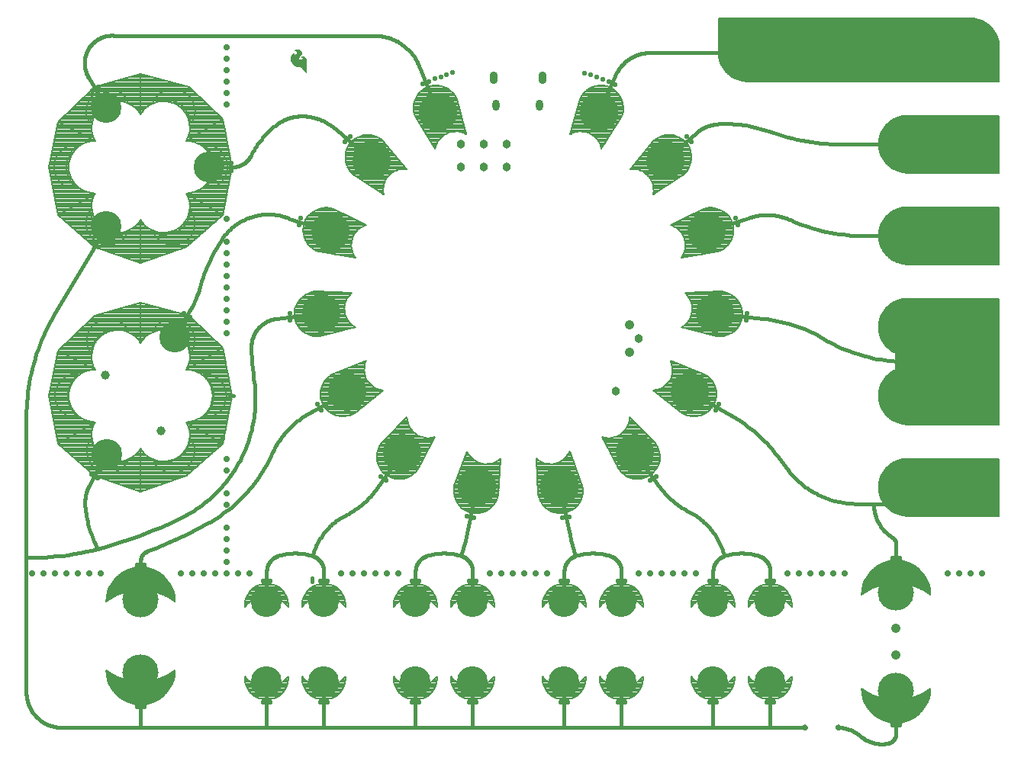
<source format=gbs>
G75*
%MOIN*%
%OFA0B0*%
%FSLAX25Y25*%
%IPPOS*%
%LPD*%
%AMOC8*
5,1,8,0,0,1.08239X$1,22.5*
%
%ADD10C,0.00800*%
%ADD11C,0.02300*%
%ADD12C,0.01600*%
%ADD13C,0.02800*%
%ADD14C,0.00500*%
%ADD15C,0.04146*%
%ADD16C,0.16800*%
%ADD17C,0.03556*%
%ADD18C,0.03398*%
%ADD19C,0.03800*%
%ADD20C,0.13461*%
%ADD21C,0.03950*%
%ADD22C,0.15800*%
%ADD23C,0.00300*%
D10*
X0146077Y0301016D02*
X0147196Y0300127D01*
X0148437Y0299419D01*
X0149772Y0298909D01*
X0151169Y0298609D01*
X0152595Y0298526D01*
X0154022Y0298609D01*
X0155419Y0298909D01*
X0156754Y0299419D01*
X0157995Y0300127D01*
X0159113Y0301016D01*
X0160082Y0302066D01*
X0160880Y0303252D01*
X0161486Y0304546D01*
X0161888Y0305917D01*
X0162075Y0307334D01*
X0162044Y0308762D01*
X0160940Y0307491D01*
X0159667Y0306389D01*
X0158251Y0305480D01*
X0156719Y0304781D01*
X0155103Y0304307D01*
X0153437Y0304068D01*
X0151753Y0304068D01*
X0150087Y0304307D01*
X0148471Y0304781D01*
X0146940Y0305480D01*
X0145523Y0306389D01*
X0144250Y0307491D01*
X0143146Y0308762D01*
X0143115Y0307334D01*
X0143302Y0305917D01*
X0143704Y0304546D01*
X0144311Y0303252D01*
X0145108Y0302066D01*
X0146077Y0301016D01*
X0146440Y0300728D02*
X0158750Y0300728D01*
X0159584Y0301526D02*
X0145607Y0301526D01*
X0144934Y0302325D02*
X0160256Y0302325D01*
X0160793Y0303123D02*
X0144397Y0303123D01*
X0143997Y0303922D02*
X0161194Y0303922D01*
X0161537Y0304720D02*
X0156511Y0304720D01*
X0158311Y0305519D02*
X0161771Y0305519D01*
X0161941Y0306317D02*
X0159555Y0306317D01*
X0160507Y0307116D02*
X0162047Y0307116D01*
X0162063Y0307914D02*
X0161308Y0307914D01*
X0162001Y0308713D02*
X0162045Y0308713D01*
X0168145Y0308713D02*
X0168189Y0308713D01*
X0168146Y0308762D02*
X0169250Y0307491D01*
X0170523Y0306389D01*
X0171940Y0305480D01*
X0173471Y0304781D01*
X0175087Y0304307D01*
X0176753Y0304068D01*
X0178437Y0304068D01*
X0180103Y0304307D01*
X0181719Y0304781D01*
X0183251Y0305480D01*
X0184667Y0306389D01*
X0185940Y0307491D01*
X0187044Y0308762D01*
X0187075Y0307334D01*
X0186888Y0305917D01*
X0186486Y0304546D01*
X0185880Y0303252D01*
X0185082Y0302066D01*
X0184113Y0301016D01*
X0182995Y0300127D01*
X0181754Y0299419D01*
X0180419Y0298909D01*
X0179022Y0298609D01*
X0177595Y0298526D01*
X0176169Y0298609D01*
X0174772Y0298909D01*
X0173437Y0299419D01*
X0172196Y0300127D01*
X0171077Y0301016D01*
X0170108Y0302066D01*
X0169311Y0303252D01*
X0168704Y0304546D01*
X0168302Y0305917D01*
X0168115Y0307334D01*
X0168146Y0308762D01*
X0168128Y0307914D02*
X0168882Y0307914D01*
X0168144Y0307116D02*
X0169683Y0307116D01*
X0170635Y0306317D02*
X0168249Y0306317D01*
X0168419Y0305519D02*
X0171879Y0305519D01*
X0173679Y0304720D02*
X0168653Y0304720D01*
X0168997Y0303922D02*
X0186194Y0303922D01*
X0186537Y0304720D02*
X0181511Y0304720D01*
X0183311Y0305519D02*
X0186771Y0305519D01*
X0186941Y0306317D02*
X0184555Y0306317D01*
X0185507Y0307116D02*
X0187047Y0307116D01*
X0187063Y0307914D02*
X0186308Y0307914D01*
X0187001Y0308713D02*
X0187045Y0308713D01*
X0185793Y0303123D02*
X0169397Y0303123D01*
X0169934Y0302325D02*
X0185256Y0302325D01*
X0184584Y0301526D02*
X0170607Y0301526D01*
X0171440Y0300728D02*
X0183750Y0300728D01*
X0182648Y0299929D02*
X0172542Y0299929D01*
X0174191Y0299130D02*
X0180999Y0299130D01*
X0157648Y0299929D02*
X0147542Y0299929D01*
X0149191Y0299130D02*
X0155999Y0299130D01*
X0148679Y0304720D02*
X0143653Y0304720D01*
X0143419Y0305519D02*
X0146879Y0305519D01*
X0145635Y0306317D02*
X0143249Y0306317D01*
X0143144Y0307116D02*
X0144683Y0307116D01*
X0143882Y0307914D02*
X0143128Y0307914D01*
X0143145Y0308713D02*
X0143189Y0308713D01*
X0143146Y0339038D02*
X0144250Y0340309D01*
X0145523Y0341411D01*
X0146940Y0342320D01*
X0148471Y0343019D01*
X0150087Y0343493D01*
X0151753Y0343732D01*
X0153437Y0343732D01*
X0155103Y0343493D01*
X0156719Y0343019D01*
X0158251Y0342320D01*
X0159667Y0341411D01*
X0160940Y0340309D01*
X0162044Y0339038D01*
X0162075Y0340466D01*
X0161888Y0341883D01*
X0161486Y0343254D01*
X0160880Y0344548D01*
X0160082Y0345734D01*
X0159113Y0346784D01*
X0157995Y0347673D01*
X0156754Y0348381D01*
X0155419Y0348891D01*
X0154022Y0349191D01*
X0152595Y0349274D01*
X0151169Y0349191D01*
X0149772Y0348891D01*
X0148437Y0348381D01*
X0147196Y0347673D01*
X0146077Y0346784D01*
X0145108Y0345734D01*
X0144311Y0344548D01*
X0143704Y0343254D01*
X0143302Y0341883D01*
X0143115Y0340466D01*
X0143146Y0339038D01*
X0143146Y0339056D02*
X0143162Y0339056D01*
X0143128Y0339855D02*
X0143855Y0339855D01*
X0143140Y0340653D02*
X0144647Y0340653D01*
X0145587Y0341452D02*
X0143245Y0341452D01*
X0143410Y0342250D02*
X0146831Y0342250D01*
X0148573Y0343049D02*
X0143644Y0343049D01*
X0143982Y0343847D02*
X0161208Y0343847D01*
X0161546Y0343049D02*
X0156618Y0343049D01*
X0158360Y0342250D02*
X0161780Y0342250D01*
X0161945Y0341452D02*
X0159604Y0341452D01*
X0160543Y0340653D02*
X0162051Y0340653D01*
X0162062Y0339855D02*
X0161335Y0339855D01*
X0162028Y0339056D02*
X0162044Y0339056D01*
X0160814Y0344646D02*
X0144376Y0344646D01*
X0144913Y0345444D02*
X0160277Y0345444D01*
X0159613Y0346243D02*
X0145578Y0346243D01*
X0146401Y0347041D02*
X0158790Y0347041D01*
X0157703Y0347840D02*
X0147487Y0347840D01*
X0149109Y0348638D02*
X0156081Y0348638D01*
X0168704Y0343254D02*
X0169311Y0344548D01*
X0170108Y0345734D01*
X0171077Y0346784D01*
X0172196Y0347673D01*
X0173437Y0348381D01*
X0174772Y0348891D01*
X0176169Y0349191D01*
X0177595Y0349274D01*
X0179022Y0349191D01*
X0180419Y0348891D01*
X0181754Y0348381D01*
X0182995Y0347673D01*
X0184113Y0346784D01*
X0185082Y0345734D01*
X0185880Y0344548D01*
X0186486Y0343254D01*
X0186888Y0341883D01*
X0187075Y0340466D01*
X0187044Y0339038D01*
X0185940Y0340309D01*
X0184667Y0341411D01*
X0183251Y0342320D01*
X0181719Y0343019D01*
X0180103Y0343493D01*
X0178437Y0343732D01*
X0176753Y0343732D01*
X0175087Y0343493D01*
X0173471Y0343019D01*
X0171940Y0342320D01*
X0170523Y0341411D01*
X0169250Y0340309D01*
X0168146Y0339038D01*
X0168115Y0340466D01*
X0168302Y0341883D01*
X0168704Y0343254D01*
X0168644Y0343049D02*
X0173573Y0343049D01*
X0171831Y0342250D02*
X0168410Y0342250D01*
X0168245Y0341452D02*
X0170587Y0341452D01*
X0169647Y0340653D02*
X0168140Y0340653D01*
X0168128Y0339855D02*
X0168855Y0339855D01*
X0168162Y0339056D02*
X0168146Y0339056D01*
X0168982Y0343847D02*
X0186208Y0343847D01*
X0186546Y0343049D02*
X0181618Y0343049D01*
X0183360Y0342250D02*
X0186780Y0342250D01*
X0186945Y0341452D02*
X0184604Y0341452D01*
X0185543Y0340653D02*
X0187051Y0340653D01*
X0187062Y0339855D02*
X0186335Y0339855D01*
X0187028Y0339056D02*
X0187044Y0339056D01*
X0185814Y0344646D02*
X0169376Y0344646D01*
X0169913Y0345444D02*
X0185277Y0345444D01*
X0184613Y0346243D02*
X0170578Y0346243D01*
X0171401Y0347041D02*
X0183790Y0347041D01*
X0182703Y0347840D02*
X0172487Y0347840D01*
X0174109Y0348638D02*
X0181081Y0348638D01*
X0208302Y0341883D02*
X0208704Y0343254D01*
X0209311Y0344548D01*
X0210108Y0345734D01*
X0211077Y0346784D01*
X0212196Y0347673D01*
X0213437Y0348381D01*
X0214772Y0348891D01*
X0216169Y0349191D01*
X0217595Y0349274D01*
X0219022Y0349191D01*
X0220419Y0348891D01*
X0221754Y0348381D01*
X0222995Y0347673D01*
X0224113Y0346784D01*
X0225082Y0345734D01*
X0225880Y0344548D01*
X0226486Y0343254D01*
X0226888Y0341883D01*
X0227075Y0340466D01*
X0227044Y0339038D01*
X0225940Y0340309D01*
X0224667Y0341411D01*
X0223251Y0342320D01*
X0221719Y0343019D01*
X0220103Y0343493D01*
X0218437Y0343732D01*
X0216753Y0343732D01*
X0215087Y0343493D01*
X0213471Y0343019D01*
X0211940Y0342320D01*
X0210523Y0341411D01*
X0209250Y0340309D01*
X0208146Y0339038D01*
X0208115Y0340466D01*
X0208302Y0341883D01*
X0208410Y0342250D02*
X0211831Y0342250D01*
X0210587Y0341452D02*
X0208245Y0341452D01*
X0208140Y0340653D02*
X0209647Y0340653D01*
X0208855Y0339855D02*
X0208128Y0339855D01*
X0208146Y0339056D02*
X0208162Y0339056D01*
X0208644Y0343049D02*
X0213573Y0343049D01*
X0209913Y0345444D02*
X0225277Y0345444D01*
X0225814Y0344646D02*
X0209376Y0344646D01*
X0208982Y0343847D02*
X0226208Y0343847D01*
X0226546Y0343049D02*
X0221618Y0343049D01*
X0223360Y0342250D02*
X0226780Y0342250D01*
X0226945Y0341452D02*
X0224604Y0341452D01*
X0225543Y0340653D02*
X0227051Y0340653D01*
X0227062Y0339855D02*
X0226335Y0339855D01*
X0227028Y0339056D02*
X0227044Y0339056D01*
X0224613Y0346243D02*
X0210578Y0346243D01*
X0211401Y0347041D02*
X0223790Y0347041D01*
X0222703Y0347840D02*
X0212487Y0347840D01*
X0214109Y0348638D02*
X0221081Y0348638D01*
X0233704Y0343254D02*
X0234311Y0344548D01*
X0235108Y0345734D01*
X0236077Y0346784D01*
X0237196Y0347673D01*
X0238437Y0348381D01*
X0239772Y0348891D01*
X0241169Y0349191D01*
X0242595Y0349274D01*
X0244022Y0349191D01*
X0245419Y0348891D01*
X0246754Y0348381D01*
X0247995Y0347673D01*
X0249113Y0346784D01*
X0250082Y0345734D01*
X0250880Y0344548D01*
X0251486Y0343254D01*
X0251888Y0341883D01*
X0252075Y0340466D01*
X0252044Y0339038D01*
X0250940Y0340309D01*
X0249667Y0341411D01*
X0248251Y0342320D01*
X0246719Y0343019D01*
X0245103Y0343493D01*
X0243437Y0343732D01*
X0241753Y0343732D01*
X0240087Y0343493D01*
X0238471Y0343019D01*
X0236940Y0342320D01*
X0235523Y0341411D01*
X0234250Y0340309D01*
X0233146Y0339038D01*
X0233115Y0340466D01*
X0233302Y0341883D01*
X0233704Y0343254D01*
X0233644Y0343049D02*
X0238573Y0343049D01*
X0236831Y0342250D02*
X0233410Y0342250D01*
X0233245Y0341452D02*
X0235587Y0341452D01*
X0234647Y0340653D02*
X0233140Y0340653D01*
X0233128Y0339855D02*
X0233855Y0339855D01*
X0233162Y0339056D02*
X0233146Y0339056D01*
X0233982Y0343847D02*
X0251208Y0343847D01*
X0251546Y0343049D02*
X0246618Y0343049D01*
X0248360Y0342250D02*
X0251780Y0342250D01*
X0251945Y0341452D02*
X0249604Y0341452D01*
X0250543Y0340653D02*
X0252051Y0340653D01*
X0252062Y0339855D02*
X0251335Y0339855D01*
X0252028Y0339056D02*
X0252044Y0339056D01*
X0250814Y0344646D02*
X0234376Y0344646D01*
X0234913Y0345444D02*
X0250277Y0345444D01*
X0249613Y0346243D02*
X0235578Y0346243D01*
X0236401Y0347041D02*
X0248790Y0347041D01*
X0247703Y0347840D02*
X0237487Y0347840D01*
X0239109Y0348638D02*
X0246081Y0348638D01*
X0245269Y0380024D02*
X0243695Y0379952D01*
X0242129Y0380127D01*
X0240628Y0380604D01*
X0239219Y0381310D01*
X0237939Y0382228D01*
X0236817Y0383335D01*
X0235883Y0384604D01*
X0235158Y0386003D01*
X0234661Y0387498D01*
X0234405Y0389053D01*
X0234394Y0390628D01*
X0234630Y0392186D01*
X0240215Y0407099D01*
X0240890Y0405804D01*
X0241763Y0404634D01*
X0242811Y0403618D01*
X0244008Y0402782D01*
X0245322Y0402148D01*
X0246722Y0401731D01*
X0248169Y0401543D01*
X0249628Y0401587D01*
X0251062Y0401864D01*
X0252432Y0402366D01*
X0253706Y0403080D01*
X0254849Y0403988D01*
X0253885Y0388093D01*
X0253467Y0386574D01*
X0252817Y0385139D01*
X0251950Y0383823D01*
X0250888Y0382659D01*
X0249657Y0381676D01*
X0248287Y0380897D01*
X0246813Y0380342D01*
X0245269Y0380024D01*
X0247442Y0380579D02*
X0240708Y0380579D01*
X0239126Y0381377D02*
X0249132Y0381377D01*
X0250283Y0382176D02*
X0238012Y0382176D01*
X0237183Y0382974D02*
X0251176Y0382974D01*
X0251904Y0383773D02*
X0236495Y0383773D01*
X0235907Y0384571D02*
X0252443Y0384571D01*
X0252922Y0385370D02*
X0235486Y0385370D01*
X0235103Y0386168D02*
X0253283Y0386168D01*
X0253575Y0386967D02*
X0234838Y0386967D01*
X0234617Y0387765D02*
X0253795Y0387765D01*
X0253914Y0388564D02*
X0234485Y0388564D01*
X0234403Y0389362D02*
X0253962Y0389362D01*
X0254010Y0390161D02*
X0234397Y0390161D01*
X0234444Y0390959D02*
X0254059Y0390959D01*
X0254107Y0391758D02*
X0234565Y0391758D01*
X0234769Y0392556D02*
X0254156Y0392556D01*
X0254204Y0393355D02*
X0235068Y0393355D01*
X0235367Y0394153D02*
X0254253Y0394153D01*
X0254301Y0394952D02*
X0235666Y0394952D01*
X0235965Y0395750D02*
X0254349Y0395750D01*
X0254398Y0396549D02*
X0236264Y0396549D01*
X0236563Y0397347D02*
X0254446Y0397347D01*
X0254495Y0398146D02*
X0236862Y0398146D01*
X0237161Y0398944D02*
X0254543Y0398944D01*
X0254591Y0399743D02*
X0237460Y0399743D01*
X0237759Y0400541D02*
X0254640Y0400541D01*
X0254688Y0401340D02*
X0238058Y0401340D01*
X0238357Y0402138D02*
X0245354Y0402138D01*
X0243786Y0402937D02*
X0238656Y0402937D01*
X0238956Y0403735D02*
X0242690Y0403735D01*
X0241866Y0404534D02*
X0239255Y0404534D01*
X0239554Y0405332D02*
X0241242Y0405332D01*
X0240720Y0406131D02*
X0239853Y0406131D01*
X0240152Y0406930D02*
X0240303Y0406930D01*
X0251810Y0402138D02*
X0254737Y0402138D01*
X0254785Y0402937D02*
X0253450Y0402937D01*
X0254530Y0403735D02*
X0254833Y0403735D01*
X0270341Y0403988D02*
X0271305Y0388093D01*
X0271723Y0386574D01*
X0272373Y0385139D01*
X0273240Y0383823D01*
X0274302Y0382659D01*
X0275533Y0381676D01*
X0276903Y0380897D01*
X0278378Y0380342D01*
X0279921Y0380024D01*
X0281495Y0379952D01*
X0283061Y0380127D01*
X0284562Y0380604D01*
X0285971Y0381310D01*
X0287252Y0382228D01*
X0288373Y0383335D01*
X0289308Y0384603D01*
X0290032Y0386003D01*
X0290529Y0387498D01*
X0290786Y0389053D01*
X0290796Y0390628D01*
X0290560Y0392186D01*
X0284975Y0407099D01*
X0284300Y0405804D01*
X0283427Y0404634D01*
X0282379Y0403618D01*
X0281183Y0402782D01*
X0279868Y0402148D01*
X0278469Y0401731D01*
X0277021Y0401543D01*
X0275562Y0401587D01*
X0274129Y0401864D01*
X0272758Y0402366D01*
X0271485Y0403080D01*
X0270341Y0403988D01*
X0270357Y0403735D02*
X0270660Y0403735D01*
X0270405Y0402937D02*
X0271740Y0402937D01*
X0270454Y0402138D02*
X0273380Y0402138D01*
X0270502Y0401340D02*
X0287132Y0401340D01*
X0286833Y0402138D02*
X0279837Y0402138D01*
X0281404Y0402937D02*
X0286534Y0402937D01*
X0286235Y0403735D02*
X0282500Y0403735D01*
X0283324Y0404534D02*
X0285936Y0404534D01*
X0285637Y0405332D02*
X0283948Y0405332D01*
X0284471Y0406131D02*
X0285338Y0406131D01*
X0285039Y0406930D02*
X0284887Y0406930D01*
X0287431Y0400541D02*
X0270550Y0400541D01*
X0270599Y0399743D02*
X0287730Y0399743D01*
X0288029Y0398944D02*
X0270647Y0398944D01*
X0270696Y0398146D02*
X0288328Y0398146D01*
X0288627Y0397347D02*
X0270744Y0397347D01*
X0270793Y0396549D02*
X0288926Y0396549D01*
X0289225Y0395750D02*
X0270841Y0395750D01*
X0270889Y0394952D02*
X0289524Y0394952D01*
X0289823Y0394153D02*
X0270938Y0394153D01*
X0270986Y0393355D02*
X0290122Y0393355D01*
X0290421Y0392556D02*
X0271035Y0392556D01*
X0271083Y0391758D02*
X0290625Y0391758D01*
X0290746Y0390959D02*
X0271131Y0390959D01*
X0271180Y0390161D02*
X0290793Y0390161D01*
X0290788Y0389362D02*
X0271228Y0389362D01*
X0271277Y0388564D02*
X0290705Y0388564D01*
X0290573Y0387765D02*
X0271395Y0387765D01*
X0271615Y0386967D02*
X0290353Y0386967D01*
X0290087Y0386168D02*
X0271907Y0386168D01*
X0272269Y0385370D02*
X0289705Y0385370D01*
X0289284Y0384571D02*
X0272747Y0384571D01*
X0273286Y0383773D02*
X0288696Y0383773D01*
X0288008Y0382974D02*
X0274015Y0382974D01*
X0274908Y0382176D02*
X0287179Y0382176D01*
X0286064Y0381377D02*
X0276058Y0381377D01*
X0277749Y0380579D02*
X0284482Y0380579D01*
X0306736Y0398944D02*
X0322547Y0398944D01*
X0322625Y0399039D02*
X0321625Y0397821D01*
X0320447Y0396775D01*
X0319088Y0395978D01*
X0317621Y0395404D01*
X0316082Y0395066D01*
X0314509Y0394973D01*
X0312941Y0395128D01*
X0311416Y0395526D01*
X0309973Y0396157D01*
X0308646Y0397006D01*
X0307468Y0398053D01*
X0306468Y0399271D01*
X0299123Y0413400D01*
X0300536Y0413035D01*
X0301990Y0412901D01*
X0303446Y0413000D01*
X0304868Y0413330D01*
X0306219Y0413882D01*
X0307465Y0414643D01*
X0308574Y0415593D01*
X0309517Y0416707D01*
X0310270Y0417958D01*
X0310814Y0419312D01*
X0311136Y0420736D01*
X0311226Y0422193D01*
X0322394Y0410841D01*
X0323243Y0409514D01*
X0323874Y0408071D01*
X0324272Y0406546D01*
X0324426Y0404978D01*
X0324334Y0403405D01*
X0323996Y0401866D01*
X0323422Y0400399D01*
X0322625Y0399039D01*
X0323037Y0399743D02*
X0306223Y0399743D01*
X0305807Y0400541D02*
X0323478Y0400541D01*
X0323790Y0401340D02*
X0305392Y0401340D01*
X0304977Y0402138D02*
X0324056Y0402138D01*
X0324231Y0402937D02*
X0304562Y0402937D01*
X0304147Y0403735D02*
X0324353Y0403735D01*
X0324400Y0404534D02*
X0303732Y0404534D01*
X0303317Y0405332D02*
X0324392Y0405332D01*
X0324313Y0406131D02*
X0302901Y0406131D01*
X0302486Y0406930D02*
X0324172Y0406930D01*
X0323964Y0407728D02*
X0302071Y0407728D01*
X0301656Y0408527D02*
X0323675Y0408527D01*
X0323326Y0409325D02*
X0301241Y0409325D01*
X0300826Y0410124D02*
X0322853Y0410124D01*
X0322314Y0410922D02*
X0300411Y0410922D01*
X0299995Y0411721D02*
X0321528Y0411721D01*
X0320743Y0412519D02*
X0299580Y0412519D01*
X0299440Y0413318D02*
X0299165Y0413318D01*
X0304816Y0413318D02*
X0319957Y0413318D01*
X0319172Y0414116D02*
X0306602Y0414116D01*
X0307782Y0414915D02*
X0318386Y0414915D01*
X0317601Y0415713D02*
X0308676Y0415713D01*
X0309351Y0416512D02*
X0316815Y0416512D01*
X0316030Y0417310D02*
X0309880Y0417310D01*
X0310331Y0418109D02*
X0315244Y0418109D01*
X0314459Y0418907D02*
X0310652Y0418907D01*
X0310903Y0419706D02*
X0313673Y0419706D01*
X0312888Y0420504D02*
X0311083Y0420504D01*
X0311171Y0421303D02*
X0312102Y0421303D01*
X0311316Y0422101D02*
X0311220Y0422101D01*
X0321591Y0433698D02*
X0334048Y0423779D01*
X0335456Y0423073D01*
X0336958Y0422596D01*
X0338516Y0422360D01*
X0340091Y0422370D01*
X0341646Y0422627D01*
X0343141Y0423123D01*
X0344540Y0423848D01*
X0345809Y0424782D01*
X0346916Y0425904D01*
X0347834Y0427184D01*
X0348484Y0428620D01*
X0348902Y0430139D01*
X0349077Y0431705D01*
X0349005Y0433279D01*
X0348687Y0434822D01*
X0348132Y0436297D01*
X0347353Y0437667D01*
X0346370Y0438898D01*
X0345206Y0439960D01*
X0343890Y0440826D01*
X0329071Y0446655D01*
X0329581Y0445287D01*
X0329867Y0443855D01*
X0329920Y0442397D01*
X0329741Y0440948D01*
X0329333Y0439546D01*
X0328706Y0438228D01*
X0327878Y0437026D01*
X0326868Y0435972D01*
X0325703Y0435092D01*
X0324413Y0434409D01*
X0323030Y0433940D01*
X0321591Y0433698D01*
X0322116Y0433280D02*
X0349004Y0433280D01*
X0349041Y0432482D02*
X0323118Y0432482D01*
X0324121Y0431683D02*
X0349074Y0431683D01*
X0348985Y0430885D02*
X0325124Y0430885D01*
X0326127Y0430086D02*
X0348887Y0430086D01*
X0348668Y0429288D02*
X0327129Y0429288D01*
X0328132Y0428489D02*
X0348425Y0428489D01*
X0348063Y0427691D02*
X0329135Y0427691D01*
X0330138Y0426892D02*
X0347624Y0426892D01*
X0347052Y0426094D02*
X0331140Y0426094D01*
X0332143Y0425295D02*
X0346315Y0425295D01*
X0345421Y0424497D02*
X0333146Y0424497D01*
X0334208Y0423698D02*
X0344251Y0423698D01*
X0342468Y0422900D02*
X0336001Y0422900D01*
X0326476Y0435676D02*
X0348366Y0435676D01*
X0348666Y0434877D02*
X0325298Y0434877D01*
X0323439Y0434079D02*
X0348840Y0434079D01*
X0348031Y0436474D02*
X0327349Y0436474D01*
X0328048Y0437273D02*
X0347577Y0437273D01*
X0347030Y0438071D02*
X0328598Y0438071D01*
X0329011Y0438870D02*
X0346392Y0438870D01*
X0345525Y0439668D02*
X0329368Y0439668D01*
X0329601Y0440467D02*
X0344436Y0440467D01*
X0342774Y0441266D02*
X0329780Y0441266D01*
X0329879Y0442064D02*
X0340744Y0442064D01*
X0338713Y0442863D02*
X0329903Y0442863D01*
X0329874Y0443661D02*
X0336683Y0443661D01*
X0334653Y0444460D02*
X0329746Y0444460D01*
X0329587Y0445258D02*
X0332622Y0445258D01*
X0330592Y0446057D02*
X0329294Y0446057D01*
X0340651Y0459631D02*
X0356898Y0459631D01*
X0356682Y0459435D02*
X0355367Y0458568D01*
X0353932Y0457918D01*
X0352412Y0457500D01*
X0350846Y0457325D01*
X0349272Y0457397D01*
X0333858Y0461392D01*
X0335074Y0462199D01*
X0336147Y0463189D01*
X0337048Y0464338D01*
X0337754Y0465615D01*
X0338248Y0466989D01*
X0338516Y0468424D01*
X0338552Y0469883D01*
X0338355Y0471330D01*
X0337930Y0472726D01*
X0337287Y0474037D01*
X0336444Y0475229D01*
X0335421Y0476271D01*
X0351330Y0476974D01*
X0352885Y0476717D01*
X0354380Y0476220D01*
X0355779Y0475496D01*
X0357048Y0474561D01*
X0358155Y0473440D01*
X0359072Y0472159D01*
X0359778Y0470751D01*
X0360255Y0469249D01*
X0360492Y0467691D01*
X0360481Y0466115D01*
X0360164Y0464572D01*
X0359609Y0463097D01*
X0358830Y0461728D01*
X0357846Y0460497D01*
X0356682Y0459435D01*
X0355768Y0458833D02*
X0343732Y0458833D01*
X0346813Y0458034D02*
X0354189Y0458034D01*
X0357773Y0460430D02*
X0337571Y0460430D01*
X0335753Y0462825D02*
X0359454Y0462825D01*
X0359807Y0463624D02*
X0336488Y0463624D01*
X0337095Y0464422D02*
X0360108Y0464422D01*
X0360297Y0465221D02*
X0337536Y0465221D01*
X0337899Y0466019D02*
X0360462Y0466019D01*
X0360486Y0466818D02*
X0338186Y0466818D01*
X0338365Y0467616D02*
X0360491Y0467616D01*
X0360382Y0468415D02*
X0338514Y0468415D01*
X0338535Y0469213D02*
X0360261Y0469213D01*
X0360013Y0470012D02*
X0338534Y0470012D01*
X0338426Y0470810D02*
X0359748Y0470810D01*
X0359348Y0471609D02*
X0338270Y0471609D01*
X0338027Y0472407D02*
X0358894Y0472407D01*
X0358322Y0473206D02*
X0337694Y0473206D01*
X0337303Y0474004D02*
X0357597Y0474004D01*
X0356720Y0474803D02*
X0336745Y0474803D01*
X0336078Y0475601D02*
X0355575Y0475601D01*
X0353840Y0476400D02*
X0338344Y0476400D01*
X0334815Y0462027D02*
X0359000Y0462027D01*
X0358431Y0461228D02*
X0334490Y0461228D01*
X0333797Y0491676D02*
X0349504Y0494296D01*
X0350972Y0494870D01*
X0352331Y0495667D01*
X0353549Y0496667D01*
X0354595Y0497845D01*
X0355445Y0499172D01*
X0356076Y0500615D01*
X0356474Y0502140D01*
X0356628Y0503708D01*
X0356536Y0505281D01*
X0356198Y0506820D01*
X0355567Y0508263D01*
X0354717Y0509590D01*
X0353671Y0510768D01*
X0352453Y0511768D01*
X0351093Y0512565D01*
X0349626Y0513139D01*
X0348087Y0513477D01*
X0346514Y0513570D01*
X0344946Y0513415D01*
X0343421Y0513017D01*
X0329174Y0505904D01*
X0330532Y0505368D01*
X0331787Y0504623D01*
X0332907Y0503687D01*
X0333863Y0502584D01*
X0334632Y0501343D01*
X0335193Y0499995D01*
X0335531Y0498575D01*
X0335639Y0497119D01*
X0335513Y0495664D01*
X0335158Y0494249D01*
X0334581Y0492908D01*
X0333797Y0491676D01*
X0334239Y0492370D02*
X0337959Y0492370D01*
X0335036Y0493967D02*
X0347534Y0493967D01*
X0350705Y0494766D02*
X0335288Y0494766D01*
X0335488Y0495564D02*
X0352155Y0495564D01*
X0353178Y0496363D02*
X0335574Y0496363D01*
X0335636Y0497161D02*
X0353988Y0497161D01*
X0354669Y0497960D02*
X0335577Y0497960D01*
X0335487Y0498758D02*
X0355180Y0498758D01*
X0355613Y0499557D02*
X0335297Y0499557D01*
X0335042Y0500355D02*
X0355962Y0500355D01*
X0356217Y0501154D02*
X0334710Y0501154D01*
X0334254Y0501952D02*
X0356425Y0501952D01*
X0356534Y0502751D02*
X0333718Y0502751D01*
X0333026Y0503549D02*
X0356613Y0503549D01*
X0356591Y0504348D02*
X0332116Y0504348D01*
X0330906Y0505146D02*
X0356544Y0505146D01*
X0356390Y0505945D02*
X0329255Y0505945D01*
X0330855Y0506743D02*
X0356215Y0506743D01*
X0355882Y0507542D02*
X0332454Y0507542D01*
X0334053Y0508340D02*
X0355517Y0508340D01*
X0355006Y0509139D02*
X0335653Y0509139D01*
X0337252Y0509937D02*
X0354409Y0509937D01*
X0353699Y0510736D02*
X0338852Y0510736D01*
X0340451Y0511534D02*
X0352737Y0511534D01*
X0351488Y0512333D02*
X0342050Y0512333D01*
X0343859Y0513132D02*
X0349645Y0513132D01*
X0342747Y0493169D02*
X0334693Y0493169D01*
X0321438Y0519317D02*
X0334721Y0528099D01*
X0335828Y0529221D01*
X0336746Y0530502D01*
X0337452Y0531910D01*
X0337929Y0533412D01*
X0338165Y0534970D01*
X0338155Y0536545D01*
X0337898Y0538100D01*
X0337401Y0539595D01*
X0336677Y0540994D01*
X0335742Y0542263D01*
X0334578Y0543325D01*
X0333263Y0544192D01*
X0331827Y0544842D01*
X0330308Y0545260D01*
X0328742Y0545435D01*
X0327168Y0545363D01*
X0325625Y0545045D01*
X0324150Y0544490D01*
X0322781Y0543712D01*
X0321550Y0542728D01*
X0311427Y0530435D01*
X0312886Y0530498D01*
X0314335Y0530327D01*
X0315739Y0529927D01*
X0317062Y0529309D01*
X0318268Y0528488D01*
X0319329Y0527484D01*
X0320216Y0526325D01*
X0320907Y0525039D01*
X0321383Y0523659D01*
X0321634Y0522221D01*
X0321652Y0520761D01*
X0321438Y0519317D01*
X0321468Y0519520D02*
X0321744Y0519520D01*
X0321586Y0520318D02*
X0322952Y0520318D01*
X0324159Y0521117D02*
X0321648Y0521117D01*
X0321638Y0521915D02*
X0325367Y0521915D01*
X0326575Y0522714D02*
X0321548Y0522714D01*
X0321409Y0523512D02*
X0327783Y0523512D01*
X0328991Y0524311D02*
X0321158Y0524311D01*
X0320869Y0525109D02*
X0330199Y0525109D01*
X0331406Y0525908D02*
X0320440Y0525908D01*
X0319924Y0526706D02*
X0332614Y0526706D01*
X0333822Y0527505D02*
X0319307Y0527505D01*
X0318463Y0528303D02*
X0334923Y0528303D01*
X0335711Y0529102D02*
X0317366Y0529102D01*
X0315797Y0529900D02*
X0336315Y0529900D01*
X0336845Y0530699D02*
X0311644Y0530699D01*
X0312302Y0531497D02*
X0337245Y0531497D01*
X0337574Y0532296D02*
X0312959Y0532296D01*
X0313617Y0533094D02*
X0337828Y0533094D01*
X0338002Y0533893D02*
X0314274Y0533893D01*
X0314932Y0534691D02*
X0338123Y0534691D01*
X0338162Y0535490D02*
X0315589Y0535490D01*
X0316247Y0536288D02*
X0338156Y0536288D01*
X0338065Y0537087D02*
X0316904Y0537087D01*
X0317562Y0537885D02*
X0337933Y0537885D01*
X0337704Y0538684D02*
X0318219Y0538684D01*
X0318877Y0539482D02*
X0337439Y0539482D01*
X0337046Y0540281D02*
X0319534Y0540281D01*
X0320192Y0541079D02*
X0336614Y0541079D01*
X0336026Y0541878D02*
X0320849Y0541878D01*
X0321507Y0542676D02*
X0335289Y0542676D01*
X0334351Y0543475D02*
X0322484Y0543475D01*
X0323769Y0544273D02*
X0333083Y0544273D01*
X0330992Y0545072D02*
X0325754Y0545072D01*
X0308012Y0554440D02*
X0308329Y0555983D01*
X0308402Y0557557D01*
X0308227Y0559123D01*
X0307809Y0560642D01*
X0307158Y0562078D01*
X0306292Y0563393D01*
X0305230Y0564557D01*
X0303999Y0565541D01*
X0302629Y0566320D01*
X0301134Y0566817D01*
X0299579Y0567073D01*
X0298004Y0567084D01*
X0296446Y0566847D01*
X0294944Y0566370D01*
X0293535Y0565664D01*
X0292255Y0564746D01*
X0291133Y0563640D01*
X0290199Y0562371D01*
X0289474Y0560972D01*
X0285227Y0545625D01*
X0286534Y0546275D01*
X0287928Y0546709D01*
X0289373Y0546915D01*
X0290832Y0546888D01*
X0292269Y0546628D01*
X0293646Y0546143D01*
X0294928Y0545444D01*
X0296082Y0544550D01*
X0297078Y0543484D01*
X0297892Y0542272D01*
X0298503Y0540946D01*
X0298894Y0539540D01*
X0307457Y0552965D01*
X0308012Y0554440D01*
X0308056Y0554654D02*
X0287726Y0554654D01*
X0287505Y0553856D02*
X0307792Y0553856D01*
X0307492Y0553057D02*
X0287284Y0553057D01*
X0287063Y0552259D02*
X0307006Y0552259D01*
X0306497Y0551460D02*
X0286842Y0551460D01*
X0286621Y0550662D02*
X0305988Y0550662D01*
X0305479Y0549863D02*
X0286400Y0549863D01*
X0286179Y0549065D02*
X0304969Y0549065D01*
X0304460Y0548266D02*
X0285958Y0548266D01*
X0285737Y0547468D02*
X0303951Y0547468D01*
X0303441Y0546669D02*
X0292042Y0546669D01*
X0294145Y0545870D02*
X0302932Y0545870D01*
X0302423Y0545072D02*
X0295408Y0545072D01*
X0296340Y0544273D02*
X0301913Y0544273D01*
X0301404Y0543475D02*
X0297084Y0543475D01*
X0297621Y0542676D02*
X0300895Y0542676D01*
X0300385Y0541878D02*
X0298074Y0541878D01*
X0298441Y0541079D02*
X0299876Y0541079D01*
X0299367Y0540281D02*
X0298688Y0540281D01*
X0308220Y0555453D02*
X0287947Y0555453D01*
X0288168Y0556251D02*
X0308342Y0556251D01*
X0308378Y0557050D02*
X0288389Y0557050D01*
X0288610Y0557848D02*
X0308369Y0557848D01*
X0308280Y0558647D02*
X0288831Y0558647D01*
X0289052Y0559445D02*
X0308138Y0559445D01*
X0307918Y0560244D02*
X0289273Y0560244D01*
X0289510Y0561042D02*
X0307628Y0561042D01*
X0307266Y0561841D02*
X0289924Y0561841D01*
X0290396Y0562639D02*
X0306788Y0562639D01*
X0306251Y0563438D02*
X0290984Y0563438D01*
X0291738Y0564236D02*
X0305523Y0564236D01*
X0304632Y0565035D02*
X0292657Y0565035D01*
X0293873Y0565833D02*
X0303485Y0565833D01*
X0301690Y0566632D02*
X0295767Y0566632D01*
X0287800Y0546669D02*
X0285516Y0546669D01*
X0285721Y0545870D02*
X0285295Y0545870D01*
X0239964Y0545625D02*
X0235716Y0560972D01*
X0234992Y0562371D01*
X0234057Y0563640D01*
X0232936Y0564746D01*
X0231655Y0565664D01*
X0230246Y0566370D01*
X0228744Y0566847D01*
X0227187Y0567083D01*
X0225611Y0567073D01*
X0224056Y0566817D01*
X0222561Y0566320D01*
X0221191Y0565541D01*
X0219961Y0564557D01*
X0218899Y0563393D01*
X0218032Y0562078D01*
X0217381Y0560642D01*
X0216964Y0559123D01*
X0216789Y0557557D01*
X0216861Y0555983D01*
X0217178Y0554440D01*
X0217733Y0552965D01*
X0226296Y0539540D01*
X0226687Y0540946D01*
X0227298Y0542272D01*
X0228112Y0543484D01*
X0229109Y0544550D01*
X0230263Y0545444D01*
X0231545Y0546143D01*
X0232921Y0546628D01*
X0234358Y0546888D01*
X0235817Y0546915D01*
X0237263Y0546709D01*
X0238657Y0546275D01*
X0239964Y0545625D01*
X0239895Y0545870D02*
X0239469Y0545870D01*
X0239674Y0546669D02*
X0237390Y0546669D01*
X0239454Y0547468D02*
X0221240Y0547468D01*
X0220730Y0548266D02*
X0239233Y0548266D01*
X0239012Y0549065D02*
X0220221Y0549065D01*
X0219712Y0549863D02*
X0238791Y0549863D01*
X0238570Y0550662D02*
X0219202Y0550662D01*
X0218693Y0551460D02*
X0238349Y0551460D01*
X0238128Y0552259D02*
X0218184Y0552259D01*
X0217698Y0553057D02*
X0237907Y0553057D01*
X0237686Y0553856D02*
X0217398Y0553856D01*
X0217134Y0554654D02*
X0237465Y0554654D01*
X0237244Y0555453D02*
X0216970Y0555453D01*
X0216848Y0556251D02*
X0237023Y0556251D01*
X0236802Y0557050D02*
X0216812Y0557050D01*
X0216821Y0557848D02*
X0236581Y0557848D01*
X0236360Y0558647D02*
X0216910Y0558647D01*
X0217052Y0559445D02*
X0236139Y0559445D01*
X0235918Y0560244D02*
X0217272Y0560244D01*
X0217563Y0561042D02*
X0235680Y0561042D01*
X0235266Y0561841D02*
X0217924Y0561841D01*
X0218402Y0562639D02*
X0234794Y0562639D01*
X0234206Y0563438D02*
X0218939Y0563438D01*
X0219667Y0564236D02*
X0233452Y0564236D01*
X0232533Y0565035D02*
X0220558Y0565035D01*
X0221705Y0565833D02*
X0231317Y0565833D01*
X0229423Y0566632D02*
X0223500Y0566632D01*
X0221749Y0546669D02*
X0233148Y0546669D01*
X0231045Y0545870D02*
X0222258Y0545870D01*
X0222768Y0545072D02*
X0229782Y0545072D01*
X0228850Y0544273D02*
X0223277Y0544273D01*
X0223786Y0543475D02*
X0228106Y0543475D01*
X0227569Y0542676D02*
X0224296Y0542676D01*
X0224805Y0541878D02*
X0227116Y0541878D01*
X0226749Y0541079D02*
X0225314Y0541079D01*
X0225823Y0540281D02*
X0226502Y0540281D01*
X0213763Y0530435D02*
X0203641Y0542728D01*
X0202410Y0543712D01*
X0201040Y0544490D01*
X0199565Y0545045D01*
X0198022Y0545363D01*
X0196448Y0545435D01*
X0194882Y0545260D01*
X0193363Y0544842D01*
X0191928Y0544192D01*
X0190612Y0543325D01*
X0189448Y0542263D01*
X0188513Y0540994D01*
X0187789Y0539595D01*
X0187292Y0538100D01*
X0187035Y0536545D01*
X0187025Y0534970D01*
X0187261Y0533412D01*
X0187738Y0531910D01*
X0188444Y0530502D01*
X0189362Y0529221D01*
X0190469Y0528099D01*
X0203753Y0519317D01*
X0203538Y0520761D01*
X0203556Y0522221D01*
X0203807Y0523659D01*
X0204284Y0525039D01*
X0204974Y0526325D01*
X0205861Y0527484D01*
X0206922Y0528488D01*
X0208129Y0529309D01*
X0209451Y0529927D01*
X0210855Y0530327D01*
X0212305Y0530498D01*
X0213763Y0530435D01*
X0213546Y0530699D02*
X0188346Y0530699D01*
X0187945Y0531497D02*
X0212889Y0531497D01*
X0212231Y0532296D02*
X0187616Y0532296D01*
X0187362Y0533094D02*
X0211574Y0533094D01*
X0210916Y0533893D02*
X0187188Y0533893D01*
X0187067Y0534691D02*
X0210259Y0534691D01*
X0209601Y0535490D02*
X0187029Y0535490D01*
X0187034Y0536288D02*
X0208944Y0536288D01*
X0208286Y0537087D02*
X0187125Y0537087D01*
X0187257Y0537885D02*
X0207628Y0537885D01*
X0206971Y0538684D02*
X0187486Y0538684D01*
X0187751Y0539482D02*
X0206313Y0539482D01*
X0205656Y0540281D02*
X0188144Y0540281D01*
X0188576Y0541079D02*
X0204998Y0541079D01*
X0204341Y0541878D02*
X0189164Y0541878D01*
X0189901Y0542676D02*
X0203683Y0542676D01*
X0202706Y0543475D02*
X0190839Y0543475D01*
X0192108Y0544273D02*
X0201421Y0544273D01*
X0199435Y0545072D02*
X0194199Y0545072D01*
X0188875Y0529900D02*
X0209393Y0529900D01*
X0207824Y0529102D02*
X0189480Y0529102D01*
X0190268Y0528303D02*
X0206727Y0528303D01*
X0205883Y0527505D02*
X0191368Y0527505D01*
X0192576Y0526706D02*
X0205266Y0526706D01*
X0204750Y0525908D02*
X0193784Y0525908D01*
X0194992Y0525109D02*
X0204322Y0525109D01*
X0204032Y0524311D02*
X0196200Y0524311D01*
X0197407Y0523512D02*
X0203781Y0523512D01*
X0203642Y0522714D02*
X0198615Y0522714D01*
X0199823Y0521915D02*
X0203552Y0521915D01*
X0203542Y0521117D02*
X0201031Y0521117D01*
X0202239Y0520318D02*
X0203604Y0520318D01*
X0203723Y0519520D02*
X0203447Y0519520D01*
X0196016Y0505904D02*
X0181769Y0513017D01*
X0180244Y0513415D01*
X0178676Y0513569D01*
X0177103Y0513477D01*
X0175564Y0513139D01*
X0174097Y0512564D01*
X0172738Y0511768D01*
X0171520Y0510768D01*
X0170473Y0509590D01*
X0169624Y0508263D01*
X0168992Y0506820D01*
X0168655Y0505281D01*
X0168562Y0503708D01*
X0168716Y0502140D01*
X0169114Y0500615D01*
X0169745Y0499172D01*
X0170595Y0497845D01*
X0171641Y0496667D01*
X0172859Y0495667D01*
X0174219Y0494870D01*
X0175686Y0494296D01*
X0191393Y0491676D01*
X0190610Y0492908D01*
X0190033Y0494249D01*
X0189677Y0495664D01*
X0189551Y0497119D01*
X0189659Y0498575D01*
X0189998Y0499995D01*
X0190558Y0501343D01*
X0191327Y0502584D01*
X0192283Y0503687D01*
X0193403Y0504623D01*
X0194658Y0505368D01*
X0196016Y0505904D01*
X0195935Y0505945D02*
X0168800Y0505945D01*
X0168647Y0505146D02*
X0194285Y0505146D01*
X0193075Y0504348D02*
X0168599Y0504348D01*
X0168577Y0503549D02*
X0192164Y0503549D01*
X0191472Y0502751D02*
X0168656Y0502751D01*
X0168765Y0501952D02*
X0190936Y0501952D01*
X0190480Y0501154D02*
X0168973Y0501154D01*
X0169228Y0500355D02*
X0190148Y0500355D01*
X0189893Y0499557D02*
X0169577Y0499557D01*
X0170010Y0498758D02*
X0189703Y0498758D01*
X0189614Y0497960D02*
X0170521Y0497960D01*
X0171202Y0497161D02*
X0189554Y0497161D01*
X0189616Y0496363D02*
X0172012Y0496363D01*
X0173035Y0495564D02*
X0189702Y0495564D01*
X0189903Y0494766D02*
X0174486Y0494766D01*
X0177656Y0493967D02*
X0190154Y0493967D01*
X0190497Y0493169D02*
X0182444Y0493169D01*
X0187231Y0492370D02*
X0190952Y0492370D01*
X0194336Y0506743D02*
X0168975Y0506743D01*
X0169308Y0507542D02*
X0192736Y0507542D01*
X0191137Y0508340D02*
X0169673Y0508340D01*
X0170184Y0509139D02*
X0189537Y0509139D01*
X0187938Y0509937D02*
X0170782Y0509937D01*
X0171491Y0510736D02*
X0186339Y0510736D01*
X0184739Y0511534D02*
X0172454Y0511534D01*
X0173702Y0512333D02*
X0183140Y0512333D01*
X0181332Y0513132D02*
X0175546Y0513132D01*
X0173860Y0476974D02*
X0189769Y0476271D01*
X0188746Y0475229D01*
X0187903Y0474037D01*
X0187261Y0472726D01*
X0186836Y0471330D01*
X0186638Y0469883D01*
X0186674Y0468424D01*
X0186943Y0466989D01*
X0187436Y0465615D01*
X0188142Y0464338D01*
X0189043Y0463189D01*
X0190116Y0462199D01*
X0191333Y0461392D01*
X0175918Y0457397D01*
X0174344Y0457325D01*
X0172778Y0457500D01*
X0171259Y0457918D01*
X0169823Y0458568D01*
X0168508Y0459435D01*
X0167344Y0460497D01*
X0166360Y0461728D01*
X0165581Y0463097D01*
X0165026Y0464572D01*
X0164709Y0466115D01*
X0164699Y0467691D01*
X0164935Y0469249D01*
X0165412Y0470750D01*
X0166118Y0472159D01*
X0167036Y0473440D01*
X0168143Y0474561D01*
X0169411Y0475496D01*
X0170810Y0476220D01*
X0172306Y0476717D01*
X0173860Y0476974D01*
X0171351Y0476400D02*
X0186847Y0476400D01*
X0188445Y0474803D02*
X0168471Y0474803D01*
X0167593Y0474004D02*
X0187887Y0474004D01*
X0187496Y0473206D02*
X0166868Y0473206D01*
X0166296Y0472407D02*
X0187164Y0472407D01*
X0186920Y0471609D02*
X0165842Y0471609D01*
X0165442Y0470810D02*
X0186765Y0470810D01*
X0186656Y0470012D02*
X0165177Y0470012D01*
X0164930Y0469213D02*
X0186655Y0469213D01*
X0186676Y0468415D02*
X0164808Y0468415D01*
X0164699Y0467616D02*
X0186825Y0467616D01*
X0187004Y0466818D02*
X0164704Y0466818D01*
X0164729Y0466019D02*
X0187291Y0466019D01*
X0187654Y0465221D02*
X0164893Y0465221D01*
X0165083Y0464422D02*
X0188096Y0464422D01*
X0188702Y0463624D02*
X0165383Y0463624D01*
X0165736Y0462825D02*
X0189437Y0462825D01*
X0190375Y0462027D02*
X0166190Y0462027D01*
X0166759Y0461228D02*
X0190700Y0461228D01*
X0187620Y0460430D02*
X0167417Y0460430D01*
X0168292Y0459631D02*
X0184539Y0459631D01*
X0181458Y0458833D02*
X0169422Y0458833D01*
X0171001Y0458034D02*
X0178377Y0458034D01*
X0184447Y0442064D02*
X0195311Y0442064D01*
X0195270Y0442397D02*
X0195449Y0440948D01*
X0195858Y0439546D01*
X0196484Y0438228D01*
X0197313Y0437026D01*
X0198322Y0435972D01*
X0199487Y0435092D01*
X0200777Y0434409D01*
X0202160Y0433940D01*
X0203600Y0433698D01*
X0191143Y0423779D01*
X0189734Y0423073D01*
X0188232Y0422596D01*
X0186674Y0422359D01*
X0185099Y0422370D01*
X0183544Y0422627D01*
X0182049Y0423123D01*
X0180650Y0423848D01*
X0179381Y0424782D01*
X0178274Y0425904D01*
X0177356Y0427184D01*
X0176706Y0428620D01*
X0176289Y0430139D01*
X0176114Y0431705D01*
X0176186Y0433279D01*
X0176503Y0434822D01*
X0177058Y0436297D01*
X0177837Y0437666D01*
X0178820Y0438898D01*
X0179984Y0439960D01*
X0181300Y0440826D01*
X0196119Y0446655D01*
X0195609Y0445287D01*
X0195323Y0443855D01*
X0195270Y0442397D01*
X0195287Y0442863D02*
X0186477Y0442863D01*
X0188507Y0443661D02*
X0195316Y0443661D01*
X0195444Y0444460D02*
X0190538Y0444460D01*
X0192568Y0445258D02*
X0195603Y0445258D01*
X0195896Y0446057D02*
X0194598Y0446057D01*
X0195410Y0441266D02*
X0182416Y0441266D01*
X0180754Y0440467D02*
X0195589Y0440467D01*
X0195822Y0439668D02*
X0179665Y0439668D01*
X0178798Y0438870D02*
X0196179Y0438870D01*
X0196592Y0438071D02*
X0178161Y0438071D01*
X0177613Y0437273D02*
X0197142Y0437273D01*
X0197841Y0436474D02*
X0177159Y0436474D01*
X0176825Y0435676D02*
X0198714Y0435676D01*
X0199892Y0434877D02*
X0176524Y0434877D01*
X0176350Y0434079D02*
X0201751Y0434079D01*
X0203075Y0433280D02*
X0176186Y0433280D01*
X0176149Y0432482D02*
X0202072Y0432482D01*
X0201069Y0431683D02*
X0176116Y0431683D01*
X0176205Y0430885D02*
X0200066Y0430885D01*
X0199064Y0430086D02*
X0176303Y0430086D01*
X0176523Y0429288D02*
X0198061Y0429288D01*
X0197058Y0428489D02*
X0176765Y0428489D01*
X0177127Y0427691D02*
X0196055Y0427691D01*
X0195053Y0426892D02*
X0177566Y0426892D01*
X0178138Y0426094D02*
X0194050Y0426094D01*
X0193047Y0425295D02*
X0178875Y0425295D01*
X0179769Y0424497D02*
X0192044Y0424497D01*
X0190982Y0423698D02*
X0180939Y0423698D01*
X0182722Y0422900D02*
X0189190Y0422900D01*
X0202797Y0410841D02*
X0213964Y0422193D01*
X0214054Y0420736D01*
X0214376Y0419312D01*
X0214920Y0417958D01*
X0215673Y0416707D01*
X0216616Y0415593D01*
X0217725Y0414643D01*
X0218971Y0413882D01*
X0220322Y0413330D01*
X0221744Y0413000D01*
X0223200Y0412901D01*
X0224654Y0413035D01*
X0226068Y0413400D01*
X0218722Y0399271D01*
X0217723Y0398053D01*
X0216545Y0397006D01*
X0215218Y0396157D01*
X0213774Y0395525D01*
X0212249Y0395128D01*
X0210681Y0394973D01*
X0209108Y0395066D01*
X0207569Y0395404D01*
X0206102Y0395978D01*
X0204743Y0396775D01*
X0203565Y0397821D01*
X0202565Y0399039D01*
X0201769Y0400399D01*
X0201195Y0401866D01*
X0200857Y0403405D01*
X0200764Y0404978D01*
X0200918Y0406546D01*
X0201316Y0408070D01*
X0201947Y0409514D01*
X0202797Y0410841D01*
X0202876Y0410922D02*
X0224780Y0410922D01*
X0225195Y0411721D02*
X0203662Y0411721D01*
X0204447Y0412519D02*
X0225610Y0412519D01*
X0225750Y0413318D02*
X0226025Y0413318D01*
X0224365Y0410124D02*
X0202337Y0410124D01*
X0201865Y0409325D02*
X0223949Y0409325D01*
X0223534Y0408527D02*
X0201515Y0408527D01*
X0201227Y0407728D02*
X0223119Y0407728D01*
X0222704Y0406930D02*
X0201018Y0406930D01*
X0200877Y0406131D02*
X0222289Y0406131D01*
X0221874Y0405332D02*
X0200799Y0405332D01*
X0200790Y0404534D02*
X0221459Y0404534D01*
X0221043Y0403735D02*
X0200837Y0403735D01*
X0200959Y0402937D02*
X0220628Y0402937D01*
X0220213Y0402138D02*
X0201135Y0402138D01*
X0201400Y0401340D02*
X0219798Y0401340D01*
X0219383Y0400541D02*
X0201713Y0400541D01*
X0202153Y0399743D02*
X0218968Y0399743D01*
X0218454Y0398944D02*
X0202643Y0398944D01*
X0203299Y0398146D02*
X0217799Y0398146D01*
X0216929Y0397347D02*
X0204098Y0397347D01*
X0205128Y0396549D02*
X0215830Y0396549D01*
X0214288Y0395750D02*
X0206684Y0395750D01*
X0205233Y0413318D02*
X0220374Y0413318D01*
X0218588Y0414116D02*
X0206018Y0414116D01*
X0206804Y0414915D02*
X0217408Y0414915D01*
X0216515Y0415713D02*
X0207589Y0415713D01*
X0208375Y0416512D02*
X0215839Y0416512D01*
X0215310Y0417310D02*
X0209161Y0417310D01*
X0209946Y0418109D02*
X0214859Y0418109D01*
X0214539Y0418907D02*
X0210732Y0418907D01*
X0211517Y0419706D02*
X0214287Y0419706D01*
X0214107Y0420504D02*
X0212303Y0420504D01*
X0213088Y0421303D02*
X0214019Y0421303D01*
X0213970Y0422101D02*
X0213874Y0422101D01*
X0189112Y0475601D02*
X0169615Y0475601D01*
X0133595Y0452378D02*
X0137595Y0431400D01*
X0133595Y0410422D01*
X0117514Y0419900D01*
X0118231Y0418424D01*
X0118730Y0416861D01*
X0119002Y0415243D01*
X0119041Y0413603D01*
X0118847Y0411974D01*
X0118422Y0410389D01*
X0117776Y0408880D01*
X0116922Y0407479D01*
X0115877Y0406214D01*
X0114663Y0405110D01*
X0113304Y0404191D01*
X0111829Y0403474D01*
X0110266Y0402974D01*
X0108648Y0402702D01*
X0107007Y0402663D01*
X0105378Y0402858D01*
X0103793Y0403282D01*
X0102285Y0403928D01*
X0100884Y0404782D01*
X0099619Y0405827D01*
X0098515Y0407041D01*
X0097595Y0408400D01*
X0097595Y0389444D01*
X0117595Y0396400D01*
X0133595Y0410422D01*
X0117514Y0419900D01*
X0119150Y0420017D01*
X0120754Y0420366D01*
X0122291Y0420939D01*
X0123731Y0421726D01*
X0125045Y0422709D01*
X0126205Y0423869D01*
X0127188Y0425183D01*
X0127975Y0426623D01*
X0128548Y0428160D01*
X0128897Y0429763D01*
X0129014Y0431400D01*
X0128897Y0433037D01*
X0128548Y0434640D01*
X0127975Y0436177D01*
X0127188Y0437617D01*
X0126205Y0438931D01*
X0125045Y0440091D01*
X0123731Y0441074D01*
X0122291Y0441861D01*
X0120754Y0442434D01*
X0119150Y0442783D01*
X0117514Y0442900D01*
X0133595Y0452378D01*
X0118845Y0466400D01*
X0097595Y0472106D01*
X0077595Y0466400D01*
X0061595Y0451128D01*
X0057595Y0431400D01*
X0061595Y0410422D01*
X0077595Y0396400D01*
X0097595Y0389444D01*
X0097595Y0408400D01*
X0096675Y0407041D01*
X0095572Y0405827D01*
X0094306Y0404782D01*
X0092905Y0403928D01*
X0091397Y0403282D01*
X0089812Y0402858D01*
X0088183Y0402663D01*
X0086543Y0402702D01*
X0084925Y0402974D01*
X0083362Y0403474D01*
X0081886Y0404191D01*
X0080527Y0405110D01*
X0079313Y0406214D01*
X0078268Y0407479D01*
X0077414Y0408880D01*
X0076768Y0410389D01*
X0076344Y0411974D01*
X0076149Y0413603D01*
X0076188Y0415243D01*
X0076460Y0416861D01*
X0076960Y0418424D01*
X0077677Y0419900D01*
X0061595Y0410422D01*
X0077677Y0419900D01*
X0076040Y0420017D01*
X0074437Y0420366D01*
X0072899Y0420939D01*
X0071459Y0421726D01*
X0070146Y0422709D01*
X0068985Y0423869D01*
X0068002Y0425183D01*
X0067216Y0426623D01*
X0066642Y0428160D01*
X0066294Y0429763D01*
X0066177Y0431400D01*
X0066294Y0433037D01*
X0066642Y0434640D01*
X0067216Y0436177D01*
X0068002Y0437617D01*
X0068985Y0438931D01*
X0070146Y0440091D01*
X0071459Y0441074D01*
X0072899Y0441861D01*
X0074437Y0442434D01*
X0076040Y0442783D01*
X0077677Y0442900D01*
X0061595Y0451128D01*
X0077677Y0442900D01*
X0076960Y0444376D01*
X0076460Y0445939D01*
X0076188Y0447557D01*
X0076149Y0449197D01*
X0076344Y0450826D01*
X0076768Y0452411D01*
X0077414Y0453920D01*
X0078268Y0455321D01*
X0079313Y0456586D01*
X0080527Y0457690D01*
X0081886Y0458609D01*
X0083362Y0459326D01*
X0084925Y0459826D01*
X0086543Y0460098D01*
X0088183Y0460137D01*
X0089812Y0459942D01*
X0091397Y0459518D01*
X0092905Y0458872D01*
X0094306Y0458018D01*
X0095572Y0456973D01*
X0096675Y0455759D01*
X0097595Y0454400D01*
X0097595Y0472106D01*
X0097595Y0454400D01*
X0098515Y0455759D01*
X0099619Y0456973D01*
X0100884Y0458018D01*
X0102285Y0458872D01*
X0103793Y0459518D01*
X0105378Y0459942D01*
X0107007Y0460137D01*
X0108648Y0460098D01*
X0110266Y0459826D01*
X0111829Y0459326D01*
X0113304Y0458609D01*
X0114663Y0457690D01*
X0115877Y0456586D01*
X0116922Y0455321D01*
X0117776Y0453920D01*
X0118422Y0452411D01*
X0118847Y0450826D01*
X0119041Y0449197D01*
X0119002Y0447557D01*
X0118730Y0445939D01*
X0118231Y0444376D01*
X0117514Y0442900D01*
X0133595Y0452378D01*
X0133525Y0452445D02*
X0118408Y0452445D01*
X0118829Y0452445D02*
X0120533Y0452445D01*
X0120648Y0452723D02*
X0120102Y0451403D01*
X0119361Y0450181D01*
X0119041Y0451834D01*
X0118489Y0453424D01*
X0117717Y0454920D01*
X0116740Y0456291D01*
X0115577Y0457509D01*
X0114254Y0458550D01*
X0112796Y0459392D01*
X0111233Y0460018D01*
X0109597Y0460415D01*
X0107921Y0460576D01*
X0106240Y0460497D01*
X0104586Y0460179D01*
X0102995Y0459630D01*
X0103682Y0460883D01*
X0104553Y0462016D01*
X0105586Y0463003D01*
X0106758Y0463820D01*
X0108042Y0464448D01*
X0109406Y0464873D01*
X0110819Y0465084D01*
X0112248Y0465076D01*
X0113659Y0464851D01*
X0115019Y0464412D01*
X0116296Y0463770D01*
X0117490Y0462985D01*
X0118550Y0462027D01*
X0119451Y0460918D01*
X0120172Y0459684D01*
X0120696Y0458355D01*
X0121010Y0456961D01*
X0121107Y0455535D01*
X0120986Y0454111D01*
X0120648Y0452723D01*
X0120775Y0453243D02*
X0118552Y0453243D01*
X0118066Y0453243D02*
X0132685Y0453243D01*
X0131845Y0454042D02*
X0117702Y0454042D01*
X0118170Y0454042D02*
X0120969Y0454042D01*
X0121048Y0454840D02*
X0117758Y0454840D01*
X0117215Y0454840D02*
X0131005Y0454840D01*
X0130165Y0455639D02*
X0116659Y0455639D01*
X0117205Y0455639D02*
X0121100Y0455639D01*
X0121046Y0456437D02*
X0116600Y0456437D01*
X0116000Y0456437D02*
X0129325Y0456437D01*
X0128485Y0457236D02*
X0115163Y0457236D01*
X0115839Y0457236D02*
X0120948Y0457236D01*
X0120768Y0458034D02*
X0114910Y0458034D01*
X0114154Y0458034D02*
X0127645Y0458034D01*
X0126805Y0458833D02*
X0112844Y0458833D01*
X0113764Y0458833D02*
X0120507Y0458833D01*
X0120193Y0459631D02*
X0112198Y0459631D01*
X0110874Y0459631D02*
X0125965Y0459631D01*
X0125125Y0460430D02*
X0097595Y0460430D01*
X0071340Y0460430D01*
X0070504Y0459631D02*
X0084316Y0459631D01*
X0083957Y0460057D02*
X0082394Y0459431D01*
X0080936Y0458589D01*
X0079613Y0457549D01*
X0078451Y0456331D01*
X0077474Y0454960D01*
X0076701Y0453464D01*
X0076150Y0451873D01*
X0075830Y0450220D01*
X0075088Y0451442D01*
X0074542Y0452762D01*
X0074204Y0454151D01*
X0074083Y0455575D01*
X0074180Y0457000D01*
X0074495Y0458394D01*
X0075019Y0459724D01*
X0075739Y0460957D01*
X0076640Y0462066D01*
X0077700Y0463025D01*
X0078894Y0463810D01*
X0080171Y0464451D01*
X0081531Y0464890D01*
X0082942Y0465116D01*
X0084371Y0465123D01*
X0085784Y0464912D01*
X0087149Y0464487D01*
X0088432Y0463859D01*
X0089604Y0463042D01*
X0090638Y0462055D01*
X0091508Y0460922D01*
X0092195Y0459669D01*
X0090604Y0460219D01*
X0088951Y0460536D01*
X0087269Y0460615D01*
X0085593Y0460454D01*
X0083957Y0460057D01*
X0082894Y0459631D02*
X0074982Y0459631D01*
X0074668Y0458833D02*
X0081358Y0458833D01*
X0081036Y0458034D02*
X0068831Y0458034D01*
X0069667Y0458833D02*
X0082346Y0458833D01*
X0080230Y0458034D02*
X0074414Y0458034D01*
X0074233Y0457236D02*
X0079314Y0457236D01*
X0080028Y0457236D02*
X0067994Y0457236D01*
X0067157Y0456437D02*
X0079190Y0456437D01*
X0078552Y0456437D02*
X0074142Y0456437D01*
X0074087Y0455639D02*
X0077957Y0455639D01*
X0078531Y0455639D02*
X0066321Y0455639D01*
X0065484Y0454840D02*
X0077975Y0454840D01*
X0077412Y0454840D02*
X0074145Y0454840D01*
X0074231Y0454042D02*
X0077000Y0454042D01*
X0077489Y0454042D02*
X0064648Y0454042D01*
X0063811Y0453243D02*
X0077125Y0453243D01*
X0076625Y0453243D02*
X0074425Y0453243D01*
X0074673Y0452445D02*
X0076348Y0452445D01*
X0076783Y0452445D02*
X0062975Y0452445D01*
X0062138Y0451646D02*
X0076563Y0451646D01*
X0076106Y0451646D02*
X0075004Y0451646D01*
X0075449Y0450848D02*
X0075951Y0450848D01*
X0076349Y0450848D02*
X0062143Y0450848D01*
X0061538Y0450848D01*
X0061376Y0450049D02*
X0063704Y0450049D01*
X0076251Y0450049D01*
X0076155Y0449251D02*
X0065264Y0449251D01*
X0061214Y0449251D01*
X0061053Y0448452D02*
X0066825Y0448452D01*
X0076167Y0448452D01*
X0076186Y0447654D02*
X0068386Y0447654D01*
X0060891Y0447654D01*
X0060729Y0446855D02*
X0069946Y0446855D01*
X0076306Y0446855D01*
X0076440Y0446057D02*
X0071507Y0446057D01*
X0060567Y0446057D01*
X0060405Y0445258D02*
X0073068Y0445258D01*
X0076678Y0445258D01*
X0076933Y0444460D02*
X0074628Y0444460D01*
X0060243Y0444460D01*
X0060081Y0443661D02*
X0076189Y0443661D01*
X0077307Y0443661D01*
X0077153Y0442863D02*
X0059919Y0442863D01*
X0059757Y0442064D02*
X0073444Y0442064D01*
X0071809Y0441266D02*
X0059595Y0441266D01*
X0059434Y0440467D02*
X0070648Y0440467D01*
X0070430Y0440849D02*
X0069158Y0439745D01*
X0068057Y0438472D01*
X0067147Y0437055D01*
X0066449Y0435524D01*
X0065975Y0433908D01*
X0065735Y0432242D01*
X0065735Y0430558D01*
X0065975Y0428892D01*
X0066449Y0427276D01*
X0067147Y0425745D01*
X0068057Y0424328D01*
X0069158Y0423055D01*
X0070430Y0421951D01*
X0069001Y0421920D01*
X0067585Y0422107D01*
X0066213Y0422509D01*
X0064920Y0423116D01*
X0063734Y0423913D01*
X0062684Y0424882D01*
X0061794Y0426000D01*
X0061086Y0427242D01*
X0060576Y0428576D01*
X0060276Y0429973D01*
X0060194Y0431400D01*
X0060276Y0432827D01*
X0060576Y0434224D01*
X0061086Y0435558D01*
X0061794Y0436800D01*
X0062684Y0437918D01*
X0063734Y0438887D01*
X0064920Y0439684D01*
X0066213Y0440291D01*
X0067585Y0440693D01*
X0069001Y0440880D01*
X0070430Y0440849D01*
X0069990Y0440467D02*
X0066814Y0440467D01*
X0064896Y0439668D02*
X0069092Y0439668D01*
X0069723Y0439668D02*
X0059272Y0439668D01*
X0059110Y0438870D02*
X0068940Y0438870D01*
X0068401Y0438870D02*
X0063715Y0438870D01*
X0062850Y0438071D02*
X0067800Y0438071D01*
X0068342Y0438071D02*
X0058948Y0438071D01*
X0058786Y0437273D02*
X0067814Y0437273D01*
X0067287Y0437273D02*
X0062171Y0437273D01*
X0061609Y0436474D02*
X0066882Y0436474D01*
X0067378Y0436474D02*
X0058624Y0436474D01*
X0058462Y0435676D02*
X0067029Y0435676D01*
X0066518Y0435676D02*
X0061153Y0435676D01*
X0060826Y0434877D02*
X0066259Y0434877D01*
X0066731Y0434877D02*
X0058300Y0434877D01*
X0058138Y0434079D02*
X0066520Y0434079D01*
X0066025Y0434079D02*
X0060545Y0434079D01*
X0060374Y0433280D02*
X0065885Y0433280D01*
X0066347Y0433280D02*
X0057976Y0433280D01*
X0057815Y0432482D02*
X0066254Y0432482D01*
X0065770Y0432482D02*
X0060256Y0432482D01*
X0060210Y0431683D02*
X0065735Y0431683D01*
X0066197Y0431683D02*
X0057653Y0431683D01*
X0057693Y0430885D02*
X0066213Y0430885D01*
X0065735Y0430885D02*
X0060223Y0430885D01*
X0060270Y0430086D02*
X0065803Y0430086D01*
X0066270Y0430086D02*
X0057846Y0430086D01*
X0057998Y0429288D02*
X0066397Y0429288D01*
X0065918Y0429288D02*
X0060424Y0429288D01*
X0060610Y0428489D02*
X0066093Y0428489D01*
X0066571Y0428489D02*
X0058150Y0428489D01*
X0058302Y0427691D02*
X0066817Y0427691D01*
X0066327Y0427691D02*
X0060915Y0427691D01*
X0061285Y0426892D02*
X0066624Y0426892D01*
X0067115Y0426892D02*
X0058455Y0426892D01*
X0058607Y0426094D02*
X0067505Y0426094D01*
X0066988Y0426094D02*
X0061741Y0426094D01*
X0062355Y0425295D02*
X0067436Y0425295D01*
X0067941Y0425295D02*
X0058759Y0425295D01*
X0058911Y0424497D02*
X0068516Y0424497D01*
X0067948Y0424497D02*
X0063101Y0424497D01*
X0064053Y0423698D02*
X0068602Y0423698D01*
X0069156Y0423698D02*
X0059064Y0423698D01*
X0059216Y0422900D02*
X0069955Y0422900D01*
X0069337Y0422900D02*
X0065380Y0422900D01*
X0067629Y0422101D02*
X0070257Y0422101D01*
X0070957Y0422101D02*
X0059368Y0422101D01*
X0059520Y0421303D02*
X0072234Y0421303D01*
X0074066Y0420504D02*
X0059673Y0420504D01*
X0059825Y0419706D02*
X0077347Y0419706D01*
X0077582Y0419706D01*
X0077194Y0418907D02*
X0075992Y0418907D01*
X0059977Y0418907D01*
X0060129Y0418109D02*
X0074637Y0418109D01*
X0076859Y0418109D01*
X0076604Y0417310D02*
X0073282Y0417310D01*
X0060282Y0417310D01*
X0060434Y0416512D02*
X0071927Y0416512D01*
X0071928Y0416512D02*
X0076401Y0416512D01*
X0076267Y0415713D02*
X0070573Y0415713D01*
X0060586Y0415713D01*
X0060738Y0414915D02*
X0069218Y0414915D01*
X0076180Y0414915D01*
X0076161Y0414116D02*
X0067863Y0414116D01*
X0060891Y0414116D01*
X0061043Y0413318D02*
X0066508Y0413318D01*
X0076183Y0413318D01*
X0076278Y0412519D02*
X0065153Y0412519D01*
X0061195Y0412519D01*
X0061348Y0411721D02*
X0063798Y0411721D01*
X0076411Y0411721D01*
X0075996Y0411721D02*
X0075308Y0411721D01*
X0075088Y0411358D02*
X0075830Y0412580D01*
X0076150Y0410927D01*
X0076701Y0409336D01*
X0077474Y0407840D01*
X0078451Y0406469D01*
X0079613Y0405251D01*
X0080936Y0404211D01*
X0082394Y0403369D01*
X0083957Y0402743D01*
X0085593Y0402346D01*
X0087269Y0402185D01*
X0088951Y0402264D01*
X0090604Y0402581D01*
X0092195Y0403131D01*
X0091508Y0401878D01*
X0090638Y0400745D01*
X0089604Y0399758D01*
X0088432Y0398941D01*
X0087149Y0398313D01*
X0085784Y0397888D01*
X0084371Y0397677D01*
X0082942Y0397684D01*
X0081531Y0397910D01*
X0080171Y0398349D01*
X0078894Y0398990D01*
X0077700Y0399775D01*
X0076640Y0400734D01*
X0075739Y0401843D01*
X0075019Y0403076D01*
X0074495Y0404406D01*
X0074180Y0405800D01*
X0074083Y0407225D01*
X0074204Y0408649D01*
X0074542Y0410038D01*
X0075088Y0411358D01*
X0074908Y0410922D02*
X0076151Y0410922D01*
X0076625Y0410922D02*
X0062444Y0410922D01*
X0061500Y0410922D01*
X0061936Y0410124D02*
X0076882Y0410124D01*
X0076428Y0410124D02*
X0074578Y0410124D01*
X0074369Y0409325D02*
X0076707Y0409325D01*
X0077224Y0409325D02*
X0062847Y0409325D01*
X0063758Y0408527D02*
X0077630Y0408527D01*
X0077119Y0408527D02*
X0074194Y0408527D01*
X0074126Y0407728D02*
X0077553Y0407728D01*
X0078117Y0407728D02*
X0064669Y0407728D01*
X0065580Y0406930D02*
X0078722Y0406930D01*
X0078123Y0406930D02*
X0074103Y0406930D01*
X0074158Y0406131D02*
X0078773Y0406131D01*
X0079404Y0406131D02*
X0066491Y0406131D01*
X0067403Y0405332D02*
X0080283Y0405332D01*
X0079535Y0405332D02*
X0074286Y0405332D01*
X0074466Y0404534D02*
X0080525Y0404534D01*
X0081379Y0404534D02*
X0068314Y0404534D01*
X0069225Y0403735D02*
X0082823Y0403735D01*
X0083473Y0402937D02*
X0075100Y0402937D01*
X0074759Y0403735D02*
X0081759Y0403735D01*
X0085146Y0402937D02*
X0070136Y0402937D01*
X0071047Y0402138D02*
X0097595Y0402138D01*
X0124143Y0402138D01*
X0123232Y0401340D02*
X0097595Y0401340D01*
X0071958Y0401340D01*
X0072870Y0400541D02*
X0097595Y0400541D01*
X0122321Y0400541D01*
X0121410Y0399743D02*
X0097595Y0399743D01*
X0073781Y0399743D01*
X0074692Y0398944D02*
X0097595Y0398944D01*
X0120498Y0398944D01*
X0119587Y0398146D02*
X0097595Y0398146D01*
X0075603Y0398146D01*
X0076514Y0397347D02*
X0097595Y0397347D01*
X0118676Y0397347D01*
X0117765Y0396549D02*
X0097595Y0396549D01*
X0077425Y0396549D01*
X0079463Y0395750D02*
X0097595Y0395750D01*
X0115727Y0395750D01*
X0113431Y0394952D02*
X0097595Y0394952D01*
X0081759Y0394952D01*
X0084055Y0394153D02*
X0097595Y0394153D01*
X0111135Y0394153D01*
X0108840Y0393355D02*
X0097595Y0393355D01*
X0086351Y0393355D01*
X0088647Y0392556D02*
X0097595Y0392556D01*
X0106544Y0392556D01*
X0104248Y0391758D02*
X0097595Y0391758D01*
X0090942Y0391758D01*
X0093238Y0390959D02*
X0097595Y0390959D01*
X0101952Y0390959D01*
X0099656Y0390161D02*
X0097595Y0390161D01*
X0095534Y0390161D01*
X0090425Y0400541D02*
X0076853Y0400541D01*
X0076148Y0401340D02*
X0091095Y0401340D01*
X0091651Y0402138D02*
X0075567Y0402138D01*
X0077750Y0399743D02*
X0089582Y0399743D01*
X0088437Y0398944D02*
X0078986Y0398944D01*
X0080800Y0398146D02*
X0086613Y0398146D01*
X0090108Y0402937D02*
X0097595Y0402937D01*
X0105083Y0402937D01*
X0104586Y0402581D02*
X0106240Y0402264D01*
X0107921Y0402185D01*
X0109597Y0402346D01*
X0111233Y0402743D01*
X0112796Y0403369D01*
X0114254Y0404211D01*
X0115577Y0405251D01*
X0116740Y0406469D01*
X0117717Y0407840D01*
X0118489Y0409336D01*
X0119041Y0410927D01*
X0119361Y0412580D01*
X0120102Y0411358D01*
X0120648Y0410038D01*
X0120986Y0408649D01*
X0121107Y0407225D01*
X0121010Y0405800D01*
X0120696Y0404406D01*
X0120172Y0403076D01*
X0119451Y0401843D01*
X0118550Y0400734D01*
X0117490Y0399775D01*
X0116296Y0398990D01*
X0115019Y0398349D01*
X0113659Y0397910D01*
X0112248Y0397684D01*
X0110819Y0397677D01*
X0109406Y0397888D01*
X0108042Y0398313D01*
X0106758Y0398941D01*
X0105586Y0399758D01*
X0104553Y0400745D01*
X0103682Y0401878D01*
X0102995Y0403131D01*
X0104586Y0402581D01*
X0103556Y0402937D02*
X0103101Y0402937D01*
X0102735Y0403735D02*
X0097595Y0403735D01*
X0092455Y0403735D01*
X0092089Y0402937D02*
X0091634Y0402937D01*
X0093899Y0404534D02*
X0097595Y0404534D01*
X0101291Y0404534D01*
X0100218Y0405332D02*
X0097595Y0405332D01*
X0094973Y0405332D01*
X0095848Y0406131D02*
X0097595Y0406131D01*
X0099342Y0406131D01*
X0098616Y0406930D02*
X0097595Y0406930D01*
X0096574Y0406930D01*
X0097140Y0407728D02*
X0097595Y0407728D01*
X0098050Y0407728D01*
X0103539Y0402138D02*
X0119624Y0402138D01*
X0120090Y0402937D02*
X0111718Y0402937D01*
X0112367Y0403735D02*
X0125965Y0403735D01*
X0125054Y0402937D02*
X0110044Y0402937D01*
X0113431Y0403735D02*
X0120431Y0403735D01*
X0120724Y0404534D02*
X0114665Y0404534D01*
X0114908Y0405332D02*
X0127788Y0405332D01*
X0126877Y0404534D02*
X0113812Y0404534D01*
X0115655Y0405332D02*
X0120905Y0405332D01*
X0121033Y0406131D02*
X0116417Y0406131D01*
X0115786Y0406131D02*
X0128699Y0406131D01*
X0129610Y0406930D02*
X0116468Y0406930D01*
X0117068Y0406930D02*
X0121087Y0406930D01*
X0121065Y0407728D02*
X0117637Y0407728D01*
X0117074Y0407728D02*
X0130521Y0407728D01*
X0131432Y0408527D02*
X0117560Y0408527D01*
X0118071Y0408527D02*
X0120996Y0408527D01*
X0120822Y0409325D02*
X0118483Y0409325D01*
X0117966Y0409325D02*
X0132343Y0409325D01*
X0133255Y0410124D02*
X0118308Y0410124D01*
X0118762Y0410124D02*
X0120613Y0410124D01*
X0120283Y0410922D02*
X0119039Y0410922D01*
X0118565Y0410922D02*
X0132747Y0410922D01*
X0133690Y0410922D01*
X0133843Y0411721D02*
X0131392Y0411721D01*
X0118779Y0411721D01*
X0119194Y0411721D02*
X0119882Y0411721D01*
X0119397Y0412519D02*
X0119349Y0412519D01*
X0118912Y0412519D02*
X0130037Y0412519D01*
X0133995Y0412519D01*
X0134147Y0413318D02*
X0128682Y0413318D01*
X0119007Y0413318D01*
X0119029Y0414116D02*
X0127327Y0414116D01*
X0134300Y0414116D01*
X0134452Y0414915D02*
X0125972Y0414915D01*
X0119010Y0414915D01*
X0118923Y0415713D02*
X0124618Y0415713D01*
X0134604Y0415713D01*
X0134756Y0416512D02*
X0123263Y0416512D01*
X0118789Y0416512D01*
X0118587Y0417310D02*
X0121908Y0417310D01*
X0134909Y0417310D01*
X0135061Y0418109D02*
X0120553Y0418109D01*
X0118332Y0418109D01*
X0117996Y0418907D02*
X0119198Y0418907D01*
X0135213Y0418907D01*
X0135365Y0419706D02*
X0117843Y0419706D01*
X0117608Y0419706D01*
X0121125Y0420504D02*
X0135518Y0420504D01*
X0135670Y0421303D02*
X0122957Y0421303D01*
X0124233Y0422101D02*
X0135822Y0422101D01*
X0135974Y0422900D02*
X0125235Y0422900D01*
X0125853Y0422900D02*
X0129811Y0422900D01*
X0130271Y0423116D02*
X0128977Y0422509D01*
X0127606Y0422107D01*
X0126189Y0421920D01*
X0124760Y0421951D01*
X0126032Y0423055D01*
X0127134Y0424328D01*
X0128043Y0425745D01*
X0128742Y0427276D01*
X0129216Y0428892D01*
X0129455Y0430558D01*
X0129455Y0432242D01*
X0129216Y0433908D01*
X0128742Y0435524D01*
X0128043Y0437055D01*
X0127134Y0438472D01*
X0126032Y0439745D01*
X0124760Y0440849D01*
X0126189Y0440880D01*
X0127606Y0440693D01*
X0128977Y0440291D01*
X0130271Y0439684D01*
X0131457Y0438887D01*
X0132507Y0437918D01*
X0133396Y0436800D01*
X0134104Y0435558D01*
X0134614Y0434224D01*
X0134914Y0432827D01*
X0134997Y0431400D01*
X0134914Y0429973D01*
X0134614Y0428576D01*
X0134104Y0427242D01*
X0133396Y0426000D01*
X0132507Y0424882D01*
X0131457Y0423913D01*
X0130271Y0423116D01*
X0131137Y0423698D02*
X0126589Y0423698D01*
X0126034Y0423698D02*
X0136127Y0423698D01*
X0136279Y0424497D02*
X0126675Y0424497D01*
X0127242Y0424497D02*
X0132089Y0424497D01*
X0132835Y0425295D02*
X0127754Y0425295D01*
X0127250Y0425295D02*
X0136431Y0425295D01*
X0136583Y0426094D02*
X0127686Y0426094D01*
X0128202Y0426094D02*
X0133449Y0426094D01*
X0133905Y0426892D02*
X0128566Y0426892D01*
X0128075Y0426892D02*
X0136736Y0426892D01*
X0136888Y0427691D02*
X0128373Y0427691D01*
X0128863Y0427691D02*
X0134276Y0427691D01*
X0134581Y0428489D02*
X0129097Y0428489D01*
X0128620Y0428489D02*
X0137040Y0428489D01*
X0137192Y0429288D02*
X0128793Y0429288D01*
X0129272Y0429288D02*
X0134767Y0429288D01*
X0134920Y0430086D02*
X0129387Y0430086D01*
X0128920Y0430086D02*
X0137345Y0430086D01*
X0137497Y0430885D02*
X0128977Y0430885D01*
X0129455Y0430885D02*
X0134967Y0430885D01*
X0134980Y0431683D02*
X0129455Y0431683D01*
X0128993Y0431683D02*
X0137541Y0431683D01*
X0137389Y0432482D02*
X0128936Y0432482D01*
X0129420Y0432482D02*
X0134934Y0432482D01*
X0134816Y0433280D02*
X0129306Y0433280D01*
X0128844Y0433280D02*
X0137237Y0433280D01*
X0137084Y0434079D02*
X0128670Y0434079D01*
X0129165Y0434079D02*
X0134645Y0434079D01*
X0134364Y0434877D02*
X0128931Y0434877D01*
X0128459Y0434877D02*
X0136932Y0434877D01*
X0136780Y0435676D02*
X0128161Y0435676D01*
X0128672Y0435676D02*
X0134037Y0435676D01*
X0133581Y0436474D02*
X0128308Y0436474D01*
X0127812Y0436474D02*
X0136628Y0436474D01*
X0136475Y0437273D02*
X0127376Y0437273D01*
X0127903Y0437273D02*
X0133020Y0437273D01*
X0132340Y0438071D02*
X0127391Y0438071D01*
X0126848Y0438071D02*
X0136323Y0438071D01*
X0136171Y0438870D02*
X0126250Y0438870D01*
X0126789Y0438870D02*
X0131475Y0438870D01*
X0130295Y0439668D02*
X0126098Y0439668D01*
X0125467Y0439668D02*
X0136019Y0439668D01*
X0135866Y0440467D02*
X0124543Y0440467D01*
X0125200Y0440467D02*
X0128377Y0440467D01*
X0123381Y0441266D02*
X0135714Y0441266D01*
X0135562Y0442064D02*
X0121746Y0442064D01*
X0120160Y0444460D02*
X0118257Y0444460D01*
X0118513Y0445258D02*
X0121515Y0445258D01*
X0134953Y0445258D01*
X0135105Y0444460D02*
X0120160Y0444460D01*
X0118805Y0443661D02*
X0135257Y0443661D01*
X0135410Y0442863D02*
X0118038Y0442863D01*
X0117883Y0443661D02*
X0118805Y0443661D01*
X0118750Y0446057D02*
X0122870Y0446057D01*
X0134800Y0446057D01*
X0134648Y0446855D02*
X0124224Y0446855D01*
X0118884Y0446855D01*
X0119005Y0447654D02*
X0125579Y0447654D01*
X0134496Y0447654D01*
X0134344Y0448452D02*
X0126934Y0448452D01*
X0119024Y0448452D01*
X0119035Y0449251D02*
X0128289Y0449251D01*
X0134191Y0449251D01*
X0134039Y0450049D02*
X0129644Y0450049D01*
X0118940Y0450049D01*
X0118841Y0450848D02*
X0130999Y0450848D01*
X0133887Y0450848D01*
X0133735Y0451646D02*
X0132353Y0451646D01*
X0118627Y0451646D01*
X0119077Y0451646D02*
X0120203Y0451646D01*
X0119765Y0450848D02*
X0119232Y0450848D01*
X0119736Y0460430D02*
X0109444Y0460430D01*
X0105891Y0460430D02*
X0103434Y0460430D01*
X0102999Y0459631D02*
X0102996Y0459631D01*
X0102221Y0458833D02*
X0097595Y0458833D01*
X0092969Y0458833D01*
X0094279Y0458034D02*
X0097595Y0458034D01*
X0100911Y0458034D01*
X0099937Y0457236D02*
X0097595Y0457236D01*
X0095253Y0457236D01*
X0096059Y0456437D02*
X0097595Y0456437D01*
X0099132Y0456437D01*
X0098434Y0455639D02*
X0097595Y0455639D01*
X0096757Y0455639D01*
X0097297Y0454840D02*
X0097595Y0454840D01*
X0097893Y0454840D01*
X0097595Y0459631D02*
X0090973Y0459631D01*
X0091778Y0460430D02*
X0089504Y0460430D01*
X0091273Y0461228D02*
X0075959Y0461228D01*
X0075431Y0460430D02*
X0085492Y0460430D01*
X0087281Y0464422D02*
X0080114Y0464422D01*
X0078612Y0463624D02*
X0088769Y0463624D01*
X0089831Y0462825D02*
X0077480Y0462825D01*
X0076608Y0462027D02*
X0090660Y0462027D01*
X0097595Y0462027D02*
X0073013Y0462027D01*
X0072177Y0461228D02*
X0097595Y0461228D01*
X0124285Y0461228D01*
X0123445Y0462027D02*
X0097595Y0462027D01*
X0097595Y0462825D02*
X0073850Y0462825D01*
X0074687Y0463624D02*
X0097595Y0463624D01*
X0121765Y0463624D01*
X0120925Y0464422D02*
X0097595Y0464422D01*
X0075523Y0464422D01*
X0076360Y0465221D02*
X0097595Y0465221D01*
X0120086Y0465221D01*
X0119246Y0466019D02*
X0097595Y0466019D01*
X0077196Y0466019D01*
X0079060Y0466818D02*
X0097595Y0466818D01*
X0117289Y0466818D01*
X0114315Y0467616D02*
X0097595Y0467616D01*
X0081859Y0467616D01*
X0084657Y0468415D02*
X0097595Y0468415D01*
X0111341Y0468415D01*
X0108368Y0469213D02*
X0097595Y0469213D01*
X0087456Y0469213D01*
X0090255Y0470012D02*
X0097595Y0470012D01*
X0105394Y0470012D01*
X0102420Y0470810D02*
X0097595Y0470810D01*
X0093054Y0470810D01*
X0095853Y0471609D02*
X0097595Y0471609D01*
X0099446Y0471609D01*
X0097595Y0462825D02*
X0122605Y0462825D01*
X0119199Y0461228D02*
X0103947Y0461228D01*
X0104564Y0462027D02*
X0118550Y0462027D01*
X0117667Y0462825D02*
X0105400Y0462825D01*
X0106477Y0463624D02*
X0116519Y0463624D01*
X0114987Y0464422D02*
X0107989Y0464422D01*
X0104218Y0459631D02*
X0097595Y0459631D01*
X0097595Y0489444D02*
X0117595Y0496400D01*
X0133595Y0510422D01*
X0117514Y0519900D01*
X0118231Y0518424D01*
X0118730Y0516861D01*
X0119002Y0515243D01*
X0119041Y0513603D01*
X0118847Y0511974D01*
X0118422Y0510389D01*
X0117776Y0508880D01*
X0116922Y0507479D01*
X0115877Y0506214D01*
X0114663Y0505110D01*
X0113304Y0504191D01*
X0111829Y0503474D01*
X0110266Y0502974D01*
X0108648Y0502702D01*
X0107007Y0502663D01*
X0105378Y0502858D01*
X0103793Y0503282D01*
X0102285Y0503928D01*
X0100884Y0504782D01*
X0099619Y0505827D01*
X0098515Y0507041D01*
X0097595Y0508400D01*
X0097595Y0489444D01*
X0097595Y0508400D01*
X0096675Y0507041D01*
X0095572Y0505827D01*
X0094306Y0504782D01*
X0092905Y0503928D01*
X0091397Y0503282D01*
X0089812Y0502858D01*
X0088183Y0502663D01*
X0086543Y0502702D01*
X0084925Y0502974D01*
X0083362Y0503474D01*
X0081886Y0504191D01*
X0080527Y0505110D01*
X0079313Y0506214D01*
X0078268Y0507479D01*
X0077414Y0508880D01*
X0076768Y0510389D01*
X0076344Y0511974D01*
X0076149Y0513603D01*
X0076188Y0515243D01*
X0076460Y0516861D01*
X0076960Y0518424D01*
X0077677Y0519900D01*
X0061595Y0510422D01*
X0077595Y0496400D01*
X0097595Y0489444D01*
X0097595Y0489975D02*
X0099121Y0489975D01*
X0097595Y0489975D02*
X0096069Y0489975D01*
X0097595Y0490773D02*
X0101417Y0490773D01*
X0103713Y0491572D02*
X0097595Y0491572D01*
X0091477Y0491572D01*
X0089182Y0492370D02*
X0097595Y0492370D01*
X0106009Y0492370D01*
X0108305Y0493169D02*
X0097595Y0493169D01*
X0086886Y0493169D01*
X0084590Y0493967D02*
X0097595Y0493967D01*
X0110600Y0493967D01*
X0112896Y0494766D02*
X0097595Y0494766D01*
X0082294Y0494766D01*
X0079998Y0495564D02*
X0097595Y0495564D01*
X0115192Y0495564D01*
X0113895Y0497520D02*
X0112484Y0497294D01*
X0111056Y0497287D01*
X0109642Y0497498D01*
X0108278Y0497922D01*
X0106995Y0498551D01*
X0105822Y0499368D01*
X0104789Y0500355D01*
X0103918Y0501488D01*
X0103231Y0502741D01*
X0104823Y0502191D01*
X0106476Y0501874D01*
X0108158Y0501795D01*
X0109833Y0501955D01*
X0111469Y0502353D01*
X0113032Y0502979D01*
X0114490Y0503820D01*
X0115814Y0504861D01*
X0116976Y0506079D01*
X0117953Y0507450D01*
X0118725Y0508946D01*
X0119277Y0510536D01*
X0119597Y0512189D01*
X0120338Y0510968D01*
X0120884Y0509647D01*
X0121222Y0508259D01*
X0121344Y0506835D01*
X0121246Y0505410D01*
X0120932Y0504016D01*
X0120408Y0502686D01*
X0119687Y0501452D01*
X0118786Y0500343D01*
X0117726Y0499385D01*
X0116532Y0498600D01*
X0115255Y0497959D01*
X0113895Y0497520D01*
X0115258Y0497960D02*
X0108202Y0497960D01*
X0106697Y0498758D02*
X0116773Y0498758D01*
X0117916Y0499557D02*
X0105624Y0499557D01*
X0104788Y0500355D02*
X0118796Y0500355D01*
X0119445Y0501154D02*
X0104175Y0501154D01*
X0103663Y0501952D02*
X0106066Y0501952D01*
X0106272Y0502751D02*
X0097595Y0502751D01*
X0088918Y0502751D01*
X0089124Y0501952D02*
X0091527Y0501952D01*
X0091272Y0501488D02*
X0090401Y0500355D01*
X0089368Y0499368D01*
X0088196Y0498551D01*
X0086912Y0497922D01*
X0085548Y0497498D01*
X0084135Y0497287D01*
X0082706Y0497294D01*
X0081295Y0497520D01*
X0079935Y0497959D01*
X0078658Y0498600D01*
X0077464Y0499385D01*
X0076404Y0500343D01*
X0075503Y0501452D01*
X0074782Y0502686D01*
X0074259Y0504016D01*
X0073944Y0505410D01*
X0073847Y0506835D01*
X0073968Y0508259D01*
X0074306Y0509647D01*
X0074852Y0510968D01*
X0075593Y0512189D01*
X0075913Y0510536D01*
X0076465Y0508946D01*
X0077237Y0507450D01*
X0078214Y0506079D01*
X0079377Y0504861D01*
X0080700Y0503820D01*
X0082158Y0502979D01*
X0083721Y0502353D01*
X0085357Y0501955D01*
X0087033Y0501795D01*
X0088714Y0501874D01*
X0090368Y0502191D01*
X0091959Y0502741D01*
X0091272Y0501488D01*
X0091016Y0501154D02*
X0075746Y0501154D01*
X0075211Y0501952D02*
X0085388Y0501952D01*
X0086252Y0502751D02*
X0070348Y0502751D01*
X0069437Y0503549D02*
X0083206Y0503549D01*
X0082727Y0502751D02*
X0074757Y0502751D01*
X0074442Y0503549D02*
X0081169Y0503549D01*
X0081654Y0504348D02*
X0068526Y0504348D01*
X0067615Y0505146D02*
X0080487Y0505146D01*
X0080029Y0504348D02*
X0074184Y0504348D01*
X0074004Y0505146D02*
X0079104Y0505146D01*
X0079609Y0505945D02*
X0066704Y0505945D01*
X0065793Y0506743D02*
X0078876Y0506743D01*
X0078342Y0505945D02*
X0073908Y0505945D01*
X0073853Y0506743D02*
X0077741Y0506743D01*
X0078230Y0507542D02*
X0064881Y0507542D01*
X0063970Y0508340D02*
X0077743Y0508340D01*
X0077303Y0509139D02*
X0063059Y0509139D01*
X0062148Y0509937D02*
X0076962Y0509937D01*
X0076121Y0509937D02*
X0074426Y0509937D01*
X0074182Y0509139D02*
X0076398Y0509139D01*
X0076778Y0508340D02*
X0073988Y0508340D01*
X0073907Y0507542D02*
X0077190Y0507542D01*
X0076675Y0510736D02*
X0062128Y0510736D01*
X0061535Y0510736D01*
X0061595Y0510422D02*
X0077677Y0519900D01*
X0076040Y0520017D01*
X0074437Y0520366D01*
X0072899Y0520939D01*
X0071459Y0521726D01*
X0070146Y0522709D01*
X0068985Y0523869D01*
X0068002Y0525183D01*
X0067216Y0526623D01*
X0066642Y0528160D01*
X0066294Y0529763D01*
X0066177Y0531400D01*
X0066294Y0533037D01*
X0066642Y0534640D01*
X0067216Y0536177D01*
X0068002Y0537617D01*
X0068985Y0538931D01*
X0070146Y0540091D01*
X0071459Y0541074D01*
X0072899Y0541861D01*
X0074437Y0542434D01*
X0076040Y0542783D01*
X0077677Y0542900D01*
X0061595Y0551128D01*
X0057595Y0531400D01*
X0061595Y0510422D01*
X0061383Y0511534D02*
X0063483Y0511534D01*
X0076461Y0511534D01*
X0075720Y0511534D02*
X0075196Y0511534D01*
X0074756Y0510736D02*
X0075875Y0510736D01*
X0076301Y0512333D02*
X0064838Y0512333D01*
X0061231Y0512333D01*
X0061078Y0513132D02*
X0066192Y0513132D01*
X0076205Y0513132D01*
X0076157Y0513930D02*
X0067547Y0513930D01*
X0060926Y0513930D01*
X0060774Y0514729D02*
X0068902Y0514729D01*
X0076176Y0514729D01*
X0076236Y0515527D02*
X0070257Y0515527D01*
X0060622Y0515527D01*
X0060469Y0516326D02*
X0071612Y0516326D01*
X0076370Y0516326D01*
X0076544Y0517124D02*
X0072967Y0517124D01*
X0060317Y0517124D01*
X0060165Y0517923D02*
X0074321Y0517923D01*
X0076799Y0517923D01*
X0077104Y0518721D02*
X0075676Y0518721D01*
X0060013Y0518721D01*
X0059860Y0519520D02*
X0077031Y0519520D01*
X0077492Y0519520D01*
X0074656Y0520318D02*
X0059708Y0520318D01*
X0059556Y0521117D02*
X0072574Y0521117D01*
X0071206Y0521915D02*
X0059404Y0521915D01*
X0059251Y0522714D02*
X0070141Y0522714D01*
X0069957Y0521951D02*
X0068686Y0523055D01*
X0067584Y0524328D01*
X0066675Y0525745D01*
X0065976Y0527276D01*
X0065502Y0528892D01*
X0065263Y0530558D01*
X0065263Y0532242D01*
X0065502Y0533908D01*
X0065976Y0535524D01*
X0066675Y0537055D01*
X0067584Y0538472D01*
X0068686Y0539745D01*
X0069957Y0540849D01*
X0068529Y0540880D01*
X0067112Y0540693D01*
X0065741Y0540291D01*
X0064447Y0539684D01*
X0063261Y0538887D01*
X0062211Y0537918D01*
X0061322Y0536800D01*
X0060614Y0535558D01*
X0060104Y0534224D01*
X0059804Y0532827D01*
X0059721Y0531400D01*
X0059804Y0529973D01*
X0060104Y0528576D01*
X0060614Y0527242D01*
X0061322Y0526000D01*
X0062211Y0524882D01*
X0063261Y0523913D01*
X0064447Y0523116D01*
X0065741Y0522509D01*
X0067112Y0522107D01*
X0068529Y0521920D01*
X0069957Y0521951D01*
X0069079Y0522714D02*
X0065304Y0522714D01*
X0063857Y0523512D02*
X0068290Y0523512D01*
X0068655Y0524311D02*
X0058947Y0524311D01*
X0058795Y0525109D02*
X0068057Y0525109D01*
X0067606Y0525908D02*
X0058642Y0525908D01*
X0058490Y0526706D02*
X0067185Y0526706D01*
X0066887Y0527505D02*
X0058338Y0527505D01*
X0058186Y0528303D02*
X0066611Y0528303D01*
X0066438Y0529102D02*
X0058033Y0529102D01*
X0057881Y0529900D02*
X0066284Y0529900D01*
X0066227Y0530699D02*
X0057729Y0530699D01*
X0057615Y0531497D02*
X0066183Y0531497D01*
X0066241Y0532296D02*
X0057777Y0532296D01*
X0057939Y0533094D02*
X0066306Y0533094D01*
X0066480Y0533893D02*
X0058101Y0533893D01*
X0058262Y0534691D02*
X0066662Y0534691D01*
X0066959Y0535490D02*
X0058424Y0535490D01*
X0058586Y0536288D02*
X0067276Y0536288D01*
X0067712Y0537087D02*
X0058748Y0537087D01*
X0058910Y0537885D02*
X0068203Y0537885D01*
X0067768Y0538684D02*
X0063041Y0538684D01*
X0062185Y0537885D02*
X0067208Y0537885D01*
X0066695Y0537087D02*
X0061550Y0537087D01*
X0061030Y0536288D02*
X0066325Y0536288D01*
X0065966Y0535490D02*
X0060588Y0535490D01*
X0060283Y0534691D02*
X0065732Y0534691D01*
X0065500Y0533893D02*
X0060033Y0533893D01*
X0059861Y0533094D02*
X0065385Y0533094D01*
X0065271Y0532296D02*
X0059773Y0532296D01*
X0059727Y0531497D02*
X0065263Y0531497D01*
X0065263Y0530699D02*
X0059762Y0530699D01*
X0059820Y0529900D02*
X0065357Y0529900D01*
X0065472Y0529102D02*
X0059991Y0529102D01*
X0060208Y0528303D02*
X0065675Y0528303D01*
X0065909Y0527505D02*
X0060513Y0527505D01*
X0060919Y0526706D02*
X0066236Y0526706D01*
X0066601Y0525908D02*
X0061396Y0525908D01*
X0062031Y0525109D02*
X0067083Y0525109D01*
X0067599Y0524311D02*
X0062830Y0524311D01*
X0059099Y0523512D02*
X0069342Y0523512D01*
X0068801Y0538684D02*
X0059072Y0538684D01*
X0059234Y0539482D02*
X0069537Y0539482D01*
X0069303Y0540281D02*
X0065719Y0540281D01*
X0064147Y0539482D02*
X0068458Y0539482D01*
X0070399Y0540281D02*
X0059396Y0540281D01*
X0059558Y0541079D02*
X0071468Y0541079D01*
X0072945Y0541878D02*
X0059720Y0541878D01*
X0059882Y0542676D02*
X0075550Y0542676D01*
X0076553Y0543475D02*
X0077397Y0543475D01*
X0077677Y0542900D02*
X0076960Y0544376D01*
X0076460Y0545939D01*
X0076188Y0547557D01*
X0076149Y0549197D01*
X0076344Y0550826D01*
X0076768Y0552411D01*
X0077414Y0553920D01*
X0078268Y0555321D01*
X0079313Y0556586D01*
X0080527Y0557690D01*
X0081886Y0558609D01*
X0083362Y0559326D01*
X0084925Y0559826D01*
X0086543Y0560098D01*
X0088183Y0560137D01*
X0089812Y0559942D01*
X0091397Y0559518D01*
X0092905Y0558872D01*
X0094306Y0558018D01*
X0095572Y0556973D01*
X0096675Y0555759D01*
X0097595Y0554400D01*
X0097595Y0572106D01*
X0077595Y0566400D01*
X0061595Y0551128D01*
X0077677Y0542900D01*
X0076553Y0543475D02*
X0060043Y0543475D01*
X0060205Y0544273D02*
X0074992Y0544273D01*
X0077009Y0544273D01*
X0076737Y0545072D02*
X0073431Y0545072D01*
X0060367Y0545072D01*
X0060529Y0545870D02*
X0071871Y0545870D01*
X0076482Y0545870D01*
X0076337Y0546669D02*
X0070310Y0546669D01*
X0060691Y0546669D01*
X0060853Y0547468D02*
X0068749Y0547468D01*
X0076203Y0547468D01*
X0076171Y0548266D02*
X0067189Y0548266D01*
X0061015Y0548266D01*
X0061177Y0549065D02*
X0065628Y0549065D01*
X0076152Y0549065D01*
X0076228Y0549863D02*
X0064067Y0549863D01*
X0061339Y0549863D01*
X0061501Y0550662D02*
X0062507Y0550662D01*
X0076324Y0550662D01*
X0075603Y0550662D02*
X0075562Y0550662D01*
X0075593Y0550611D02*
X0075913Y0552264D01*
X0076465Y0553854D01*
X0077237Y0555350D01*
X0078214Y0556721D01*
X0079377Y0557939D01*
X0080700Y0558980D01*
X0082158Y0559821D01*
X0083721Y0560447D01*
X0085357Y0560845D01*
X0087033Y0561005D01*
X0088714Y0560926D01*
X0090368Y0560609D01*
X0091959Y0560059D01*
X0091272Y0561312D01*
X0090401Y0562445D01*
X0089368Y0563432D01*
X0088196Y0564249D01*
X0086912Y0564878D01*
X0085548Y0565302D01*
X0084135Y0565513D01*
X0082706Y0565506D01*
X0081295Y0565280D01*
X0079935Y0564841D01*
X0078658Y0564200D01*
X0077464Y0563415D01*
X0076404Y0562457D01*
X0075503Y0561348D01*
X0074782Y0560114D01*
X0074259Y0558784D01*
X0073944Y0557390D01*
X0073847Y0555965D01*
X0073968Y0554541D01*
X0074306Y0553153D01*
X0074852Y0551832D01*
X0075593Y0550611D01*
X0075758Y0551460D02*
X0075078Y0551460D01*
X0074676Y0552259D02*
X0075912Y0552259D01*
X0076727Y0552259D02*
X0062780Y0552259D01*
X0063616Y0553057D02*
X0077045Y0553057D01*
X0076189Y0553057D02*
X0074345Y0553057D01*
X0074135Y0553856D02*
X0076466Y0553856D01*
X0076878Y0554654D02*
X0073958Y0554654D01*
X0073890Y0555453D02*
X0077310Y0555453D01*
X0077862Y0554654D02*
X0065289Y0554654D01*
X0064453Y0553856D02*
X0077387Y0553856D01*
X0078377Y0555453D02*
X0066126Y0555453D01*
X0066962Y0556251D02*
X0079036Y0556251D01*
X0078528Y0557050D02*
X0073921Y0557050D01*
X0073866Y0556251D02*
X0077880Y0556251D01*
X0079823Y0557050D02*
X0067799Y0557050D01*
X0068636Y0557848D02*
X0080761Y0557848D01*
X0080277Y0558647D02*
X0074227Y0558647D01*
X0074047Y0557848D02*
X0079290Y0557848D01*
X0081506Y0559445D02*
X0074519Y0559445D01*
X0074858Y0560244D02*
X0083212Y0560244D01*
X0083734Y0559445D02*
X0070309Y0559445D01*
X0071145Y0560244D02*
X0097595Y0560244D01*
X0125321Y0560244D01*
X0124481Y0561042D02*
X0097595Y0561042D01*
X0071982Y0561042D01*
X0072819Y0561841D02*
X0097595Y0561841D01*
X0123641Y0561841D01*
X0122801Y0562639D02*
X0097595Y0562639D01*
X0073655Y0562639D01*
X0074492Y0563438D02*
X0097595Y0563438D01*
X0121961Y0563438D01*
X0121121Y0564236D02*
X0097595Y0564236D01*
X0075328Y0564236D01*
X0076165Y0565035D02*
X0097595Y0565035D01*
X0120281Y0565035D01*
X0119441Y0565833D02*
X0097595Y0565833D01*
X0077001Y0565833D01*
X0078408Y0566632D02*
X0097595Y0566632D01*
X0117982Y0566632D01*
X0118845Y0566400D02*
X0097595Y0572106D01*
X0097595Y0554400D01*
X0098515Y0555759D01*
X0099619Y0556973D01*
X0100884Y0558018D01*
X0102285Y0558872D01*
X0103793Y0559518D01*
X0105378Y0559942D01*
X0107007Y0560137D01*
X0108648Y0560098D01*
X0110266Y0559826D01*
X0111829Y0559326D01*
X0113304Y0558609D01*
X0114663Y0557690D01*
X0115877Y0556586D01*
X0116922Y0555321D01*
X0117776Y0553920D01*
X0118422Y0552411D01*
X0118847Y0550826D01*
X0119041Y0549197D01*
X0119002Y0547557D01*
X0118730Y0545939D01*
X0118231Y0544376D01*
X0117514Y0542900D01*
X0133595Y0552378D01*
X0118845Y0566400D01*
X0117691Y0563438D02*
X0105830Y0563438D01*
X0105822Y0563432D02*
X0106995Y0564249D01*
X0108278Y0564878D01*
X0109642Y0565302D01*
X0111056Y0565513D01*
X0112484Y0565506D01*
X0113895Y0565280D01*
X0115255Y0564841D01*
X0116532Y0564200D01*
X0117726Y0563415D01*
X0118786Y0562457D01*
X0119687Y0561348D01*
X0120408Y0560114D01*
X0120932Y0558784D01*
X0121246Y0557390D01*
X0121344Y0555965D01*
X0121222Y0554541D01*
X0120884Y0553153D01*
X0120338Y0551832D01*
X0119597Y0550611D01*
X0119277Y0552264D01*
X0118725Y0553854D01*
X0117953Y0555350D01*
X0116976Y0556721D01*
X0115814Y0557939D01*
X0114490Y0558980D01*
X0113032Y0559821D01*
X0111469Y0560447D01*
X0109833Y0560845D01*
X0108158Y0561005D01*
X0106476Y0560926D01*
X0104823Y0560609D01*
X0103231Y0560059D01*
X0103918Y0561312D01*
X0104789Y0562445D01*
X0105822Y0563432D01*
X0104992Y0562639D02*
X0118584Y0562639D01*
X0119286Y0561841D02*
X0104324Y0561841D01*
X0103770Y0561042D02*
X0119866Y0561042D01*
X0120332Y0560244D02*
X0111978Y0560244D01*
X0111456Y0559445D02*
X0126161Y0559445D01*
X0127001Y0558647D02*
X0113228Y0558647D01*
X0113684Y0559445D02*
X0120671Y0559445D01*
X0120963Y0558647D02*
X0114914Y0558647D01*
X0114429Y0557848D02*
X0127841Y0557848D01*
X0128681Y0557050D02*
X0115367Y0557050D01*
X0115900Y0557848D02*
X0121143Y0557848D01*
X0121269Y0557050D02*
X0116662Y0557050D01*
X0116154Y0556251D02*
X0129521Y0556251D01*
X0130361Y0555453D02*
X0116813Y0555453D01*
X0117311Y0556251D02*
X0121324Y0556251D01*
X0121300Y0555453D02*
X0117880Y0555453D01*
X0118312Y0554654D02*
X0121232Y0554654D01*
X0121055Y0553856D02*
X0118724Y0553856D01*
X0119002Y0553057D02*
X0120845Y0553057D01*
X0120515Y0552259D02*
X0119278Y0552259D01*
X0119433Y0551460D02*
X0120113Y0551460D01*
X0119628Y0550662D02*
X0119587Y0550662D01*
X0118866Y0550662D02*
X0130683Y0550662D01*
X0133922Y0550662D01*
X0133770Y0551460D02*
X0132038Y0551460D01*
X0118677Y0551460D01*
X0118463Y0552259D02*
X0133393Y0552259D01*
X0133618Y0552259D01*
X0133595Y0552378D02*
X0117514Y0542900D01*
X0119150Y0542783D01*
X0120754Y0542434D01*
X0122291Y0541861D01*
X0123731Y0541074D01*
X0125045Y0540091D01*
X0126205Y0538931D01*
X0127188Y0537617D01*
X0127975Y0536177D01*
X0128548Y0534640D01*
X0128897Y0533037D01*
X0129014Y0531400D01*
X0128897Y0529763D01*
X0128548Y0528160D01*
X0127975Y0526623D01*
X0127188Y0525183D01*
X0126205Y0523869D01*
X0125045Y0522709D01*
X0123731Y0521726D01*
X0122291Y0520939D01*
X0120754Y0520366D01*
X0119150Y0520017D01*
X0117514Y0519900D01*
X0133595Y0510422D01*
X0137595Y0531400D01*
X0133595Y0552378D01*
X0132881Y0553057D02*
X0118145Y0553057D01*
X0117803Y0553856D02*
X0132041Y0553856D01*
X0131201Y0554654D02*
X0117328Y0554654D01*
X0118962Y0549863D02*
X0129328Y0549863D01*
X0134075Y0549863D01*
X0134227Y0549065D02*
X0127973Y0549065D01*
X0119038Y0549065D01*
X0119019Y0548266D02*
X0126618Y0548266D01*
X0134379Y0548266D01*
X0134531Y0547468D02*
X0125263Y0547468D01*
X0118987Y0547468D01*
X0118853Y0546669D02*
X0123909Y0546669D01*
X0134684Y0546669D01*
X0134836Y0545870D02*
X0122554Y0545870D01*
X0118708Y0545870D01*
X0118453Y0545072D02*
X0121199Y0545072D01*
X0134988Y0545072D01*
X0135140Y0544273D02*
X0119844Y0544273D01*
X0118181Y0544273D01*
X0118489Y0543475D02*
X0117793Y0543475D01*
X0118489Y0543475D02*
X0135293Y0543475D01*
X0135445Y0542676D02*
X0119640Y0542676D01*
X0122245Y0541878D02*
X0135597Y0541878D01*
X0135750Y0541079D02*
X0123722Y0541079D01*
X0124791Y0540281D02*
X0135902Y0540281D01*
X0136054Y0539482D02*
X0125653Y0539482D01*
X0125887Y0540281D02*
X0129471Y0540281D01*
X0129449Y0540291D02*
X0130743Y0539684D01*
X0131929Y0538887D01*
X0132979Y0537918D01*
X0133868Y0536800D01*
X0134576Y0535558D01*
X0135086Y0534224D01*
X0135386Y0532827D01*
X0135469Y0531400D01*
X0135386Y0529973D01*
X0135086Y0528576D01*
X0134576Y0527242D01*
X0133868Y0526000D01*
X0132979Y0524882D01*
X0131929Y0523913D01*
X0130743Y0523116D01*
X0129449Y0522509D01*
X0128078Y0522107D01*
X0126662Y0521920D01*
X0125233Y0521951D01*
X0126504Y0523055D01*
X0127606Y0524328D01*
X0128515Y0525745D01*
X0129214Y0527276D01*
X0129688Y0528892D01*
X0129927Y0530558D01*
X0129927Y0532242D01*
X0129688Y0533908D01*
X0129214Y0535524D01*
X0128515Y0537055D01*
X0127606Y0538472D01*
X0126504Y0539745D01*
X0125233Y0540849D01*
X0126662Y0540880D01*
X0128078Y0540693D01*
X0129449Y0540291D01*
X0131044Y0539482D02*
X0126732Y0539482D01*
X0126390Y0538684D02*
X0136206Y0538684D01*
X0136359Y0537885D02*
X0126988Y0537885D01*
X0127423Y0538684D02*
X0132149Y0538684D01*
X0133005Y0537885D02*
X0127983Y0537885D01*
X0127478Y0537087D02*
X0136511Y0537087D01*
X0136663Y0536288D02*
X0127914Y0536288D01*
X0128231Y0535490D02*
X0136815Y0535490D01*
X0136968Y0534691D02*
X0128529Y0534691D01*
X0128710Y0533893D02*
X0137120Y0533893D01*
X0137272Y0533094D02*
X0128884Y0533094D01*
X0128950Y0532296D02*
X0137424Y0532296D01*
X0137577Y0531497D02*
X0129007Y0531497D01*
X0128964Y0530699D02*
X0137461Y0530699D01*
X0137309Y0529900D02*
X0128906Y0529900D01*
X0128753Y0529102D02*
X0137157Y0529102D01*
X0137005Y0528303D02*
X0128579Y0528303D01*
X0128303Y0527505D02*
X0136852Y0527505D01*
X0136700Y0526706D02*
X0128006Y0526706D01*
X0127584Y0525908D02*
X0136548Y0525908D01*
X0136396Y0525109D02*
X0127133Y0525109D01*
X0127591Y0524311D02*
X0132360Y0524311D01*
X0133160Y0525109D02*
X0128107Y0525109D01*
X0128590Y0525908D02*
X0133795Y0525908D01*
X0134271Y0526706D02*
X0128954Y0526706D01*
X0129281Y0527505D02*
X0134677Y0527505D01*
X0134982Y0528303D02*
X0129515Y0528303D01*
X0129718Y0529102D02*
X0135199Y0529102D01*
X0135371Y0529900D02*
X0129833Y0529900D01*
X0129927Y0530699D02*
X0135428Y0530699D01*
X0135464Y0531497D02*
X0129927Y0531497D01*
X0129920Y0532296D02*
X0135417Y0532296D01*
X0135329Y0533094D02*
X0129805Y0533094D01*
X0129690Y0533893D02*
X0135157Y0533893D01*
X0134908Y0534691D02*
X0129458Y0534691D01*
X0129224Y0535490D02*
X0134603Y0535490D01*
X0134160Y0536288D02*
X0128865Y0536288D01*
X0128495Y0537087D02*
X0133640Y0537087D01*
X0136243Y0524311D02*
X0126535Y0524311D01*
X0126900Y0523512D02*
X0131333Y0523512D01*
X0129886Y0522714D02*
X0126111Y0522714D01*
X0125848Y0523512D02*
X0136091Y0523512D01*
X0135939Y0522714D02*
X0125049Y0522714D01*
X0123984Y0521915D02*
X0135787Y0521915D01*
X0135634Y0521117D02*
X0122616Y0521117D01*
X0120534Y0520318D02*
X0135482Y0520318D01*
X0135330Y0519520D02*
X0118159Y0519520D01*
X0117699Y0519520D01*
X0118086Y0518721D02*
X0119514Y0518721D01*
X0135178Y0518721D01*
X0135025Y0517923D02*
X0120869Y0517923D01*
X0118391Y0517923D01*
X0118646Y0517124D02*
X0122224Y0517124D01*
X0134873Y0517124D01*
X0134721Y0516326D02*
X0123579Y0516326D01*
X0118820Y0516326D01*
X0118955Y0515527D02*
X0124933Y0515527D01*
X0134569Y0515527D01*
X0134416Y0514729D02*
X0126288Y0514729D01*
X0119015Y0514729D01*
X0119034Y0513930D02*
X0127643Y0513930D01*
X0134264Y0513930D01*
X0134112Y0513132D02*
X0128998Y0513132D01*
X0118985Y0513132D01*
X0118890Y0512333D02*
X0130353Y0512333D01*
X0133960Y0512333D01*
X0133807Y0511534D02*
X0131708Y0511534D01*
X0118729Y0511534D01*
X0119470Y0511534D02*
X0119994Y0511534D01*
X0120434Y0510736D02*
X0119316Y0510736D01*
X0118515Y0510736D02*
X0133062Y0510736D01*
X0133655Y0510736D01*
X0133042Y0509937D02*
X0118229Y0509937D01*
X0119069Y0509937D02*
X0120764Y0509937D01*
X0121008Y0509139D02*
X0118792Y0509139D01*
X0118413Y0508340D02*
X0121202Y0508340D01*
X0121283Y0507542D02*
X0118000Y0507542D01*
X0117449Y0506743D02*
X0121337Y0506743D01*
X0121283Y0505945D02*
X0116848Y0505945D01*
X0116314Y0506743D02*
X0129398Y0506743D01*
X0128487Y0505945D02*
X0115581Y0505945D01*
X0116086Y0505146D02*
X0121187Y0505146D01*
X0121007Y0504348D02*
X0115161Y0504348D01*
X0114703Y0505146D02*
X0127575Y0505146D01*
X0126664Y0504348D02*
X0113537Y0504348D01*
X0114021Y0503549D02*
X0120748Y0503549D01*
X0120433Y0502751D02*
X0112464Y0502751D01*
X0111984Y0503549D02*
X0125753Y0503549D01*
X0124842Y0502751D02*
X0108938Y0502751D01*
X0109803Y0501952D02*
X0119979Y0501952D01*
X0122108Y0500355D02*
X0097595Y0500355D01*
X0073082Y0500355D01*
X0073993Y0499557D02*
X0097595Y0499557D01*
X0121197Y0499557D01*
X0120286Y0498758D02*
X0097595Y0498758D01*
X0074904Y0498758D01*
X0075815Y0497960D02*
X0097595Y0497960D01*
X0119375Y0497960D01*
X0118464Y0497161D02*
X0097595Y0497161D01*
X0076726Y0497161D01*
X0077702Y0496363D02*
X0097595Y0496363D01*
X0117488Y0496363D01*
X0123020Y0501154D02*
X0097595Y0501154D01*
X0072171Y0501154D01*
X0071260Y0501952D02*
X0097595Y0501952D01*
X0123931Y0501952D01*
X0130309Y0507542D02*
X0116960Y0507542D01*
X0117447Y0508340D02*
X0131220Y0508340D01*
X0132131Y0509139D02*
X0117887Y0509139D01*
X0103170Y0503549D02*
X0097595Y0503549D01*
X0092020Y0503549D01*
X0093594Y0504348D02*
X0097595Y0504348D01*
X0101597Y0504348D01*
X0100443Y0505146D02*
X0097595Y0505146D01*
X0094747Y0505146D01*
X0095679Y0505945D02*
X0097595Y0505945D01*
X0099511Y0505945D01*
X0098785Y0506743D02*
X0097595Y0506743D01*
X0096405Y0506743D01*
X0097014Y0507542D02*
X0097595Y0507542D01*
X0098176Y0507542D01*
X0097635Y0508340D02*
X0097595Y0508340D01*
X0097555Y0508340D01*
X0090402Y0500355D02*
X0076394Y0500355D01*
X0077274Y0499557D02*
X0089566Y0499557D01*
X0088494Y0498758D02*
X0078417Y0498758D01*
X0079932Y0497960D02*
X0086989Y0497960D01*
X0093773Y0490773D02*
X0097595Y0490773D01*
X0097423Y0554654D02*
X0097595Y0554654D01*
X0097767Y0554654D01*
X0097595Y0555453D02*
X0096883Y0555453D01*
X0097595Y0555453D02*
X0098308Y0555453D01*
X0098962Y0556251D02*
X0097595Y0556251D01*
X0096228Y0556251D01*
X0095479Y0557050D02*
X0097595Y0557050D01*
X0099711Y0557050D01*
X0100679Y0557848D02*
X0097595Y0557848D01*
X0094512Y0557848D01*
X0093274Y0558647D02*
X0097595Y0558647D01*
X0101916Y0558647D01*
X0103624Y0559445D02*
X0097595Y0559445D01*
X0091566Y0559445D01*
X0091425Y0560244D02*
X0091858Y0560244D01*
X0091420Y0561042D02*
X0075325Y0561042D01*
X0075904Y0561841D02*
X0090866Y0561841D01*
X0090199Y0562639D02*
X0076606Y0562639D01*
X0077499Y0563438D02*
X0089360Y0563438D01*
X0088214Y0564236D02*
X0078730Y0564236D01*
X0080534Y0565035D02*
X0086407Y0565035D01*
X0084005Y0568229D02*
X0097595Y0568229D01*
X0112034Y0568229D01*
X0109061Y0569027D02*
X0097595Y0569027D01*
X0086804Y0569027D01*
X0089603Y0569826D02*
X0097595Y0569826D01*
X0106087Y0569826D01*
X0103113Y0570624D02*
X0097595Y0570624D01*
X0092402Y0570624D01*
X0095201Y0571423D02*
X0097595Y0571423D01*
X0100139Y0571423D01*
X0097595Y0567430D02*
X0081206Y0567430D01*
X0081963Y0558647D02*
X0069472Y0558647D01*
X0076513Y0551460D02*
X0061943Y0551460D01*
X0097595Y0567430D02*
X0115008Y0567430D01*
X0114656Y0565035D02*
X0108783Y0565035D01*
X0106976Y0564236D02*
X0116460Y0564236D01*
X0103765Y0560244D02*
X0103332Y0560244D01*
X0124933Y0422101D02*
X0127561Y0422101D01*
X0119042Y0401340D02*
X0104095Y0401340D01*
X0104766Y0400541D02*
X0118337Y0400541D01*
X0117441Y0399743D02*
X0105608Y0399743D01*
X0106753Y0398944D02*
X0116205Y0398944D01*
X0114390Y0398146D02*
X0108577Y0398146D01*
X0075841Y0412519D02*
X0075793Y0412519D01*
X0208146Y0308762D02*
X0209250Y0307491D01*
X0210523Y0306389D01*
X0211940Y0305480D01*
X0213471Y0304781D01*
X0215087Y0304307D01*
X0216753Y0304068D01*
X0218437Y0304068D01*
X0220103Y0304307D01*
X0221719Y0304781D01*
X0223251Y0305480D01*
X0224667Y0306389D01*
X0225940Y0307491D01*
X0227044Y0308762D01*
X0227075Y0307334D01*
X0226888Y0305917D01*
X0226486Y0304546D01*
X0225880Y0303252D01*
X0225082Y0302066D01*
X0224113Y0301016D01*
X0222995Y0300127D01*
X0221754Y0299419D01*
X0220419Y0298909D01*
X0219022Y0298609D01*
X0217595Y0298526D01*
X0216169Y0298609D01*
X0214772Y0298909D01*
X0213437Y0299419D01*
X0212196Y0300127D01*
X0211077Y0301016D01*
X0210108Y0302066D01*
X0209311Y0303252D01*
X0208704Y0304546D01*
X0208302Y0305917D01*
X0208115Y0307334D01*
X0208146Y0308762D01*
X0208145Y0308713D02*
X0208189Y0308713D01*
X0208128Y0307914D02*
X0208882Y0307914D01*
X0208144Y0307116D02*
X0209683Y0307116D01*
X0210635Y0306317D02*
X0208249Y0306317D01*
X0208419Y0305519D02*
X0211879Y0305519D01*
X0213679Y0304720D02*
X0208653Y0304720D01*
X0208997Y0303922D02*
X0226194Y0303922D01*
X0226537Y0304720D02*
X0221511Y0304720D01*
X0223311Y0305519D02*
X0226771Y0305519D01*
X0226941Y0306317D02*
X0224555Y0306317D01*
X0225507Y0307116D02*
X0227047Y0307116D01*
X0227063Y0307914D02*
X0226308Y0307914D01*
X0227001Y0308713D02*
X0227045Y0308713D01*
X0225793Y0303123D02*
X0209397Y0303123D01*
X0209934Y0302325D02*
X0225256Y0302325D01*
X0224584Y0301526D02*
X0210607Y0301526D01*
X0211440Y0300728D02*
X0223750Y0300728D01*
X0222648Y0299929D02*
X0212542Y0299929D01*
X0214191Y0299130D02*
X0220999Y0299130D01*
X0233704Y0304546D02*
X0233302Y0305917D01*
X0233115Y0307334D01*
X0233146Y0308762D01*
X0234250Y0307491D01*
X0235523Y0306389D01*
X0236940Y0305480D01*
X0238471Y0304781D01*
X0240087Y0304307D01*
X0241753Y0304068D01*
X0243437Y0304068D01*
X0245103Y0304307D01*
X0246719Y0304781D01*
X0248251Y0305480D01*
X0249667Y0306389D01*
X0250940Y0307491D01*
X0252044Y0308762D01*
X0252075Y0307334D01*
X0251888Y0305917D01*
X0251486Y0304546D01*
X0250880Y0303252D01*
X0250082Y0302066D01*
X0249113Y0301016D01*
X0247995Y0300127D01*
X0246754Y0299419D01*
X0245419Y0298909D01*
X0244022Y0298609D01*
X0242595Y0298526D01*
X0241169Y0298609D01*
X0239772Y0298909D01*
X0238437Y0299419D01*
X0237196Y0300127D01*
X0236077Y0301016D01*
X0235108Y0302066D01*
X0234311Y0303252D01*
X0233704Y0304546D01*
X0233653Y0304720D02*
X0238679Y0304720D01*
X0236879Y0305519D02*
X0233419Y0305519D01*
X0233249Y0306317D02*
X0235635Y0306317D01*
X0234683Y0307116D02*
X0233144Y0307116D01*
X0233128Y0307914D02*
X0233882Y0307914D01*
X0233189Y0308713D02*
X0233145Y0308713D01*
X0233997Y0303922D02*
X0251194Y0303922D01*
X0251537Y0304720D02*
X0246511Y0304720D01*
X0248311Y0305519D02*
X0251771Y0305519D01*
X0251941Y0306317D02*
X0249555Y0306317D01*
X0250507Y0307116D02*
X0252047Y0307116D01*
X0252063Y0307914D02*
X0251308Y0307914D01*
X0252001Y0308713D02*
X0252045Y0308713D01*
X0250793Y0303123D02*
X0234397Y0303123D01*
X0234934Y0302325D02*
X0250256Y0302325D01*
X0249584Y0301526D02*
X0235607Y0301526D01*
X0236440Y0300728D02*
X0248750Y0300728D01*
X0247648Y0299929D02*
X0237542Y0299929D01*
X0239191Y0299130D02*
X0245999Y0299130D01*
X0273302Y0305917D02*
X0273115Y0307334D01*
X0273146Y0308762D01*
X0274250Y0307491D01*
X0275523Y0306389D01*
X0276940Y0305480D01*
X0278471Y0304781D01*
X0280087Y0304307D01*
X0281753Y0304068D01*
X0283437Y0304068D01*
X0285103Y0304307D01*
X0286719Y0304781D01*
X0288251Y0305480D01*
X0289667Y0306389D01*
X0290940Y0307491D01*
X0292044Y0308762D01*
X0292075Y0307334D01*
X0291888Y0305917D01*
X0291486Y0304546D01*
X0290880Y0303252D01*
X0290082Y0302066D01*
X0289113Y0301016D01*
X0287995Y0300127D01*
X0286754Y0299419D01*
X0285419Y0298909D01*
X0284022Y0298609D01*
X0282595Y0298526D01*
X0281169Y0298609D01*
X0279772Y0298909D01*
X0278437Y0299419D01*
X0277196Y0300127D01*
X0276077Y0301016D01*
X0275108Y0302066D01*
X0274311Y0303252D01*
X0273704Y0304546D01*
X0273302Y0305917D01*
X0273249Y0306317D02*
X0275635Y0306317D01*
X0274683Y0307116D02*
X0273144Y0307116D01*
X0273128Y0307914D02*
X0273882Y0307914D01*
X0273189Y0308713D02*
X0273145Y0308713D01*
X0273419Y0305519D02*
X0276879Y0305519D01*
X0278679Y0304720D02*
X0273653Y0304720D01*
X0273997Y0303922D02*
X0291194Y0303922D01*
X0291537Y0304720D02*
X0286511Y0304720D01*
X0288311Y0305519D02*
X0291771Y0305519D01*
X0291941Y0306317D02*
X0289555Y0306317D01*
X0290507Y0307116D02*
X0292047Y0307116D01*
X0292063Y0307914D02*
X0291308Y0307914D01*
X0292001Y0308713D02*
X0292045Y0308713D01*
X0290793Y0303123D02*
X0274397Y0303123D01*
X0274934Y0302325D02*
X0290256Y0302325D01*
X0289584Y0301526D02*
X0275607Y0301526D01*
X0276440Y0300728D02*
X0288750Y0300728D01*
X0287648Y0299929D02*
X0277542Y0299929D01*
X0279191Y0299130D02*
X0285999Y0299130D01*
X0298704Y0304546D02*
X0298302Y0305917D01*
X0298115Y0307334D01*
X0298146Y0308762D01*
X0299250Y0307491D01*
X0300523Y0306389D01*
X0301940Y0305480D01*
X0303471Y0304781D01*
X0305087Y0304307D01*
X0306753Y0304068D01*
X0308437Y0304068D01*
X0310103Y0304307D01*
X0311719Y0304781D01*
X0313251Y0305480D01*
X0314667Y0306389D01*
X0315940Y0307491D01*
X0317044Y0308762D01*
X0317075Y0307334D01*
X0316888Y0305917D01*
X0316486Y0304546D01*
X0315880Y0303252D01*
X0315082Y0302066D01*
X0314113Y0301016D01*
X0312995Y0300127D01*
X0311754Y0299419D01*
X0310419Y0298909D01*
X0309022Y0298609D01*
X0307595Y0298526D01*
X0306169Y0298609D01*
X0304772Y0298909D01*
X0303437Y0299419D01*
X0302196Y0300127D01*
X0301077Y0301016D01*
X0300108Y0302066D01*
X0299311Y0303252D01*
X0298704Y0304546D01*
X0298653Y0304720D02*
X0303679Y0304720D01*
X0301879Y0305519D02*
X0298419Y0305519D01*
X0298249Y0306317D02*
X0300635Y0306317D01*
X0299683Y0307116D02*
X0298144Y0307116D01*
X0298128Y0307914D02*
X0298882Y0307914D01*
X0298189Y0308713D02*
X0298145Y0308713D01*
X0298997Y0303922D02*
X0316194Y0303922D01*
X0316537Y0304720D02*
X0311511Y0304720D01*
X0313311Y0305519D02*
X0316771Y0305519D01*
X0316941Y0306317D02*
X0314555Y0306317D01*
X0315507Y0307116D02*
X0317047Y0307116D01*
X0317063Y0307914D02*
X0316308Y0307914D01*
X0317001Y0308713D02*
X0317045Y0308713D01*
X0315793Y0303123D02*
X0299397Y0303123D01*
X0299934Y0302325D02*
X0315256Y0302325D01*
X0314584Y0301526D02*
X0300607Y0301526D01*
X0301440Y0300728D02*
X0313750Y0300728D01*
X0312648Y0299929D02*
X0302542Y0299929D01*
X0304191Y0299130D02*
X0310999Y0299130D01*
X0338302Y0305917D02*
X0338115Y0307334D01*
X0338146Y0308762D01*
X0339250Y0307491D01*
X0340523Y0306389D01*
X0341940Y0305480D01*
X0343471Y0304781D01*
X0345087Y0304307D01*
X0346753Y0304068D01*
X0348437Y0304068D01*
X0350103Y0304307D01*
X0351719Y0304781D01*
X0353251Y0305480D01*
X0354667Y0306389D01*
X0355940Y0307491D01*
X0357044Y0308762D01*
X0357075Y0307334D01*
X0356888Y0305917D01*
X0356486Y0304546D01*
X0355880Y0303252D01*
X0355082Y0302066D01*
X0354113Y0301016D01*
X0352995Y0300127D01*
X0351754Y0299419D01*
X0350419Y0298909D01*
X0349022Y0298609D01*
X0347595Y0298526D01*
X0346169Y0298609D01*
X0344772Y0298909D01*
X0343437Y0299419D01*
X0342196Y0300127D01*
X0341077Y0301016D01*
X0340108Y0302066D01*
X0339311Y0303252D01*
X0338704Y0304546D01*
X0338302Y0305917D01*
X0338249Y0306317D02*
X0340635Y0306317D01*
X0339683Y0307116D02*
X0338144Y0307116D01*
X0338128Y0307914D02*
X0338882Y0307914D01*
X0338189Y0308713D02*
X0338145Y0308713D01*
X0338419Y0305519D02*
X0341879Y0305519D01*
X0343679Y0304720D02*
X0338653Y0304720D01*
X0338997Y0303922D02*
X0356194Y0303922D01*
X0356537Y0304720D02*
X0351511Y0304720D01*
X0353311Y0305519D02*
X0356771Y0305519D01*
X0356941Y0306317D02*
X0354555Y0306317D01*
X0355507Y0307116D02*
X0357047Y0307116D01*
X0357063Y0307914D02*
X0356308Y0307914D01*
X0357001Y0308713D02*
X0357045Y0308713D01*
X0355793Y0303123D02*
X0339397Y0303123D01*
X0339934Y0302325D02*
X0355256Y0302325D01*
X0354584Y0301526D02*
X0340607Y0301526D01*
X0341440Y0300728D02*
X0353750Y0300728D01*
X0352648Y0299929D02*
X0342542Y0299929D01*
X0344191Y0299130D02*
X0350999Y0299130D01*
X0363704Y0304546D02*
X0363302Y0305917D01*
X0363115Y0307334D01*
X0363146Y0308762D01*
X0364250Y0307491D01*
X0365523Y0306389D01*
X0366940Y0305480D01*
X0368471Y0304781D01*
X0370087Y0304307D01*
X0371753Y0304068D01*
X0373437Y0304068D01*
X0375103Y0304307D01*
X0376719Y0304781D01*
X0378251Y0305480D01*
X0379667Y0306389D01*
X0380940Y0307491D01*
X0382044Y0308762D01*
X0382075Y0307334D01*
X0381888Y0305917D01*
X0381486Y0304546D01*
X0380880Y0303252D01*
X0380082Y0302066D01*
X0379113Y0301016D01*
X0377995Y0300127D01*
X0376754Y0299419D01*
X0375419Y0298909D01*
X0374022Y0298609D01*
X0372595Y0298526D01*
X0371169Y0298609D01*
X0369772Y0298909D01*
X0368437Y0299419D01*
X0367196Y0300127D01*
X0366077Y0301016D01*
X0365108Y0302066D01*
X0364311Y0303252D01*
X0363704Y0304546D01*
X0363653Y0304720D02*
X0368679Y0304720D01*
X0366879Y0305519D02*
X0363419Y0305519D01*
X0363249Y0306317D02*
X0365635Y0306317D01*
X0364683Y0307116D02*
X0363144Y0307116D01*
X0363128Y0307914D02*
X0363882Y0307914D01*
X0363189Y0308713D02*
X0363145Y0308713D01*
X0363997Y0303922D02*
X0381194Y0303922D01*
X0381537Y0304720D02*
X0376511Y0304720D01*
X0378311Y0305519D02*
X0381771Y0305519D01*
X0381941Y0306317D02*
X0379555Y0306317D01*
X0380507Y0307116D02*
X0382047Y0307116D01*
X0382063Y0307914D02*
X0381308Y0307914D01*
X0382001Y0308713D02*
X0382045Y0308713D01*
X0380793Y0303123D02*
X0364397Y0303123D01*
X0364934Y0302325D02*
X0380256Y0302325D01*
X0379584Y0301526D02*
X0365607Y0301526D01*
X0366440Y0300728D02*
X0378750Y0300728D01*
X0377648Y0299929D02*
X0367542Y0299929D01*
X0369191Y0299130D02*
X0375999Y0299130D01*
X0386801Y0286400D02*
X0386803Y0286461D01*
X0386809Y0286523D01*
X0386819Y0286583D01*
X0386833Y0286643D01*
X0386850Y0286702D01*
X0386872Y0286760D01*
X0386897Y0286816D01*
X0386926Y0286871D01*
X0386958Y0286923D01*
X0386993Y0286973D01*
X0387032Y0287021D01*
X0387074Y0287066D01*
X0387118Y0287109D01*
X0387166Y0287148D01*
X0387215Y0287185D01*
X0387267Y0287218D01*
X0387321Y0287247D01*
X0387377Y0287273D01*
X0387434Y0287296D01*
X0387493Y0287314D01*
X0387552Y0287329D01*
X0387613Y0287340D01*
X0387674Y0287347D01*
X0387736Y0287350D01*
X0387797Y0287349D01*
X0387858Y0287344D01*
X0387919Y0287335D01*
X0387979Y0287322D01*
X0388039Y0287305D01*
X0388097Y0287285D01*
X0388153Y0287261D01*
X0388208Y0287233D01*
X0388261Y0287201D01*
X0388312Y0287167D01*
X0388360Y0287129D01*
X0388406Y0287088D01*
X0388449Y0287044D01*
X0388490Y0286997D01*
X0388527Y0286948D01*
X0388561Y0286897D01*
X0388591Y0286844D01*
X0388618Y0286788D01*
X0388641Y0286731D01*
X0388661Y0286673D01*
X0388677Y0286614D01*
X0388689Y0286553D01*
X0388697Y0286492D01*
X0388701Y0286431D01*
X0388701Y0286369D01*
X0388697Y0286308D01*
X0388689Y0286247D01*
X0388677Y0286186D01*
X0388661Y0286127D01*
X0388641Y0286069D01*
X0388618Y0286012D01*
X0388591Y0285956D01*
X0388561Y0285903D01*
X0388527Y0285852D01*
X0388490Y0285803D01*
X0388449Y0285756D01*
X0388406Y0285712D01*
X0388360Y0285671D01*
X0388312Y0285633D01*
X0388261Y0285599D01*
X0388208Y0285567D01*
X0388153Y0285539D01*
X0388097Y0285515D01*
X0388039Y0285495D01*
X0387979Y0285478D01*
X0387919Y0285465D01*
X0387858Y0285456D01*
X0387797Y0285451D01*
X0387736Y0285450D01*
X0387674Y0285453D01*
X0387613Y0285460D01*
X0387552Y0285471D01*
X0387493Y0285486D01*
X0387434Y0285504D01*
X0387377Y0285527D01*
X0387321Y0285553D01*
X0387267Y0285582D01*
X0387215Y0285615D01*
X0387166Y0285652D01*
X0387118Y0285691D01*
X0387074Y0285734D01*
X0387032Y0285779D01*
X0386993Y0285827D01*
X0386958Y0285877D01*
X0386926Y0285929D01*
X0386897Y0285984D01*
X0386872Y0286040D01*
X0386850Y0286098D01*
X0386833Y0286157D01*
X0386819Y0286217D01*
X0386809Y0286277D01*
X0386803Y0286339D01*
X0386801Y0286400D01*
X0401489Y0286400D02*
X0401491Y0286461D01*
X0401497Y0286523D01*
X0401507Y0286583D01*
X0401521Y0286643D01*
X0401538Y0286702D01*
X0401560Y0286760D01*
X0401585Y0286816D01*
X0401614Y0286871D01*
X0401646Y0286923D01*
X0401681Y0286973D01*
X0401720Y0287021D01*
X0401762Y0287066D01*
X0401806Y0287109D01*
X0401854Y0287148D01*
X0401903Y0287185D01*
X0401955Y0287218D01*
X0402009Y0287247D01*
X0402065Y0287273D01*
X0402122Y0287296D01*
X0402181Y0287314D01*
X0402240Y0287329D01*
X0402301Y0287340D01*
X0402362Y0287347D01*
X0402424Y0287350D01*
X0402485Y0287349D01*
X0402546Y0287344D01*
X0402607Y0287335D01*
X0402667Y0287322D01*
X0402727Y0287305D01*
X0402785Y0287285D01*
X0402841Y0287261D01*
X0402896Y0287233D01*
X0402949Y0287201D01*
X0403000Y0287167D01*
X0403048Y0287129D01*
X0403094Y0287088D01*
X0403137Y0287044D01*
X0403178Y0286997D01*
X0403215Y0286948D01*
X0403249Y0286897D01*
X0403279Y0286844D01*
X0403306Y0286788D01*
X0403329Y0286731D01*
X0403349Y0286673D01*
X0403365Y0286614D01*
X0403377Y0286553D01*
X0403385Y0286492D01*
X0403389Y0286431D01*
X0403389Y0286369D01*
X0403385Y0286308D01*
X0403377Y0286247D01*
X0403365Y0286186D01*
X0403349Y0286127D01*
X0403329Y0286069D01*
X0403306Y0286012D01*
X0403279Y0285956D01*
X0403249Y0285903D01*
X0403215Y0285852D01*
X0403178Y0285803D01*
X0403137Y0285756D01*
X0403094Y0285712D01*
X0403048Y0285671D01*
X0403000Y0285633D01*
X0402949Y0285599D01*
X0402896Y0285567D01*
X0402841Y0285539D01*
X0402785Y0285515D01*
X0402727Y0285495D01*
X0402667Y0285478D01*
X0402607Y0285465D01*
X0402546Y0285456D01*
X0402485Y0285451D01*
X0402424Y0285450D01*
X0402362Y0285453D01*
X0402301Y0285460D01*
X0402240Y0285471D01*
X0402181Y0285486D01*
X0402122Y0285504D01*
X0402065Y0285527D01*
X0402009Y0285553D01*
X0401955Y0285582D01*
X0401903Y0285615D01*
X0401854Y0285652D01*
X0401806Y0285691D01*
X0401762Y0285734D01*
X0401720Y0285779D01*
X0401681Y0285827D01*
X0401646Y0285877D01*
X0401614Y0285929D01*
X0401585Y0285984D01*
X0401560Y0286040D01*
X0401538Y0286098D01*
X0401521Y0286157D01*
X0401507Y0286217D01*
X0401497Y0286277D01*
X0401491Y0286339D01*
X0401489Y0286400D01*
X0382044Y0339038D02*
X0380940Y0340309D01*
X0379667Y0341411D01*
X0378251Y0342320D01*
X0376719Y0343019D01*
X0375103Y0343493D01*
X0373437Y0343732D01*
X0371753Y0343732D01*
X0370087Y0343493D01*
X0368471Y0343019D01*
X0366940Y0342320D01*
X0365523Y0341411D01*
X0364250Y0340309D01*
X0363146Y0339038D01*
X0363115Y0340466D01*
X0363302Y0341883D01*
X0363704Y0343254D01*
X0364311Y0344548D01*
X0365108Y0345734D01*
X0366077Y0346784D01*
X0367196Y0347673D01*
X0368437Y0348381D01*
X0369772Y0348891D01*
X0371169Y0349191D01*
X0372595Y0349274D01*
X0374022Y0349191D01*
X0375419Y0348891D01*
X0376754Y0348381D01*
X0377995Y0347673D01*
X0379113Y0346784D01*
X0380082Y0345734D01*
X0380880Y0344548D01*
X0381486Y0343254D01*
X0381888Y0341883D01*
X0382075Y0340466D01*
X0382044Y0339038D01*
X0382044Y0339056D02*
X0382028Y0339056D01*
X0382062Y0339855D02*
X0381335Y0339855D01*
X0382051Y0340653D02*
X0380543Y0340653D01*
X0379604Y0341452D02*
X0381945Y0341452D01*
X0381780Y0342250D02*
X0378360Y0342250D01*
X0376618Y0343049D02*
X0381546Y0343049D01*
X0381208Y0343847D02*
X0363982Y0343847D01*
X0363644Y0343049D02*
X0368573Y0343049D01*
X0366831Y0342250D02*
X0363410Y0342250D01*
X0363245Y0341452D02*
X0365587Y0341452D01*
X0364647Y0340653D02*
X0363140Y0340653D01*
X0363128Y0339855D02*
X0363855Y0339855D01*
X0363162Y0339056D02*
X0363146Y0339056D01*
X0364376Y0344646D02*
X0380814Y0344646D01*
X0380277Y0345444D02*
X0364913Y0345444D01*
X0365578Y0346243D02*
X0379613Y0346243D01*
X0378790Y0347041D02*
X0366401Y0347041D01*
X0367487Y0347840D02*
X0377703Y0347840D01*
X0376081Y0348638D02*
X0369109Y0348638D01*
X0356486Y0343254D02*
X0356888Y0341883D01*
X0357075Y0340466D01*
X0357044Y0339038D01*
X0355940Y0340309D01*
X0354667Y0341411D01*
X0353251Y0342320D01*
X0351719Y0343019D01*
X0350103Y0343493D01*
X0348437Y0343732D01*
X0346753Y0343732D01*
X0345087Y0343493D01*
X0343471Y0343019D01*
X0341940Y0342320D01*
X0340523Y0341411D01*
X0339250Y0340309D01*
X0338146Y0339038D01*
X0338115Y0340466D01*
X0338302Y0341883D01*
X0338704Y0343254D01*
X0339311Y0344548D01*
X0340108Y0345734D01*
X0341077Y0346784D01*
X0342196Y0347673D01*
X0343437Y0348381D01*
X0344772Y0348891D01*
X0346169Y0349191D01*
X0347595Y0349274D01*
X0349022Y0349191D01*
X0350419Y0348891D01*
X0351754Y0348381D01*
X0352995Y0347673D01*
X0354113Y0346784D01*
X0355082Y0345734D01*
X0355880Y0344548D01*
X0356486Y0343254D01*
X0356546Y0343049D02*
X0351618Y0343049D01*
X0353360Y0342250D02*
X0356780Y0342250D01*
X0356945Y0341452D02*
X0354604Y0341452D01*
X0355543Y0340653D02*
X0357051Y0340653D01*
X0357062Y0339855D02*
X0356335Y0339855D01*
X0357028Y0339056D02*
X0357044Y0339056D01*
X0356208Y0343847D02*
X0338982Y0343847D01*
X0338644Y0343049D02*
X0343573Y0343049D01*
X0341831Y0342250D02*
X0338410Y0342250D01*
X0338245Y0341452D02*
X0340587Y0341452D01*
X0339647Y0340653D02*
X0338140Y0340653D01*
X0338128Y0339855D02*
X0338855Y0339855D01*
X0338162Y0339056D02*
X0338146Y0339056D01*
X0339376Y0344646D02*
X0355814Y0344646D01*
X0355277Y0345444D02*
X0339913Y0345444D01*
X0340578Y0346243D02*
X0354613Y0346243D01*
X0353790Y0347041D02*
X0341401Y0347041D01*
X0342487Y0347840D02*
X0352703Y0347840D01*
X0351081Y0348638D02*
X0344109Y0348638D01*
X0316888Y0341883D02*
X0317075Y0340466D01*
X0317044Y0339038D01*
X0315940Y0340309D01*
X0314667Y0341411D01*
X0313251Y0342320D01*
X0311719Y0343019D01*
X0310103Y0343493D01*
X0308437Y0343732D01*
X0306753Y0343732D01*
X0305087Y0343493D01*
X0303471Y0343019D01*
X0301940Y0342320D01*
X0300523Y0341411D01*
X0299250Y0340309D01*
X0298146Y0339038D01*
X0298115Y0340466D01*
X0298302Y0341883D01*
X0298704Y0343254D01*
X0299311Y0344548D01*
X0300108Y0345734D01*
X0301077Y0346784D01*
X0302196Y0347673D01*
X0303437Y0348381D01*
X0304772Y0348891D01*
X0306169Y0349191D01*
X0307595Y0349274D01*
X0309022Y0349191D01*
X0310419Y0348891D01*
X0311754Y0348381D01*
X0312995Y0347673D01*
X0314113Y0346784D01*
X0315082Y0345734D01*
X0315880Y0344548D01*
X0316486Y0343254D01*
X0316888Y0341883D01*
X0316780Y0342250D02*
X0313360Y0342250D01*
X0314604Y0341452D02*
X0316945Y0341452D01*
X0317051Y0340653D02*
X0315543Y0340653D01*
X0316335Y0339855D02*
X0317062Y0339855D01*
X0317028Y0339056D02*
X0317044Y0339056D01*
X0316546Y0343049D02*
X0311618Y0343049D01*
X0315277Y0345444D02*
X0299913Y0345444D01*
X0299376Y0344646D02*
X0315814Y0344646D01*
X0316208Y0343847D02*
X0298982Y0343847D01*
X0298644Y0343049D02*
X0303573Y0343049D01*
X0301831Y0342250D02*
X0298410Y0342250D01*
X0298245Y0341452D02*
X0300587Y0341452D01*
X0299647Y0340653D02*
X0298140Y0340653D01*
X0298128Y0339855D02*
X0298855Y0339855D01*
X0298162Y0339056D02*
X0298146Y0339056D01*
X0292044Y0339056D02*
X0292028Y0339056D01*
X0292044Y0339038D02*
X0290940Y0340309D01*
X0289667Y0341411D01*
X0288251Y0342320D01*
X0286719Y0343019D01*
X0285103Y0343493D01*
X0283437Y0343732D01*
X0281753Y0343732D01*
X0280087Y0343493D01*
X0278471Y0343019D01*
X0276940Y0342320D01*
X0275523Y0341411D01*
X0274250Y0340309D01*
X0273146Y0339038D01*
X0273115Y0340466D01*
X0273302Y0341883D01*
X0273704Y0343254D01*
X0274311Y0344548D01*
X0275108Y0345734D01*
X0276077Y0346784D01*
X0277196Y0347673D01*
X0278437Y0348381D01*
X0279772Y0348891D01*
X0281169Y0349191D01*
X0282595Y0349274D01*
X0284022Y0349191D01*
X0285419Y0348891D01*
X0286754Y0348381D01*
X0287995Y0347673D01*
X0289113Y0346784D01*
X0290082Y0345734D01*
X0290880Y0344548D01*
X0291486Y0343254D01*
X0291888Y0341883D01*
X0292075Y0340466D01*
X0292044Y0339038D01*
X0292062Y0339855D02*
X0291335Y0339855D01*
X0292051Y0340653D02*
X0290543Y0340653D01*
X0289604Y0341452D02*
X0291945Y0341452D01*
X0291780Y0342250D02*
X0288360Y0342250D01*
X0286618Y0343049D02*
X0291546Y0343049D01*
X0291208Y0343847D02*
X0273982Y0343847D01*
X0273644Y0343049D02*
X0278573Y0343049D01*
X0276831Y0342250D02*
X0273410Y0342250D01*
X0273245Y0341452D02*
X0275587Y0341452D01*
X0274647Y0340653D02*
X0273140Y0340653D01*
X0273128Y0339855D02*
X0273855Y0339855D01*
X0273162Y0339056D02*
X0273146Y0339056D01*
X0274376Y0344646D02*
X0290814Y0344646D01*
X0290277Y0345444D02*
X0274913Y0345444D01*
X0275578Y0346243D02*
X0289613Y0346243D01*
X0288790Y0347041D02*
X0276401Y0347041D01*
X0277487Y0347840D02*
X0287703Y0347840D01*
X0286081Y0348638D02*
X0279109Y0348638D01*
X0300578Y0346243D02*
X0314613Y0346243D01*
X0313790Y0347041D02*
X0301401Y0347041D01*
X0302487Y0347840D02*
X0312703Y0347840D01*
X0311081Y0348638D02*
X0304109Y0348638D01*
X0310902Y0395750D02*
X0318506Y0395750D01*
X0320062Y0396549D02*
X0309360Y0396549D01*
X0308262Y0397347D02*
X0321092Y0397347D01*
X0321892Y0398146D02*
X0307391Y0398146D01*
D11*
X0320305Y0394294D03*
X0322835Y0396124D03*
X0348755Y0424934D03*
X0350305Y0427614D03*
X0362235Y0464364D03*
X0362555Y0467484D03*
X0358495Y0506014D03*
X0357535Y0508974D03*
X0338215Y0542374D03*
X0336145Y0544664D03*
X0304935Y0567414D03*
X0302045Y0568694D03*
X0299345Y0569814D03*
X0296735Y0570794D03*
X0293985Y0571744D03*
X0291365Y0572563D03*
X0233895Y0572584D03*
X0231275Y0571764D03*
X0228695Y0570894D03*
X0226135Y0569944D03*
X0223585Y0568884D03*
X0220645Y0567604D03*
X0188995Y0544604D03*
X0186905Y0542324D03*
X0167625Y0508904D03*
X0166655Y0505944D03*
X0162645Y0467354D03*
X0162965Y0464254D03*
X0174865Y0427624D03*
X0176425Y0424924D03*
X0202415Y0396084D03*
X0204945Y0394244D03*
X0240105Y0378584D03*
X0243145Y0377934D03*
X0244155Y0350336D03*
X0241035Y0350346D03*
X0219165Y0350326D03*
X0215995Y0350306D03*
X0179165Y0350336D03*
X0176045Y0350356D03*
X0154165Y0350326D03*
X0150995Y0350326D03*
X0151035Y0297464D03*
X0154165Y0297464D03*
X0176035Y0297464D03*
X0179145Y0297474D03*
X0216025Y0297464D03*
X0219145Y0297474D03*
X0241035Y0297464D03*
X0244155Y0297464D03*
X0281025Y0297464D03*
X0284145Y0297464D03*
X0306025Y0297474D03*
X0309155Y0297474D03*
X0346015Y0297464D03*
X0349165Y0297474D03*
X0371015Y0297464D03*
X0374155Y0297464D03*
X0374155Y0350336D03*
X0371035Y0350326D03*
X0349145Y0350336D03*
X0346035Y0350316D03*
X0309155Y0350326D03*
X0306035Y0350326D03*
X0284145Y0350336D03*
X0281025Y0350326D03*
X0281915Y0377904D03*
X0284945Y0378554D03*
X0426045Y0360313D03*
X0429155Y0360303D03*
X0429145Y0287503D03*
X0426005Y0287493D03*
X0133495Y0412574D03*
X0131945Y0409894D03*
X0119135Y0465724D03*
X0116425Y0467294D03*
X0079178Y0496418D03*
X0076427Y0498007D03*
X0076517Y0564833D03*
X0079258Y0566362D03*
X0137070Y0532989D03*
X0137060Y0529801D03*
X0076035Y0397004D03*
X0078755Y0395514D03*
X0096035Y0357293D03*
X0099145Y0357293D03*
X0099165Y0295487D03*
X0096035Y0295507D03*
D12*
X0097595Y0286400D02*
X0063845Y0286400D01*
X0063846Y0286400D02*
X0063469Y0286386D01*
X0063092Y0286382D01*
X0062716Y0286387D01*
X0062339Y0286401D01*
X0061963Y0286424D01*
X0061588Y0286456D01*
X0061214Y0286497D01*
X0060840Y0286547D01*
X0060468Y0286607D01*
X0060098Y0286675D01*
X0059729Y0286753D01*
X0059362Y0286839D01*
X0058998Y0286934D01*
X0058636Y0287038D01*
X0058277Y0287151D01*
X0057920Y0287273D01*
X0057567Y0287403D01*
X0057216Y0287541D01*
X0056870Y0287689D01*
X0056526Y0287844D01*
X0056187Y0288008D01*
X0055852Y0288180D01*
X0055521Y0288360D01*
X0055195Y0288548D01*
X0054873Y0288744D01*
X0054556Y0288948D01*
X0054244Y0289159D01*
X0053938Y0289378D01*
X0053637Y0289604D01*
X0053341Y0289838D01*
X0053051Y0290078D01*
X0052767Y0290326D01*
X0052490Y0290580D01*
X0052218Y0290842D01*
X0051953Y0291109D01*
X0051694Y0291383D01*
X0051443Y0291663D01*
X0051198Y0291950D01*
X0050960Y0292242D01*
X0050729Y0292539D01*
X0050506Y0292843D01*
X0050290Y0293151D01*
X0050081Y0293465D01*
X0049880Y0293784D01*
X0049688Y0294107D01*
X0049503Y0294435D01*
X0049326Y0294768D01*
X0049157Y0295105D01*
X0048996Y0295445D01*
X0048844Y0295790D01*
X0048700Y0296138D01*
X0048564Y0296490D01*
X0048438Y0296844D01*
X0048319Y0297202D01*
X0048210Y0297563D01*
X0048109Y0297926D01*
X0048018Y0298291D01*
X0047935Y0298658D01*
X0047861Y0299028D01*
X0047796Y0299399D01*
X0047740Y0299771D01*
X0047693Y0300145D01*
X0047655Y0300520D01*
X0047627Y0300895D01*
X0047607Y0301272D01*
X0047597Y0301648D01*
X0047596Y0302025D01*
X0047595Y0302025D02*
X0047595Y0360775D01*
X0047595Y0422361D01*
X0240096Y0371400D02*
X0239323Y0368052D01*
X0238489Y0364718D01*
X0237596Y0361400D01*
X0237761Y0361345D01*
X0237926Y0361285D01*
X0238088Y0361221D01*
X0238249Y0361153D01*
X0238409Y0361082D01*
X0238566Y0361006D01*
X0238722Y0360927D01*
X0238876Y0360844D01*
X0239028Y0360757D01*
X0239178Y0360667D01*
X0239325Y0360573D01*
X0239470Y0360476D01*
X0239613Y0360375D01*
X0239753Y0360270D01*
X0239891Y0360163D01*
X0240026Y0360052D01*
X0240158Y0359938D01*
X0240287Y0359820D01*
X0240414Y0359700D01*
X0240538Y0359576D01*
X0240658Y0359450D01*
X0240776Y0359320D01*
X0240890Y0359188D01*
X0241001Y0359053D01*
X0241109Y0358916D01*
X0241214Y0358776D01*
X0241315Y0358633D01*
X0241412Y0358488D01*
X0241506Y0358341D01*
X0241597Y0358191D01*
X0241684Y0358040D01*
X0241767Y0357886D01*
X0241846Y0357730D01*
X0241922Y0357573D01*
X0241994Y0357413D01*
X0242062Y0357252D01*
X0242126Y0357090D01*
X0242186Y0356925D01*
X0242242Y0356760D01*
X0242294Y0356593D01*
X0242342Y0356425D01*
X0242386Y0356256D01*
X0242425Y0356086D01*
X0242461Y0355915D01*
X0242493Y0355743D01*
X0242520Y0355570D01*
X0242543Y0355397D01*
X0242562Y0355223D01*
X0242577Y0355049D01*
X0242588Y0354874D01*
X0242594Y0354700D01*
X0242596Y0354525D01*
X0242595Y0354525D02*
X0242595Y0341400D01*
X0237595Y0361400D02*
X0237035Y0361574D01*
X0236471Y0361734D01*
X0235903Y0361881D01*
X0235332Y0362014D01*
X0234758Y0362133D01*
X0234181Y0362239D01*
X0233602Y0362330D01*
X0233020Y0362408D01*
X0232437Y0362471D01*
X0231853Y0362520D01*
X0231267Y0362556D01*
X0230681Y0362577D01*
X0230095Y0362584D01*
X0229509Y0362577D01*
X0228923Y0362556D01*
X0228337Y0362520D01*
X0227753Y0362471D01*
X0227170Y0362408D01*
X0226588Y0362330D01*
X0226009Y0362239D01*
X0225432Y0362133D01*
X0224858Y0362014D01*
X0224287Y0361881D01*
X0223719Y0361734D01*
X0223155Y0361574D01*
X0222595Y0361400D01*
X0222430Y0361345D01*
X0222265Y0361285D01*
X0222103Y0361221D01*
X0221942Y0361153D01*
X0221782Y0361082D01*
X0221625Y0361006D01*
X0221469Y0360927D01*
X0221315Y0360844D01*
X0221163Y0360757D01*
X0221013Y0360667D01*
X0220866Y0360573D01*
X0220721Y0360476D01*
X0220578Y0360375D01*
X0220438Y0360270D01*
X0220300Y0360163D01*
X0220165Y0360052D01*
X0220033Y0359938D01*
X0219904Y0359820D01*
X0219777Y0359700D01*
X0219653Y0359576D01*
X0219533Y0359450D01*
X0219415Y0359320D01*
X0219301Y0359188D01*
X0219190Y0359053D01*
X0219082Y0358916D01*
X0218977Y0358776D01*
X0218876Y0358633D01*
X0218779Y0358488D01*
X0218685Y0358341D01*
X0218594Y0358191D01*
X0218507Y0358040D01*
X0218424Y0357886D01*
X0218345Y0357730D01*
X0218269Y0357573D01*
X0218197Y0357413D01*
X0218129Y0357252D01*
X0218065Y0357090D01*
X0218005Y0356925D01*
X0217949Y0356760D01*
X0217897Y0356593D01*
X0217849Y0356425D01*
X0217805Y0356256D01*
X0217766Y0356086D01*
X0217730Y0355915D01*
X0217698Y0355743D01*
X0217671Y0355570D01*
X0217648Y0355397D01*
X0217629Y0355223D01*
X0217614Y0355049D01*
X0217603Y0354874D01*
X0217597Y0354700D01*
X0217595Y0354525D01*
X0217595Y0341400D01*
X0187595Y0379525D02*
X0186979Y0379210D01*
X0186370Y0378881D01*
X0185769Y0378537D01*
X0185176Y0378179D01*
X0184593Y0377807D01*
X0184018Y0377420D01*
X0183453Y0377021D01*
X0182897Y0376607D01*
X0182352Y0376181D01*
X0181817Y0375741D01*
X0181293Y0375289D01*
X0180779Y0374825D01*
X0180277Y0374348D01*
X0179787Y0373859D01*
X0179308Y0373359D01*
X0178842Y0372847D01*
X0178388Y0372325D01*
X0177946Y0371791D01*
X0177518Y0371248D01*
X0177102Y0370694D01*
X0176701Y0370130D01*
X0176312Y0369557D01*
X0175938Y0368975D01*
X0175577Y0368383D01*
X0175231Y0367784D01*
X0174900Y0367176D01*
X0174583Y0366560D01*
X0174281Y0365938D01*
X0173994Y0365308D01*
X0173722Y0364671D01*
X0173465Y0364028D01*
X0173224Y0363379D01*
X0172999Y0362724D01*
X0172789Y0362064D01*
X0172595Y0361400D01*
X0172596Y0361400D02*
X0172761Y0361345D01*
X0172926Y0361285D01*
X0173088Y0361221D01*
X0173249Y0361153D01*
X0173409Y0361082D01*
X0173566Y0361006D01*
X0173722Y0360927D01*
X0173876Y0360844D01*
X0174028Y0360757D01*
X0174178Y0360667D01*
X0174325Y0360573D01*
X0174470Y0360476D01*
X0174613Y0360375D01*
X0174753Y0360270D01*
X0174891Y0360163D01*
X0175026Y0360052D01*
X0175158Y0359938D01*
X0175287Y0359820D01*
X0175414Y0359700D01*
X0175538Y0359576D01*
X0175658Y0359450D01*
X0175776Y0359320D01*
X0175890Y0359188D01*
X0176001Y0359053D01*
X0176109Y0358916D01*
X0176214Y0358776D01*
X0176315Y0358633D01*
X0176412Y0358488D01*
X0176506Y0358341D01*
X0176597Y0358191D01*
X0176684Y0358040D01*
X0176767Y0357886D01*
X0176846Y0357730D01*
X0176922Y0357573D01*
X0176994Y0357413D01*
X0177062Y0357252D01*
X0177126Y0357090D01*
X0177186Y0356925D01*
X0177242Y0356760D01*
X0177294Y0356593D01*
X0177342Y0356425D01*
X0177386Y0356256D01*
X0177425Y0356086D01*
X0177461Y0355915D01*
X0177493Y0355743D01*
X0177520Y0355570D01*
X0177543Y0355397D01*
X0177562Y0355223D01*
X0177577Y0355049D01*
X0177588Y0354874D01*
X0177594Y0354700D01*
X0177596Y0354525D01*
X0177595Y0354525D02*
X0177595Y0341400D01*
X0172595Y0350150D02*
X0172595Y0351833D01*
X0157595Y0361400D02*
X0157430Y0361345D01*
X0157265Y0361285D01*
X0157103Y0361221D01*
X0156942Y0361153D01*
X0156782Y0361082D01*
X0156625Y0361006D01*
X0156469Y0360927D01*
X0156315Y0360844D01*
X0156163Y0360757D01*
X0156013Y0360667D01*
X0155866Y0360573D01*
X0155721Y0360476D01*
X0155578Y0360375D01*
X0155438Y0360270D01*
X0155300Y0360163D01*
X0155165Y0360052D01*
X0155033Y0359938D01*
X0154904Y0359820D01*
X0154777Y0359700D01*
X0154653Y0359576D01*
X0154533Y0359450D01*
X0154415Y0359320D01*
X0154301Y0359188D01*
X0154190Y0359053D01*
X0154082Y0358916D01*
X0153977Y0358776D01*
X0153876Y0358633D01*
X0153779Y0358488D01*
X0153685Y0358341D01*
X0153594Y0358191D01*
X0153507Y0358040D01*
X0153424Y0357886D01*
X0153345Y0357730D01*
X0153269Y0357573D01*
X0153197Y0357413D01*
X0153129Y0357252D01*
X0153065Y0357090D01*
X0153005Y0356925D01*
X0152949Y0356760D01*
X0152897Y0356593D01*
X0152849Y0356425D01*
X0152805Y0356256D01*
X0152766Y0356086D01*
X0152730Y0355915D01*
X0152698Y0355743D01*
X0152671Y0355570D01*
X0152648Y0355397D01*
X0152629Y0355223D01*
X0152614Y0355049D01*
X0152603Y0354874D01*
X0152597Y0354700D01*
X0152595Y0354525D01*
X0152595Y0341400D01*
X0157595Y0361400D02*
X0158155Y0361574D01*
X0158719Y0361734D01*
X0159287Y0361881D01*
X0159858Y0362014D01*
X0160432Y0362133D01*
X0161009Y0362239D01*
X0161588Y0362330D01*
X0162170Y0362408D01*
X0162753Y0362471D01*
X0163337Y0362520D01*
X0163923Y0362556D01*
X0164509Y0362577D01*
X0165095Y0362584D01*
X0165681Y0362577D01*
X0166267Y0362556D01*
X0166853Y0362520D01*
X0167437Y0362471D01*
X0168020Y0362408D01*
X0168602Y0362330D01*
X0169181Y0362239D01*
X0169758Y0362133D01*
X0170332Y0362014D01*
X0170903Y0361881D01*
X0171471Y0361734D01*
X0172035Y0361574D01*
X0172595Y0361400D01*
X0154471Y0405150D02*
X0154860Y0406026D01*
X0155270Y0406893D01*
X0155701Y0407749D01*
X0156153Y0408594D01*
X0156625Y0409429D01*
X0157117Y0410252D01*
X0157629Y0411062D01*
X0158160Y0411860D01*
X0158710Y0412645D01*
X0159279Y0413417D01*
X0159866Y0414175D01*
X0160472Y0414918D01*
X0161095Y0415646D01*
X0161736Y0416359D01*
X0162394Y0417057D01*
X0163068Y0417738D01*
X0163759Y0418403D01*
X0164465Y0419051D01*
X0165187Y0419682D01*
X0165924Y0420295D01*
X0166676Y0420890D01*
X0167441Y0421467D01*
X0168221Y0422025D01*
X0168220Y0422025D02*
X0187687Y0433149D01*
X0200095Y0390149D02*
X0199605Y0389482D01*
X0199098Y0388827D01*
X0198575Y0388184D01*
X0198037Y0387554D01*
X0197483Y0386938D01*
X0196914Y0386335D01*
X0196331Y0385746D01*
X0195734Y0385172D01*
X0195123Y0384613D01*
X0194498Y0384068D01*
X0193861Y0383540D01*
X0193210Y0383027D01*
X0192547Y0382530D01*
X0191872Y0382049D01*
X0191186Y0381585D01*
X0190488Y0381138D01*
X0189780Y0380708D01*
X0189061Y0380296D01*
X0188333Y0379901D01*
X0187595Y0379524D01*
X0200095Y0390150D02*
X0211755Y0406426D01*
X0244610Y0391796D02*
X0240095Y0371400D01*
X0284470Y0373275D02*
X0280581Y0391796D01*
X0282595Y0354525D02*
X0282595Y0341400D01*
X0282595Y0354525D02*
X0282597Y0354700D01*
X0282603Y0354874D01*
X0282614Y0355049D01*
X0282629Y0355223D01*
X0282648Y0355397D01*
X0282671Y0355570D01*
X0282698Y0355743D01*
X0282730Y0355915D01*
X0282766Y0356086D01*
X0282805Y0356256D01*
X0282849Y0356425D01*
X0282897Y0356593D01*
X0282949Y0356760D01*
X0283005Y0356925D01*
X0283065Y0357090D01*
X0283129Y0357252D01*
X0283197Y0357413D01*
X0283269Y0357573D01*
X0283345Y0357730D01*
X0283424Y0357886D01*
X0283507Y0358040D01*
X0283594Y0358191D01*
X0283685Y0358341D01*
X0283779Y0358488D01*
X0283876Y0358633D01*
X0283977Y0358776D01*
X0284082Y0358916D01*
X0284190Y0359053D01*
X0284301Y0359188D01*
X0284415Y0359320D01*
X0284533Y0359450D01*
X0284653Y0359576D01*
X0284777Y0359700D01*
X0284904Y0359820D01*
X0285033Y0359938D01*
X0285165Y0360052D01*
X0285300Y0360163D01*
X0285438Y0360270D01*
X0285578Y0360375D01*
X0285721Y0360476D01*
X0285866Y0360573D01*
X0286013Y0360667D01*
X0286163Y0360757D01*
X0286315Y0360844D01*
X0286469Y0360927D01*
X0286625Y0361006D01*
X0286782Y0361082D01*
X0286942Y0361153D01*
X0287103Y0361221D01*
X0287265Y0361285D01*
X0287430Y0361345D01*
X0287595Y0361400D01*
X0302596Y0361400D02*
X0302761Y0361345D01*
X0302926Y0361285D01*
X0303088Y0361221D01*
X0303249Y0361153D01*
X0303409Y0361082D01*
X0303566Y0361006D01*
X0303722Y0360927D01*
X0303876Y0360844D01*
X0304028Y0360757D01*
X0304178Y0360667D01*
X0304325Y0360573D01*
X0304470Y0360476D01*
X0304613Y0360375D01*
X0304753Y0360270D01*
X0304891Y0360163D01*
X0305026Y0360052D01*
X0305158Y0359938D01*
X0305287Y0359820D01*
X0305414Y0359700D01*
X0305538Y0359576D01*
X0305658Y0359450D01*
X0305776Y0359320D01*
X0305890Y0359188D01*
X0306001Y0359053D01*
X0306109Y0358916D01*
X0306214Y0358776D01*
X0306315Y0358633D01*
X0306412Y0358488D01*
X0306506Y0358341D01*
X0306597Y0358191D01*
X0306684Y0358040D01*
X0306767Y0357886D01*
X0306846Y0357730D01*
X0306922Y0357573D01*
X0306994Y0357413D01*
X0307062Y0357252D01*
X0307126Y0357090D01*
X0307186Y0356925D01*
X0307242Y0356760D01*
X0307294Y0356593D01*
X0307342Y0356425D01*
X0307386Y0356256D01*
X0307425Y0356086D01*
X0307461Y0355915D01*
X0307493Y0355743D01*
X0307520Y0355570D01*
X0307543Y0355397D01*
X0307562Y0355223D01*
X0307577Y0355049D01*
X0307588Y0354874D01*
X0307594Y0354700D01*
X0307596Y0354525D01*
X0307595Y0354525D02*
X0307595Y0341400D01*
X0302595Y0361400D02*
X0302035Y0361574D01*
X0301471Y0361734D01*
X0300903Y0361881D01*
X0300332Y0362014D01*
X0299758Y0362133D01*
X0299181Y0362239D01*
X0298602Y0362330D01*
X0298020Y0362408D01*
X0297437Y0362471D01*
X0296853Y0362520D01*
X0296267Y0362556D01*
X0295681Y0362577D01*
X0295095Y0362584D01*
X0294509Y0362577D01*
X0293923Y0362556D01*
X0293337Y0362520D01*
X0292753Y0362471D01*
X0292170Y0362408D01*
X0291588Y0362330D01*
X0291009Y0362239D01*
X0290432Y0362133D01*
X0289858Y0362014D01*
X0289287Y0361881D01*
X0288719Y0361734D01*
X0288155Y0361574D01*
X0287595Y0361400D01*
X0356970Y0422025D02*
X0358490Y0421037D01*
X0359987Y0420014D01*
X0361458Y0418954D01*
X0362904Y0417860D01*
X0364323Y0416732D01*
X0365715Y0415570D01*
X0367078Y0414376D01*
X0368413Y0413149D01*
X0369718Y0411890D01*
X0370992Y0410600D01*
X0372235Y0409281D01*
X0373447Y0407932D01*
X0374625Y0406555D01*
X0375771Y0405149D01*
X0376882Y0403717D01*
X0377959Y0402259D01*
X0379001Y0400775D01*
X0395720Y0456400D02*
X0394380Y0457177D01*
X0393022Y0457922D01*
X0391646Y0458635D01*
X0390254Y0459314D01*
X0388845Y0459959D01*
X0387422Y0460571D01*
X0385984Y0461148D01*
X0384533Y0461691D01*
X0383069Y0462198D01*
X0381594Y0462670D01*
X0380108Y0463107D01*
X0378611Y0463508D01*
X0377105Y0463873D01*
X0375591Y0464201D01*
X0374070Y0464494D01*
X0372542Y0464749D01*
X0371008Y0464968D01*
X0369470Y0465150D01*
X0348618Y0467362D01*
X0349158Y0550150D02*
X0350444Y0550236D01*
X0351732Y0550292D01*
X0353021Y0550317D01*
X0354310Y0550312D01*
X0355599Y0550275D01*
X0356886Y0550208D01*
X0358172Y0550109D01*
X0359454Y0549980D01*
X0360733Y0549821D01*
X0362008Y0549631D01*
X0363278Y0549410D01*
X0364543Y0549159D01*
X0365801Y0548878D01*
X0367052Y0548566D01*
X0368295Y0548225D01*
X0369530Y0547854D01*
X0370755Y0547454D01*
X0371971Y0547025D01*
X0349157Y0550150D02*
X0348800Y0550117D01*
X0348443Y0550076D01*
X0348088Y0550026D01*
X0347734Y0549968D01*
X0347381Y0549901D01*
X0347031Y0549825D01*
X0346682Y0549741D01*
X0346335Y0549649D01*
X0345990Y0549548D01*
X0345648Y0549439D01*
X0345309Y0549322D01*
X0344973Y0549197D01*
X0344640Y0549063D01*
X0344310Y0548922D01*
X0343983Y0548773D01*
X0343661Y0548616D01*
X0343342Y0548451D01*
X0343027Y0548278D01*
X0342717Y0548098D01*
X0342411Y0547911D01*
X0342109Y0547716D01*
X0341813Y0547514D01*
X0341521Y0547305D01*
X0341234Y0547089D01*
X0340953Y0546866D01*
X0340677Y0546636D01*
X0340407Y0546400D01*
X0340408Y0546400D02*
X0326877Y0534281D01*
X0305605Y0572710D02*
X0305795Y0573055D01*
X0305993Y0573396D01*
X0306199Y0573733D01*
X0306413Y0574064D01*
X0306635Y0574389D01*
X0306865Y0574710D01*
X0307103Y0575025D01*
X0307348Y0575334D01*
X0307600Y0575637D01*
X0307860Y0575934D01*
X0308126Y0576224D01*
X0308400Y0576508D01*
X0308680Y0576786D01*
X0308967Y0577056D01*
X0309260Y0577320D01*
X0309560Y0577577D01*
X0309865Y0577826D01*
X0310177Y0578068D01*
X0310494Y0578302D01*
X0310817Y0578529D01*
X0311145Y0578748D01*
X0311478Y0578958D01*
X0311816Y0579161D01*
X0312159Y0579356D01*
X0312507Y0579542D01*
X0312859Y0579720D01*
X0313215Y0579890D01*
X0313575Y0580051D01*
X0313939Y0580203D01*
X0314306Y0580346D01*
X0314677Y0580481D01*
X0315051Y0580606D01*
X0315428Y0580723D01*
X0315807Y0580830D01*
X0316189Y0580929D01*
X0316573Y0581018D01*
X0316959Y0581098D01*
X0317347Y0581169D01*
X0317737Y0581230D01*
X0318128Y0581282D01*
X0318520Y0581324D01*
X0318913Y0581357D01*
X0319307Y0581381D01*
X0319701Y0581395D01*
X0320095Y0581400D01*
X0362595Y0581400D01*
X0405408Y0541400D02*
X0457595Y0541400D01*
X0432595Y0446400D02*
X0430913Y0446407D01*
X0429231Y0446453D01*
X0427552Y0446539D01*
X0425874Y0446665D01*
X0424201Y0446830D01*
X0422531Y0447036D01*
X0420867Y0447281D01*
X0419210Y0447565D01*
X0417559Y0447889D01*
X0415917Y0448251D01*
X0414283Y0448653D01*
X0412660Y0449093D01*
X0411048Y0449572D01*
X0409447Y0450088D01*
X0407859Y0450643D01*
X0406285Y0451235D01*
X0404725Y0451864D01*
X0403181Y0452531D01*
X0401653Y0453233D01*
X0400142Y0453972D01*
X0398649Y0454746D01*
X0397174Y0455556D01*
X0395720Y0456400D01*
X0379002Y0400775D02*
X0379532Y0400019D01*
X0380081Y0399276D01*
X0380648Y0398547D01*
X0381233Y0397832D01*
X0381834Y0397132D01*
X0382452Y0396446D01*
X0383087Y0395775D01*
X0383738Y0395120D01*
X0384405Y0394481D01*
X0385087Y0393858D01*
X0385783Y0393252D01*
X0386495Y0392663D01*
X0387220Y0392092D01*
X0387959Y0391538D01*
X0388711Y0391002D01*
X0389476Y0390485D01*
X0390254Y0389987D01*
X0391043Y0389507D01*
X0391843Y0389047D01*
X0392655Y0388606D01*
X0393477Y0388186D01*
X0394309Y0387785D01*
X0395150Y0387404D01*
X0396001Y0387044D01*
X0396860Y0386705D01*
X0397727Y0386387D01*
X0398601Y0386090D01*
X0399482Y0385814D01*
X0400370Y0385560D01*
X0401264Y0385327D01*
X0402163Y0385116D01*
X0403067Y0384927D01*
X0403975Y0384760D01*
X0404887Y0384615D01*
X0405802Y0384492D01*
X0406720Y0384391D01*
X0407640Y0384313D01*
X0408562Y0384257D01*
X0409485Y0384223D01*
X0410408Y0384212D01*
X0417751Y0384212D01*
X0425408Y0384212D01*
X0432595Y0391400D01*
X0417751Y0384212D02*
X0417759Y0383785D01*
X0417776Y0383359D01*
X0417804Y0382933D01*
X0417843Y0382508D01*
X0417892Y0382083D01*
X0417951Y0381660D01*
X0418021Y0381239D01*
X0418100Y0380820D01*
X0418190Y0380402D01*
X0418290Y0379987D01*
X0418401Y0379575D01*
X0418521Y0379165D01*
X0418651Y0378758D01*
X0418791Y0378355D01*
X0418941Y0377955D01*
X0419101Y0377559D01*
X0419270Y0377167D01*
X0419449Y0376780D01*
X0419637Y0376396D01*
X0419835Y0376018D01*
X0420042Y0375644D01*
X0420257Y0375276D01*
X0420482Y0374913D01*
X0420715Y0374555D01*
X0420958Y0374203D01*
X0421208Y0373858D01*
X0421467Y0373518D01*
X0421734Y0373185D01*
X0422010Y0372859D01*
X0422293Y0372539D01*
X0422584Y0372227D01*
X0422882Y0371921D01*
X0423188Y0371623D01*
X0423501Y0371333D01*
X0423821Y0371050D01*
X0424147Y0370775D01*
X0424481Y0370508D01*
X0424821Y0370250D01*
X0425167Y0369999D01*
X0425519Y0369758D01*
X0425876Y0369525D01*
X0427595Y0366400D02*
X0427595Y0345400D01*
X0427595Y0366400D02*
X0427593Y0366520D01*
X0427587Y0366640D01*
X0427577Y0366760D01*
X0427564Y0366879D01*
X0427546Y0366998D01*
X0427525Y0367116D01*
X0427500Y0367233D01*
X0427471Y0367350D01*
X0427438Y0367465D01*
X0427402Y0367579D01*
X0427362Y0367693D01*
X0427318Y0367804D01*
X0427271Y0367915D01*
X0427220Y0368023D01*
X0427165Y0368130D01*
X0427108Y0368235D01*
X0427046Y0368339D01*
X0426982Y0368440D01*
X0426914Y0368539D01*
X0426843Y0368636D01*
X0426769Y0368730D01*
X0426692Y0368822D01*
X0426612Y0368912D01*
X0426529Y0368998D01*
X0426443Y0369083D01*
X0426355Y0369164D01*
X0426264Y0369242D01*
X0426171Y0369317D01*
X0426075Y0369390D01*
X0425977Y0369459D01*
X0425876Y0369525D01*
X0287595Y0361400D02*
X0286875Y0363749D01*
X0286202Y0366112D01*
X0285576Y0368488D01*
X0284999Y0370876D01*
X0284470Y0373275D01*
X0323845Y0392025D02*
X0313436Y0406426D01*
X0337503Y0433149D02*
X0356970Y0422025D01*
X0323845Y0392025D02*
X0324365Y0391324D01*
X0324901Y0390636D01*
X0325452Y0389960D01*
X0326020Y0389298D01*
X0326603Y0388649D01*
X0327202Y0388014D01*
X0327815Y0387393D01*
X0328443Y0386788D01*
X0329085Y0386197D01*
X0329740Y0385621D01*
X0330409Y0385061D01*
X0331091Y0384517D01*
X0331786Y0383990D01*
X0332493Y0383479D01*
X0333212Y0382984D01*
X0333942Y0382507D01*
X0334684Y0382048D01*
X0335436Y0381605D01*
X0336198Y0381181D01*
X0336970Y0380775D01*
X0347595Y0354525D02*
X0347595Y0341400D01*
X0352595Y0361400D02*
X0353155Y0361574D01*
X0353719Y0361734D01*
X0354287Y0361881D01*
X0354858Y0362014D01*
X0355432Y0362133D01*
X0356009Y0362239D01*
X0356588Y0362330D01*
X0357170Y0362408D01*
X0357753Y0362471D01*
X0358337Y0362520D01*
X0358923Y0362556D01*
X0359509Y0362577D01*
X0360095Y0362584D01*
X0360681Y0362577D01*
X0361267Y0362556D01*
X0361853Y0362520D01*
X0362437Y0362471D01*
X0363020Y0362408D01*
X0363602Y0362330D01*
X0364181Y0362239D01*
X0364758Y0362133D01*
X0365332Y0362014D01*
X0365903Y0361881D01*
X0366471Y0361734D01*
X0367035Y0361574D01*
X0367595Y0361400D01*
X0367596Y0361400D02*
X0367761Y0361345D01*
X0367926Y0361285D01*
X0368088Y0361221D01*
X0368249Y0361153D01*
X0368409Y0361082D01*
X0368566Y0361006D01*
X0368722Y0360927D01*
X0368876Y0360844D01*
X0369028Y0360757D01*
X0369178Y0360667D01*
X0369325Y0360573D01*
X0369470Y0360476D01*
X0369613Y0360375D01*
X0369753Y0360270D01*
X0369891Y0360163D01*
X0370026Y0360052D01*
X0370158Y0359938D01*
X0370287Y0359820D01*
X0370414Y0359700D01*
X0370538Y0359576D01*
X0370658Y0359450D01*
X0370776Y0359320D01*
X0370890Y0359188D01*
X0371001Y0359053D01*
X0371109Y0358916D01*
X0371214Y0358776D01*
X0371315Y0358633D01*
X0371412Y0358488D01*
X0371506Y0358341D01*
X0371597Y0358191D01*
X0371684Y0358040D01*
X0371767Y0357886D01*
X0371846Y0357730D01*
X0371922Y0357573D01*
X0371994Y0357413D01*
X0372062Y0357252D01*
X0372126Y0357090D01*
X0372186Y0356925D01*
X0372242Y0356760D01*
X0372294Y0356593D01*
X0372342Y0356425D01*
X0372386Y0356256D01*
X0372425Y0356086D01*
X0372461Y0355915D01*
X0372493Y0355743D01*
X0372520Y0355570D01*
X0372543Y0355397D01*
X0372562Y0355223D01*
X0372577Y0355049D01*
X0372588Y0354874D01*
X0372594Y0354700D01*
X0372596Y0354525D01*
X0372595Y0354525D02*
X0372595Y0341400D01*
X0347595Y0354525D02*
X0347597Y0354700D01*
X0347603Y0354874D01*
X0347614Y0355049D01*
X0347629Y0355223D01*
X0347648Y0355397D01*
X0347671Y0355570D01*
X0347698Y0355743D01*
X0347730Y0355915D01*
X0347766Y0356086D01*
X0347805Y0356256D01*
X0347849Y0356425D01*
X0347897Y0356593D01*
X0347949Y0356760D01*
X0348005Y0356925D01*
X0348065Y0357090D01*
X0348129Y0357252D01*
X0348197Y0357413D01*
X0348269Y0357573D01*
X0348345Y0357730D01*
X0348424Y0357886D01*
X0348507Y0358040D01*
X0348594Y0358191D01*
X0348685Y0358341D01*
X0348779Y0358488D01*
X0348876Y0358633D01*
X0348977Y0358776D01*
X0349082Y0358916D01*
X0349190Y0359053D01*
X0349301Y0359188D01*
X0349415Y0359320D01*
X0349533Y0359450D01*
X0349653Y0359576D01*
X0349777Y0359700D01*
X0349904Y0359820D01*
X0350033Y0359938D01*
X0350165Y0360052D01*
X0350300Y0360163D01*
X0350438Y0360270D01*
X0350578Y0360375D01*
X0350721Y0360476D01*
X0350866Y0360573D01*
X0351013Y0360667D01*
X0351163Y0360757D01*
X0351315Y0360844D01*
X0351469Y0360927D01*
X0351625Y0361006D01*
X0351782Y0361082D01*
X0351942Y0361153D01*
X0352103Y0361221D01*
X0352265Y0361285D01*
X0352430Y0361345D01*
X0352595Y0361400D01*
X0352399Y0362106D01*
X0352187Y0362807D01*
X0351957Y0363502D01*
X0351711Y0364192D01*
X0351448Y0364876D01*
X0351169Y0365553D01*
X0350874Y0366224D01*
X0350563Y0366887D01*
X0350236Y0367542D01*
X0349893Y0368189D01*
X0349535Y0368828D01*
X0349162Y0369459D01*
X0348773Y0370080D01*
X0348370Y0370691D01*
X0347953Y0371293D01*
X0347521Y0371885D01*
X0347075Y0372466D01*
X0346615Y0373036D01*
X0346142Y0373595D01*
X0345655Y0374142D01*
X0345155Y0374678D01*
X0344643Y0375201D01*
X0344118Y0375712D01*
X0343582Y0376211D01*
X0343033Y0376696D01*
X0342473Y0377168D01*
X0341902Y0377626D01*
X0341319Y0378071D01*
X0340727Y0378501D01*
X0340124Y0378918D01*
X0339512Y0379319D01*
X0338890Y0379706D01*
X0338258Y0380078D01*
X0337619Y0380434D01*
X0336970Y0380775D01*
X0347595Y0306400D02*
X0347595Y0286400D01*
X0307595Y0286400D01*
X0282595Y0286400D01*
X0242595Y0286400D01*
X0217595Y0286400D01*
X0177595Y0286400D01*
X0152595Y0286400D01*
X0097595Y0286400D01*
X0097595Y0310400D01*
X0097595Y0342400D02*
X0097595Y0359525D01*
X0097596Y0359525D02*
X0097598Y0359651D01*
X0097604Y0359776D01*
X0097613Y0359902D01*
X0097627Y0360027D01*
X0097645Y0360151D01*
X0097666Y0360275D01*
X0097691Y0360398D01*
X0097720Y0360520D01*
X0097753Y0360642D01*
X0097789Y0360762D01*
X0097829Y0360881D01*
X0097873Y0360999D01*
X0097920Y0361115D01*
X0097971Y0361230D01*
X0098026Y0361344D01*
X0098084Y0361455D01*
X0098145Y0361565D01*
X0098210Y0361673D01*
X0098278Y0361778D01*
X0098350Y0361882D01*
X0098424Y0361983D01*
X0098502Y0362082D01*
X0098582Y0362178D01*
X0098666Y0362272D01*
X0098752Y0362363D01*
X0098842Y0362452D01*
X0098933Y0362538D01*
X0099028Y0362621D01*
X0099125Y0362700D01*
X0099224Y0362777D01*
X0099326Y0362851D01*
X0099430Y0362922D01*
X0099536Y0362989D01*
X0099645Y0363053D01*
X0099755Y0363114D01*
X0099867Y0363171D01*
X0099980Y0363224D01*
X0100096Y0363275D01*
X0073220Y0384525D02*
X0073220Y0384897D01*
X0073230Y0385269D01*
X0073249Y0385641D01*
X0073276Y0386012D01*
X0073313Y0386382D01*
X0073359Y0386751D01*
X0073414Y0387120D01*
X0073477Y0387486D01*
X0073550Y0387851D01*
X0073631Y0388214D01*
X0073721Y0388575D01*
X0073821Y0388934D01*
X0073928Y0389290D01*
X0074045Y0389644D01*
X0074170Y0389995D01*
X0074303Y0390342D01*
X0074445Y0390686D01*
X0074595Y0391027D01*
X0074754Y0391363D01*
X0074920Y0391696D01*
X0075095Y0392025D01*
X0079295Y0399700D01*
X0078220Y0397650D02*
X0076970Y0395775D01*
X0133845Y0392650D02*
X0134750Y0393740D01*
X0135628Y0394852D01*
X0136478Y0395985D01*
X0137301Y0397138D01*
X0138095Y0398312D01*
X0138860Y0399504D01*
X0139595Y0400715D01*
X0140301Y0401943D01*
X0140976Y0403188D01*
X0141621Y0404449D01*
X0142234Y0405726D01*
X0142816Y0407018D01*
X0143366Y0408323D01*
X0143885Y0409641D01*
X0144370Y0410972D01*
X0144823Y0412314D01*
X0145243Y0413667D01*
X0145630Y0415030D01*
X0145983Y0416402D01*
X0146303Y0417782D01*
X0146588Y0419169D01*
X0146840Y0420563D01*
X0147057Y0421963D01*
X0147240Y0423367D01*
X0147389Y0424776D01*
X0147503Y0426188D01*
X0147582Y0427602D01*
X0147627Y0429018D01*
X0147637Y0430435D01*
X0147613Y0431851D01*
X0147553Y0433266D01*
X0147459Y0434680D01*
X0147331Y0436091D01*
X0147168Y0437498D01*
X0146970Y0438900D01*
X0138109Y0431457D02*
X0136630Y0431486D01*
X0059898Y0467051D02*
X0058829Y0465206D01*
X0057805Y0463335D01*
X0056828Y0461440D01*
X0055897Y0459522D01*
X0055013Y0457581D01*
X0054177Y0455619D01*
X0053389Y0453638D01*
X0052649Y0451638D01*
X0051959Y0449620D01*
X0051318Y0447586D01*
X0050727Y0445537D01*
X0050186Y0443475D01*
X0049696Y0441399D01*
X0049256Y0439313D01*
X0048868Y0437216D01*
X0048531Y0435110D01*
X0048245Y0432997D01*
X0048011Y0430877D01*
X0047829Y0428753D01*
X0047699Y0426624D01*
X0047621Y0424493D01*
X0047595Y0422361D01*
X0059898Y0467052D02*
X0076736Y0495317D01*
X0082595Y0505419D01*
X0078220Y0497650D02*
X0076970Y0495775D01*
X0123845Y0480150D02*
X0123477Y0478912D01*
X0123079Y0477683D01*
X0122651Y0476464D01*
X0122193Y0475256D01*
X0121707Y0474060D01*
X0121191Y0472876D01*
X0120647Y0471704D01*
X0120074Y0470547D01*
X0119473Y0469403D01*
X0118845Y0468275D01*
X0112359Y0456951D01*
X0154471Y0405150D02*
X0153789Y0403732D01*
X0153072Y0402331D01*
X0152321Y0400948D01*
X0151537Y0399583D01*
X0150721Y0398238D01*
X0149871Y0396913D01*
X0148990Y0395610D01*
X0148077Y0394328D01*
X0147134Y0393068D01*
X0146160Y0391832D01*
X0145156Y0390620D01*
X0144123Y0389433D01*
X0143062Y0388271D01*
X0141972Y0387135D01*
X0140856Y0386027D01*
X0139712Y0384945D01*
X0138543Y0383892D01*
X0137349Y0382867D01*
X0136130Y0381872D01*
X0134887Y0380907D01*
X0133621Y0379972D01*
X0132332Y0379069D01*
X0131022Y0378197D01*
X0129692Y0377357D01*
X0128341Y0376549D01*
X0126971Y0375775D01*
X0078846Y0364526D02*
X0078306Y0365557D01*
X0077792Y0366600D01*
X0077303Y0367656D01*
X0076841Y0368724D01*
X0076405Y0369803D01*
X0075995Y0370892D01*
X0075612Y0371990D01*
X0075256Y0373098D01*
X0074927Y0374214D01*
X0074626Y0375338D01*
X0074352Y0376469D01*
X0074106Y0377607D01*
X0073888Y0378750D01*
X0073698Y0379897D01*
X0073536Y0381050D01*
X0073403Y0382206D01*
X0073298Y0383364D01*
X0073221Y0384525D01*
X0115720Y0378276D02*
X0117005Y0378957D01*
X0118274Y0379670D01*
X0119524Y0380413D01*
X0120757Y0381187D01*
X0121970Y0381991D01*
X0123163Y0382824D01*
X0124335Y0383686D01*
X0125486Y0384576D01*
X0126615Y0385494D01*
X0127721Y0386439D01*
X0128804Y0387411D01*
X0129862Y0388409D01*
X0130897Y0389433D01*
X0131905Y0390481D01*
X0132888Y0391554D01*
X0133845Y0392651D01*
X0145876Y0452650D02*
X0145878Y0452955D01*
X0145887Y0453260D01*
X0145904Y0453564D01*
X0145928Y0453868D01*
X0145959Y0454172D01*
X0145998Y0454474D01*
X0146044Y0454776D01*
X0146098Y0455076D01*
X0146159Y0455375D01*
X0146227Y0455673D01*
X0146302Y0455968D01*
X0146385Y0456262D01*
X0146474Y0456554D01*
X0146571Y0456843D01*
X0146675Y0457130D01*
X0146786Y0457414D01*
X0146904Y0457696D01*
X0147028Y0457974D01*
X0147160Y0458250D01*
X0147298Y0458522D01*
X0147442Y0458790D01*
X0147594Y0459055D01*
X0147751Y0459317D01*
X0147915Y0459574D01*
X0148085Y0459827D01*
X0148261Y0460076D01*
X0148444Y0460321D01*
X0148632Y0460561D01*
X0148826Y0460796D01*
X0149026Y0461027D01*
X0149231Y0461253D01*
X0149442Y0461473D01*
X0149658Y0461689D01*
X0149879Y0461899D01*
X0150105Y0462103D01*
X0150337Y0462302D01*
X0150573Y0462496D01*
X0150813Y0462683D01*
X0151059Y0462865D01*
X0151308Y0463040D01*
X0151562Y0463210D01*
X0151820Y0463373D01*
X0152081Y0463530D01*
X0152347Y0463680D01*
X0152616Y0463824D01*
X0152888Y0463961D01*
X0153164Y0464091D01*
X0153443Y0464215D01*
X0153725Y0464332D01*
X0154010Y0464442D01*
X0154297Y0464545D01*
X0154586Y0464641D01*
X0154878Y0464730D01*
X0155172Y0464812D01*
X0155468Y0464886D01*
X0155766Y0464953D01*
X0156065Y0465013D01*
X0156365Y0465066D01*
X0156667Y0465111D01*
X0156970Y0465149D01*
X0156970Y0465150D02*
X0176573Y0467362D01*
X0123845Y0480150D02*
X0124296Y0481669D01*
X0124782Y0483178D01*
X0125302Y0484674D01*
X0125856Y0486159D01*
X0126445Y0487630D01*
X0127068Y0489087D01*
X0127724Y0490529D01*
X0128413Y0491956D01*
X0129135Y0493367D01*
X0129889Y0494761D01*
X0130675Y0496136D01*
X0131492Y0497494D01*
X0132341Y0498832D01*
X0133220Y0500150D01*
X0133560Y0500634D01*
X0133912Y0501111D01*
X0134275Y0501578D01*
X0134649Y0502037D01*
X0135035Y0502486D01*
X0135432Y0502926D01*
X0135839Y0503356D01*
X0136256Y0503776D01*
X0136684Y0504185D01*
X0137121Y0504584D01*
X0137568Y0504973D01*
X0138024Y0505350D01*
X0138489Y0505716D01*
X0138963Y0506071D01*
X0139446Y0506414D01*
X0139937Y0506746D01*
X0140435Y0507065D01*
X0140942Y0507372D01*
X0141455Y0507666D01*
X0141976Y0507948D01*
X0142503Y0508218D01*
X0143037Y0508474D01*
X0143577Y0508717D01*
X0144122Y0508947D01*
X0144674Y0509164D01*
X0145230Y0509367D01*
X0145791Y0509557D01*
X0146356Y0509733D01*
X0146925Y0509895D01*
X0147499Y0510043D01*
X0148075Y0510177D01*
X0148655Y0510297D01*
X0149238Y0510403D01*
X0149823Y0510495D01*
X0150410Y0510573D01*
X0150998Y0510636D01*
X0151588Y0510685D01*
X0152180Y0510719D01*
X0152771Y0510739D01*
X0153363Y0510745D01*
X0153955Y0510736D01*
X0154547Y0510713D01*
X0155138Y0510676D01*
X0155728Y0510624D01*
X0156316Y0510557D01*
X0156903Y0510477D01*
X0157487Y0510382D01*
X0158069Y0510273D01*
X0158648Y0510150D01*
X0159224Y0510013D01*
X0159797Y0509862D01*
X0160366Y0509697D01*
X0160930Y0509518D01*
X0161490Y0509325D01*
X0162045Y0509119D01*
X0162595Y0508900D01*
X0180337Y0503134D01*
X0145720Y0536400D02*
X0146156Y0537239D01*
X0146611Y0538067D01*
X0147087Y0538885D01*
X0147581Y0539690D01*
X0148094Y0540484D01*
X0148626Y0541265D01*
X0149176Y0542034D01*
X0149745Y0542789D01*
X0150331Y0543531D01*
X0150934Y0544259D01*
X0151555Y0544972D01*
X0152192Y0545670D01*
X0152845Y0546353D01*
X0153515Y0547020D01*
X0154200Y0547672D01*
X0154900Y0548306D01*
X0155615Y0548925D01*
X0156345Y0549526D01*
X0156345Y0549525D02*
X0156708Y0549810D01*
X0157078Y0550085D01*
X0157454Y0550352D01*
X0157837Y0550609D01*
X0158226Y0550856D01*
X0158621Y0551094D01*
X0159022Y0551323D01*
X0159428Y0551541D01*
X0159840Y0551749D01*
X0160256Y0551947D01*
X0160677Y0552135D01*
X0161103Y0552313D01*
X0161533Y0552480D01*
X0161967Y0552636D01*
X0162404Y0552782D01*
X0162845Y0552917D01*
X0163290Y0553041D01*
X0163737Y0553154D01*
X0164186Y0553256D01*
X0164639Y0553347D01*
X0165093Y0553427D01*
X0165549Y0553496D01*
X0166006Y0553553D01*
X0166465Y0553600D01*
X0166925Y0553635D01*
X0167386Y0553659D01*
X0167847Y0553671D01*
X0168308Y0553672D01*
X0168769Y0553662D01*
X0169230Y0553640D01*
X0169690Y0553608D01*
X0170149Y0553564D01*
X0170607Y0553508D01*
X0171063Y0553442D01*
X0171518Y0553364D01*
X0171970Y0553275D01*
X0183220Y0547650D02*
X0198313Y0534281D01*
X0218846Y0576401D02*
X0218620Y0576877D01*
X0218382Y0577347D01*
X0218133Y0577812D01*
X0217872Y0578270D01*
X0217600Y0578722D01*
X0217318Y0579166D01*
X0217024Y0579604D01*
X0216720Y0580035D01*
X0216406Y0580458D01*
X0216081Y0580873D01*
X0215746Y0581280D01*
X0215401Y0581678D01*
X0215046Y0582069D01*
X0214683Y0582450D01*
X0214309Y0582822D01*
X0213927Y0583185D01*
X0213536Y0583539D01*
X0213137Y0583882D01*
X0212729Y0584216D01*
X0212313Y0584540D01*
X0211889Y0584854D01*
X0211458Y0585157D01*
X0211019Y0585449D01*
X0210574Y0585731D01*
X0210121Y0586001D01*
X0209662Y0586261D01*
X0209197Y0586509D01*
X0208726Y0586745D01*
X0208250Y0586970D01*
X0207768Y0587183D01*
X0207280Y0587385D01*
X0206788Y0587574D01*
X0206292Y0587751D01*
X0205791Y0587916D01*
X0205287Y0588069D01*
X0204779Y0588209D01*
X0204267Y0588337D01*
X0203753Y0588452D01*
X0203236Y0588554D01*
X0202717Y0588644D01*
X0202195Y0588721D01*
X0201672Y0588785D01*
X0201147Y0588837D01*
X0200622Y0588875D01*
X0200095Y0588901D01*
X0200095Y0588900D02*
X0085720Y0588900D01*
X0085720Y0588901D02*
X0085427Y0588914D01*
X0085133Y0588920D01*
X0084839Y0588918D01*
X0084546Y0588910D01*
X0084253Y0588894D01*
X0083960Y0588872D01*
X0083667Y0588842D01*
X0083376Y0588805D01*
X0083086Y0588761D01*
X0082796Y0588709D01*
X0082508Y0588651D01*
X0082222Y0588586D01*
X0081937Y0588513D01*
X0081655Y0588434D01*
X0081374Y0588348D01*
X0081095Y0588255D01*
X0080819Y0588155D01*
X0080545Y0588049D01*
X0080274Y0587936D01*
X0080006Y0587816D01*
X0079740Y0587690D01*
X0079478Y0587557D01*
X0079220Y0587418D01*
X0078964Y0587273D01*
X0078713Y0587121D01*
X0078465Y0586964D01*
X0078221Y0586800D01*
X0077981Y0586631D01*
X0077745Y0586455D01*
X0077514Y0586274D01*
X0077287Y0586087D01*
X0077065Y0585895D01*
X0076848Y0585698D01*
X0076635Y0585495D01*
X0076428Y0585287D01*
X0076225Y0585074D01*
X0076028Y0584856D01*
X0075836Y0584634D01*
X0075650Y0584407D01*
X0075470Y0584175D01*
X0075295Y0583939D01*
X0075126Y0583699D01*
X0074962Y0583454D01*
X0074805Y0583206D01*
X0074654Y0582954D01*
X0074509Y0582699D01*
X0074371Y0582440D01*
X0074239Y0582177D01*
X0074113Y0581912D01*
X0073994Y0581643D01*
X0073881Y0581372D01*
X0073775Y0581098D01*
X0073676Y0580822D01*
X0073584Y0580543D01*
X0073498Y0580262D01*
X0073420Y0579979D01*
X0073348Y0579694D01*
X0073283Y0579407D01*
X0073225Y0579119D01*
X0073175Y0578830D01*
X0073131Y0578540D01*
X0073095Y0578248D01*
X0073065Y0577956D01*
X0073043Y0577663D01*
X0073028Y0577370D01*
X0073020Y0577076D01*
X0073020Y0576782D01*
X0073026Y0576489D01*
X0073040Y0576195D01*
X0073061Y0575902D01*
X0073089Y0575610D01*
X0073124Y0575318D01*
X0073166Y0575027D01*
X0073215Y0574738D01*
X0073272Y0574450D01*
X0073335Y0574163D01*
X0073406Y0573878D01*
X0073483Y0573594D01*
X0073567Y0573313D01*
X0073659Y0573034D01*
X0073757Y0572757D01*
X0073861Y0572482D01*
X0073973Y0572210D01*
X0074091Y0571941D01*
X0074215Y0571675D01*
X0074346Y0571412D01*
X0074483Y0571153D01*
X0074627Y0570897D01*
X0074777Y0570644D01*
X0074933Y0570395D01*
X0075095Y0570150D01*
X0077195Y0566804D01*
X0082595Y0557381D01*
X0136630Y0531486D02*
X0138109Y0531457D01*
X0137595Y0531400D02*
X0137818Y0531403D01*
X0138041Y0531411D01*
X0138264Y0531425D01*
X0138486Y0531444D01*
X0138708Y0531468D01*
X0138929Y0531498D01*
X0139149Y0531534D01*
X0139369Y0531575D01*
X0139587Y0531621D01*
X0139804Y0531672D01*
X0140020Y0531729D01*
X0140234Y0531791D01*
X0140447Y0531858D01*
X0140658Y0531931D01*
X0140867Y0532009D01*
X0141075Y0532091D01*
X0141280Y0532179D01*
X0141483Y0532272D01*
X0141683Y0532370D01*
X0141882Y0532473D01*
X0142077Y0532580D01*
X0142270Y0532692D01*
X0142460Y0532809D01*
X0142647Y0532931D01*
X0142831Y0533057D01*
X0143012Y0533188D01*
X0143190Y0533323D01*
X0143364Y0533462D01*
X0143535Y0533605D01*
X0143702Y0533753D01*
X0143866Y0533905D01*
X0144026Y0534061D01*
X0144182Y0534220D01*
X0144334Y0534384D01*
X0144482Y0534551D01*
X0144626Y0534721D01*
X0144765Y0534895D01*
X0144900Y0535073D01*
X0145031Y0535254D01*
X0145158Y0535437D01*
X0145280Y0535624D01*
X0145397Y0535814D01*
X0145510Y0536007D01*
X0145617Y0536202D01*
X0145720Y0536400D01*
X0171970Y0553275D02*
X0172561Y0553144D01*
X0173149Y0552998D01*
X0173733Y0552838D01*
X0174313Y0552664D01*
X0174888Y0552475D01*
X0175459Y0552273D01*
X0176025Y0552056D01*
X0176585Y0551826D01*
X0177139Y0551582D01*
X0177687Y0551325D01*
X0178229Y0551054D01*
X0178764Y0550770D01*
X0179292Y0550473D01*
X0179812Y0550163D01*
X0180324Y0549840D01*
X0180829Y0549505D01*
X0181325Y0549158D01*
X0181812Y0548798D01*
X0182291Y0548427D01*
X0182760Y0548044D01*
X0183220Y0547650D01*
X0227413Y0555422D02*
X0218845Y0576400D01*
X0297777Y0555422D02*
X0305605Y0572710D01*
X0344853Y0503134D02*
X0363220Y0509212D01*
X0363791Y0509394D01*
X0364367Y0509561D01*
X0364946Y0509715D01*
X0365528Y0509855D01*
X0366114Y0509981D01*
X0366702Y0510093D01*
X0367294Y0510191D01*
X0367887Y0510274D01*
X0368482Y0510344D01*
X0369078Y0510399D01*
X0369676Y0510440D01*
X0370275Y0510466D01*
X0370874Y0510478D01*
X0371473Y0510476D01*
X0372072Y0510459D01*
X0372670Y0510428D01*
X0373267Y0510383D01*
X0373864Y0510324D01*
X0374458Y0510250D01*
X0375051Y0510162D01*
X0375641Y0510059D01*
X0376229Y0509943D01*
X0376814Y0509813D01*
X0377395Y0509668D01*
X0377973Y0509510D01*
X0378547Y0509338D01*
X0379116Y0509152D01*
X0379681Y0508953D01*
X0380241Y0508740D01*
X0380796Y0508514D01*
X0381345Y0508275D01*
X0432595Y0501400D02*
X0457595Y0501400D01*
X0457595Y0461400D02*
X0432595Y0461400D01*
X0432595Y0446400D01*
X0432595Y0431400D01*
X0427595Y0302400D02*
X0427595Y0283275D01*
X0427569Y0283139D01*
X0427538Y0283005D01*
X0427504Y0282871D01*
X0427466Y0282738D01*
X0427425Y0282607D01*
X0427380Y0282476D01*
X0427331Y0282347D01*
X0427279Y0282220D01*
X0427223Y0282094D01*
X0427164Y0281969D01*
X0427101Y0281846D01*
X0427035Y0281725D01*
X0426966Y0281606D01*
X0426893Y0281489D01*
X0426817Y0281374D01*
X0426738Y0281261D01*
X0426655Y0281150D01*
X0426570Y0281042D01*
X0426482Y0280936D01*
X0426391Y0280832D01*
X0426296Y0280731D01*
X0426200Y0280633D01*
X0426100Y0280537D01*
X0425998Y0280445D01*
X0425893Y0280355D01*
X0425786Y0280268D01*
X0425677Y0280184D01*
X0425565Y0280103D01*
X0425451Y0280026D01*
X0425335Y0279951D01*
X0425216Y0279880D01*
X0425096Y0279812D01*
X0424974Y0279748D01*
X0424851Y0279687D01*
X0424725Y0279629D01*
X0424598Y0279575D01*
X0424470Y0279525D01*
X0424135Y0279452D01*
X0423799Y0279386D01*
X0423460Y0279329D01*
X0423121Y0279281D01*
X0422780Y0279240D01*
X0422439Y0279208D01*
X0422097Y0279184D01*
X0421754Y0279168D01*
X0421411Y0279161D01*
X0421068Y0279162D01*
X0420725Y0279171D01*
X0420383Y0279188D01*
X0420041Y0279214D01*
X0419699Y0279248D01*
X0419359Y0279291D01*
X0419020Y0279341D01*
X0418682Y0279400D01*
X0418345Y0279467D01*
X0418011Y0279542D01*
X0417678Y0279625D01*
X0417347Y0279716D01*
X0417019Y0279816D01*
X0416693Y0279923D01*
X0416370Y0280038D01*
X0416050Y0280161D01*
X0415733Y0280291D01*
X0415419Y0280429D01*
X0415108Y0280575D01*
X0414801Y0280728D01*
X0414498Y0280889D01*
X0414199Y0281057D01*
X0413904Y0281232D01*
X0413614Y0281414D01*
X0413327Y0281603D01*
X0413046Y0281799D01*
X0412769Y0282002D01*
X0412498Y0282212D01*
X0412231Y0282428D01*
X0411970Y0282650D01*
X0401970Y0286400D02*
X0401879Y0286400D01*
X0401970Y0286400D02*
X0402334Y0286396D01*
X0402697Y0286383D01*
X0403060Y0286361D01*
X0403423Y0286330D01*
X0403784Y0286291D01*
X0404145Y0286244D01*
X0404504Y0286187D01*
X0404862Y0286122D01*
X0405218Y0286049D01*
X0405573Y0285967D01*
X0405925Y0285877D01*
X0406275Y0285778D01*
X0406623Y0285671D01*
X0406968Y0285555D01*
X0407310Y0285432D01*
X0407649Y0285300D01*
X0407985Y0285160D01*
X0408317Y0285012D01*
X0408646Y0284856D01*
X0408971Y0284693D01*
X0409292Y0284522D01*
X0409608Y0284343D01*
X0409921Y0284156D01*
X0410228Y0283962D01*
X0410531Y0283761D01*
X0410830Y0283553D01*
X0411123Y0283338D01*
X0411410Y0283115D01*
X0411693Y0282886D01*
X0411970Y0282650D01*
X0387751Y0286400D02*
X0372595Y0286400D01*
X0372595Y0306400D01*
X0372595Y0286400D02*
X0347595Y0286400D01*
X0307595Y0286400D02*
X0307595Y0306400D01*
X0282595Y0306400D02*
X0282595Y0286400D01*
X0242595Y0286400D02*
X0242595Y0306400D01*
X0217595Y0306400D02*
X0217595Y0286400D01*
X0177595Y0286400D02*
X0177595Y0306400D01*
X0152595Y0306400D02*
X0152595Y0286400D01*
X0146970Y0438900D02*
X0146649Y0441178D01*
X0146383Y0443464D01*
X0146173Y0445755D01*
X0146018Y0448051D01*
X0145919Y0450349D01*
X0145876Y0452650D01*
X0078845Y0364526D02*
X0076296Y0363871D01*
X0073732Y0363278D01*
X0071154Y0362747D01*
X0068565Y0362278D01*
X0065964Y0361870D01*
X0063355Y0361525D01*
X0060739Y0361243D01*
X0058116Y0361024D01*
X0055489Y0360867D01*
X0052859Y0360774D01*
X0050227Y0360743D01*
X0047595Y0360776D01*
X0100096Y0363275D02*
X0104690Y0365099D01*
X0109242Y0367029D01*
X0113748Y0369062D01*
X0118207Y0371198D01*
X0122615Y0373436D01*
X0126971Y0375775D01*
X0115720Y0378274D02*
X0111262Y0376176D01*
X0106756Y0374185D01*
X0102204Y0372300D01*
X0097609Y0370524D01*
X0092972Y0368858D01*
X0088298Y0367302D01*
X0083588Y0365857D01*
X0078845Y0364524D01*
X0371970Y0547025D02*
X0373980Y0546315D01*
X0376005Y0545650D01*
X0378045Y0545033D01*
X0380098Y0544463D01*
X0382165Y0543941D01*
X0384243Y0543466D01*
X0386331Y0543040D01*
X0388428Y0542662D01*
X0390534Y0542333D01*
X0392647Y0542053D01*
X0394765Y0541821D01*
X0396889Y0541639D01*
X0399016Y0541505D01*
X0401146Y0541421D01*
X0403277Y0541386D01*
X0405408Y0541400D01*
X0381345Y0508275D02*
X0383036Y0507538D01*
X0384743Y0506841D01*
X0386467Y0506184D01*
X0388205Y0505568D01*
X0389957Y0504993D01*
X0391723Y0504460D01*
X0393500Y0503968D01*
X0395289Y0503518D01*
X0397088Y0503111D01*
X0398895Y0502746D01*
X0400711Y0502424D01*
X0402534Y0502145D01*
X0404363Y0501908D01*
X0406197Y0501715D01*
X0408036Y0501565D01*
X0409877Y0501459D01*
X0411720Y0501396D01*
X0413564Y0501376D01*
X0415408Y0501400D01*
X0415407Y0501400D02*
X0421136Y0501494D01*
X0426866Y0501494D01*
X0432595Y0501400D01*
D13*
X0450095Y0353900D03*
X0455095Y0353900D03*
X0460095Y0353900D03*
X0465095Y0353900D03*
X0405095Y0353900D03*
X0400095Y0353900D03*
X0395095Y0353900D03*
X0390095Y0353900D03*
X0385095Y0353900D03*
X0380095Y0353900D03*
X0340095Y0353900D03*
X0335095Y0353900D03*
X0330095Y0353900D03*
X0325095Y0353900D03*
X0320095Y0353900D03*
X0315095Y0353900D03*
X0275095Y0353900D03*
X0270095Y0353900D03*
X0265095Y0353900D03*
X0260095Y0353900D03*
X0255095Y0353900D03*
X0250095Y0353900D03*
X0210095Y0353900D03*
X0205095Y0353900D03*
X0200095Y0353900D03*
X0195095Y0353900D03*
X0190095Y0353900D03*
X0185095Y0353900D03*
X0145095Y0353900D03*
X0140095Y0353900D03*
X0135095Y0353900D03*
X0130095Y0353900D03*
X0125095Y0353900D03*
X0120095Y0353900D03*
X0115095Y0353900D03*
X0135095Y0358900D03*
X0135095Y0363900D03*
X0135095Y0368900D03*
X0135095Y0373900D03*
X0135095Y0383900D03*
X0135095Y0388900D03*
X0135095Y0398900D03*
X0135095Y0403900D03*
X0135095Y0458900D03*
X0135095Y0463900D03*
X0135095Y0468900D03*
X0135095Y0473900D03*
X0135095Y0478900D03*
X0135095Y0483900D03*
X0135095Y0488900D03*
X0135095Y0493900D03*
X0135095Y0498900D03*
X0135095Y0508900D03*
X0135095Y0558900D03*
X0135095Y0563900D03*
X0135095Y0568900D03*
X0135095Y0573900D03*
X0135095Y0578900D03*
X0135095Y0583900D03*
X0080095Y0353900D03*
X0075095Y0353900D03*
X0070095Y0353900D03*
X0065095Y0353900D03*
X0060095Y0353900D03*
X0055095Y0353900D03*
X0050095Y0353900D03*
D14*
X0083203Y0345626D02*
X0082748Y0343535D01*
X0082595Y0341400D01*
X0085032Y0343014D01*
X0087641Y0344333D01*
X0090386Y0345338D01*
X0093230Y0346016D01*
X0096133Y0346357D01*
X0099057Y0346357D01*
X0101960Y0346016D01*
X0104804Y0345338D01*
X0107549Y0344333D01*
X0110158Y0343014D01*
X0112595Y0341400D01*
X0112442Y0343535D01*
X0111988Y0345626D01*
X0111240Y0347631D01*
X0110214Y0349510D01*
X0108931Y0351223D01*
X0107418Y0352736D01*
X0105705Y0354019D01*
X0103826Y0355044D01*
X0101821Y0355792D01*
X0099730Y0356247D01*
X0097595Y0356400D01*
X0095460Y0356247D01*
X0093369Y0355792D01*
X0091364Y0355044D01*
X0089486Y0354019D01*
X0087772Y0352736D01*
X0086259Y0351223D01*
X0084976Y0349510D01*
X0083951Y0347631D01*
X0083203Y0345626D01*
X0083264Y0345790D02*
X0092282Y0345790D01*
X0090259Y0345292D02*
X0083130Y0345292D01*
X0083022Y0344793D02*
X0088898Y0344793D01*
X0087565Y0344295D02*
X0082913Y0344295D01*
X0082805Y0343796D02*
X0086579Y0343796D01*
X0085593Y0343297D02*
X0082731Y0343297D01*
X0082695Y0342799D02*
X0084707Y0342799D01*
X0083955Y0342300D02*
X0082660Y0342300D01*
X0082624Y0341802D02*
X0083202Y0341802D01*
X0083450Y0346289D02*
X0095549Y0346289D01*
X0099641Y0346289D02*
X0111740Y0346289D01*
X0111554Y0346787D02*
X0083636Y0346787D01*
X0083822Y0347286D02*
X0111369Y0347286D01*
X0111156Y0347784D02*
X0084034Y0347784D01*
X0084306Y0348283D02*
X0110884Y0348283D01*
X0110612Y0348781D02*
X0084579Y0348781D01*
X0084851Y0349280D02*
X0110340Y0349280D01*
X0110013Y0349778D02*
X0085177Y0349778D01*
X0085551Y0350277D02*
X0109640Y0350277D01*
X0109267Y0350775D02*
X0085924Y0350775D01*
X0086310Y0351274D02*
X0108881Y0351274D01*
X0108382Y0351772D02*
X0086808Y0351772D01*
X0087307Y0352271D02*
X0107884Y0352271D01*
X0107374Y0352769D02*
X0087816Y0352769D01*
X0088482Y0353268D02*
X0106708Y0353268D01*
X0106042Y0353766D02*
X0089148Y0353766D01*
X0089936Y0354265D02*
X0105254Y0354265D01*
X0104341Y0354763D02*
X0090849Y0354763D01*
X0091946Y0355262D02*
X0103244Y0355262D01*
X0101907Y0355760D02*
X0093283Y0355760D01*
X0095621Y0356259D02*
X0099570Y0356259D01*
X0102908Y0345790D02*
X0111926Y0345790D01*
X0112060Y0345292D02*
X0104931Y0345292D01*
X0106293Y0344793D02*
X0112169Y0344793D01*
X0112277Y0344295D02*
X0107625Y0344295D01*
X0108611Y0343796D02*
X0112386Y0343796D01*
X0112459Y0343297D02*
X0109598Y0343297D01*
X0110483Y0342799D02*
X0112495Y0342799D01*
X0112531Y0342300D02*
X0111236Y0342300D01*
X0111988Y0341802D02*
X0112566Y0341802D01*
X0112595Y0311400D02*
X0112442Y0309265D01*
X0111988Y0307174D01*
X0111240Y0305169D01*
X0110214Y0303290D01*
X0108931Y0301577D01*
X0107418Y0300064D01*
X0105705Y0298781D01*
X0103826Y0297756D01*
X0101821Y0297008D01*
X0099730Y0296553D01*
X0097595Y0296400D01*
X0095460Y0296553D01*
X0093369Y0297008D01*
X0091364Y0297756D01*
X0089486Y0298781D01*
X0087772Y0300064D01*
X0086259Y0301577D01*
X0084976Y0303290D01*
X0083951Y0305169D01*
X0083203Y0307174D01*
X0082748Y0309265D01*
X0082595Y0311400D01*
X0085032Y0309786D01*
X0087641Y0308467D01*
X0090386Y0307462D01*
X0093230Y0306784D01*
X0096133Y0306443D01*
X0099057Y0306443D01*
X0101960Y0306784D01*
X0104804Y0307462D01*
X0107549Y0308467D01*
X0110158Y0309786D01*
X0112595Y0311400D01*
X0112595Y0311393D02*
X0112584Y0311393D01*
X0112559Y0310894D02*
X0111832Y0310894D01*
X0112523Y0310396D02*
X0111079Y0310396D01*
X0110326Y0309897D02*
X0112488Y0309897D01*
X0112452Y0309399D02*
X0109392Y0309399D01*
X0108406Y0308900D02*
X0112363Y0308900D01*
X0112255Y0308402D02*
X0107371Y0308402D01*
X0106009Y0307903D02*
X0112146Y0307903D01*
X0112038Y0307405D02*
X0104564Y0307405D01*
X0102473Y0306906D02*
X0111888Y0306906D01*
X0111702Y0306408D02*
X0083489Y0306408D01*
X0083303Y0306906D02*
X0092718Y0306906D01*
X0090626Y0307405D02*
X0083153Y0307405D01*
X0083044Y0307903D02*
X0089181Y0307903D01*
X0087820Y0308402D02*
X0082936Y0308402D01*
X0082827Y0308900D02*
X0086784Y0308900D01*
X0085798Y0309399D02*
X0082738Y0309399D01*
X0082703Y0309897D02*
X0084864Y0309897D01*
X0084111Y0310396D02*
X0082667Y0310396D01*
X0082631Y0310894D02*
X0083359Y0310894D01*
X0082606Y0311393D02*
X0082596Y0311393D01*
X0083675Y0305909D02*
X0111516Y0305909D01*
X0111330Y0305411D02*
X0083860Y0305411D01*
X0084091Y0304912D02*
X0111099Y0304912D01*
X0110827Y0304414D02*
X0084363Y0304414D01*
X0084635Y0303915D02*
X0110555Y0303915D01*
X0110283Y0303417D02*
X0084907Y0303417D01*
X0085255Y0302918D02*
X0109935Y0302918D01*
X0109562Y0302420D02*
X0085628Y0302420D01*
X0086001Y0301921D02*
X0109189Y0301921D01*
X0108777Y0301423D02*
X0086413Y0301423D01*
X0086912Y0300924D02*
X0108278Y0300924D01*
X0107780Y0300426D02*
X0087410Y0300426D01*
X0087955Y0299927D02*
X0107235Y0299927D01*
X0106569Y0299428D02*
X0088621Y0299428D01*
X0089287Y0298930D02*
X0105903Y0298930D01*
X0105064Y0298431D02*
X0090126Y0298431D01*
X0091039Y0297933D02*
X0104151Y0297933D01*
X0102966Y0297434D02*
X0092225Y0297434D01*
X0093699Y0296936D02*
X0101492Y0296936D01*
X0098118Y0296437D02*
X0097072Y0296437D01*
X0351225Y0576207D02*
X0350601Y0577878D01*
X0350222Y0579621D01*
X0350095Y0581400D01*
X0350222Y0583179D01*
X0350601Y0584922D01*
X0351225Y0586593D01*
X0352079Y0588158D01*
X0353148Y0589586D01*
X0354409Y0590847D01*
X0355837Y0591916D01*
X0357402Y0592770D01*
X0359073Y0593394D01*
X0360816Y0593773D01*
X0362595Y0593900D01*
X0387595Y0593900D01*
X0389374Y0593773D01*
X0391117Y0593394D01*
X0392788Y0592770D01*
X0394353Y0591916D01*
X0395781Y0590847D01*
X0397042Y0589586D01*
X0398111Y0588158D01*
X0398966Y0586593D01*
X0399589Y0584922D01*
X0399968Y0583179D01*
X0400095Y0581400D01*
X0399968Y0579621D01*
X0399589Y0577878D01*
X0398966Y0576207D01*
X0398111Y0574642D01*
X0397042Y0573214D01*
X0395781Y0571953D01*
X0394353Y0570884D01*
X0392788Y0570030D01*
X0391117Y0569406D01*
X0389374Y0569027D01*
X0387595Y0568900D01*
X0362595Y0568900D01*
X0360816Y0569027D01*
X0359073Y0569406D01*
X0357402Y0570030D01*
X0355837Y0570884D01*
X0354409Y0571953D01*
X0353148Y0573214D01*
X0352079Y0574642D01*
X0351225Y0576207D01*
X0352079Y0574642D01*
X0353148Y0573214D01*
X0354409Y0571953D01*
X0355837Y0570884D01*
X0357402Y0570030D01*
X0359073Y0569406D01*
X0360816Y0569027D01*
X0362595Y0568900D01*
X0472595Y0568900D01*
X0472595Y0583900D01*
X0472468Y0585679D01*
X0472089Y0587422D01*
X0471466Y0589093D01*
X0470611Y0590658D01*
X0469542Y0592086D01*
X0468281Y0593347D01*
X0466853Y0594416D01*
X0465288Y0595270D01*
X0463617Y0595894D01*
X0461874Y0596273D01*
X0460095Y0596400D01*
X0350095Y0596400D01*
X0350095Y0581400D01*
X0350222Y0579621D01*
X0350601Y0577878D01*
X0351225Y0576207D01*
X0351282Y0576102D02*
X0398908Y0576102D01*
X0399112Y0576601D02*
X0351078Y0576601D01*
X0472595Y0576601D01*
X0472595Y0577099D02*
X0350892Y0577099D01*
X0399298Y0577099D01*
X0399484Y0577598D02*
X0350706Y0577598D01*
X0472595Y0577598D01*
X0472595Y0578096D02*
X0350554Y0578096D01*
X0399636Y0578096D01*
X0399745Y0578595D02*
X0350446Y0578595D01*
X0472595Y0578595D01*
X0472595Y0579093D02*
X0350337Y0579093D01*
X0399853Y0579093D01*
X0399962Y0579592D02*
X0350229Y0579592D01*
X0472595Y0579592D01*
X0472595Y0580090D02*
X0350189Y0580090D01*
X0400001Y0580090D01*
X0400037Y0580589D02*
X0350153Y0580589D01*
X0472595Y0580589D01*
X0472595Y0581087D02*
X0350117Y0581087D01*
X0400073Y0581087D01*
X0400082Y0581586D02*
X0350108Y0581586D01*
X0350095Y0581586D02*
X0472595Y0581586D01*
X0472595Y0582084D02*
X0350095Y0582084D01*
X0350144Y0582084D02*
X0400046Y0582084D01*
X0400011Y0582583D02*
X0350180Y0582583D01*
X0350095Y0582583D02*
X0472595Y0582583D01*
X0472595Y0583081D02*
X0350095Y0583081D01*
X0350215Y0583081D02*
X0399975Y0583081D01*
X0399881Y0583580D02*
X0350310Y0583580D01*
X0350095Y0583580D02*
X0472595Y0583580D01*
X0472582Y0584078D02*
X0350095Y0584078D01*
X0350418Y0584078D02*
X0399772Y0584078D01*
X0399664Y0584577D02*
X0350527Y0584577D01*
X0350095Y0584577D02*
X0472547Y0584577D01*
X0472511Y0585075D02*
X0350095Y0585075D01*
X0350095Y0585574D02*
X0472475Y0585574D01*
X0472382Y0586072D02*
X0350095Y0586072D01*
X0350095Y0586571D02*
X0472274Y0586571D01*
X0472165Y0587070D02*
X0350095Y0587070D01*
X0350095Y0587568D02*
X0472034Y0587568D01*
X0471848Y0588067D02*
X0350095Y0588067D01*
X0350095Y0588565D02*
X0471662Y0588565D01*
X0471476Y0589064D02*
X0350095Y0589064D01*
X0350095Y0589562D02*
X0471209Y0589562D01*
X0470937Y0590061D02*
X0350095Y0590061D01*
X0350095Y0590559D02*
X0470665Y0590559D01*
X0470312Y0591058D02*
X0350095Y0591058D01*
X0350095Y0591556D02*
X0469939Y0591556D01*
X0469565Y0592055D02*
X0350095Y0592055D01*
X0350095Y0592553D02*
X0469075Y0592553D01*
X0468576Y0593052D02*
X0350095Y0593052D01*
X0350095Y0593550D02*
X0468009Y0593550D01*
X0467343Y0594049D02*
X0350095Y0594049D01*
X0350095Y0594547D02*
X0466612Y0594547D01*
X0465699Y0595046D02*
X0350095Y0595046D01*
X0350095Y0595544D02*
X0464554Y0595544D01*
X0462932Y0596043D02*
X0350095Y0596043D01*
X0354691Y0591058D02*
X0395499Y0591058D01*
X0396069Y0590559D02*
X0354122Y0590559D01*
X0353623Y0590061D02*
X0396567Y0590061D01*
X0397060Y0589562D02*
X0353131Y0589562D01*
X0352757Y0589064D02*
X0397433Y0589064D01*
X0397806Y0588565D02*
X0352384Y0588565D01*
X0352030Y0588067D02*
X0398161Y0588067D01*
X0398433Y0587568D02*
X0351757Y0587568D01*
X0351485Y0587070D02*
X0398705Y0587070D01*
X0398974Y0586571D02*
X0351217Y0586571D01*
X0351031Y0586072D02*
X0399160Y0586072D01*
X0399346Y0585574D02*
X0350845Y0585574D01*
X0350659Y0585075D02*
X0399531Y0585075D01*
X0394833Y0591556D02*
X0355357Y0591556D01*
X0356092Y0592055D02*
X0394099Y0592055D01*
X0393186Y0592553D02*
X0357005Y0592553D01*
X0358157Y0593052D02*
X0392034Y0593052D01*
X0390397Y0593550D02*
X0359793Y0593550D01*
X0351282Y0576102D02*
X0472595Y0576102D01*
X0472595Y0575604D02*
X0351554Y0575604D01*
X0398636Y0575604D01*
X0398364Y0575105D02*
X0351827Y0575105D01*
X0472595Y0575105D01*
X0472595Y0574607D02*
X0352106Y0574607D01*
X0398084Y0574607D01*
X0397711Y0574108D02*
X0352479Y0574108D01*
X0472595Y0574108D01*
X0472595Y0573610D02*
X0352852Y0573610D01*
X0397338Y0573610D01*
X0396939Y0573111D02*
X0353251Y0573111D01*
X0472595Y0573111D01*
X0472595Y0572613D02*
X0353750Y0572613D01*
X0396440Y0572613D01*
X0395942Y0572114D02*
X0354248Y0572114D01*
X0472595Y0572114D01*
X0472595Y0571616D02*
X0354860Y0571616D01*
X0395330Y0571616D01*
X0394664Y0571117D02*
X0355526Y0571117D01*
X0472595Y0571117D01*
X0472595Y0570619D02*
X0356324Y0570619D01*
X0393867Y0570619D01*
X0392954Y0570120D02*
X0357237Y0570120D01*
X0472595Y0570120D01*
X0472595Y0569622D02*
X0358496Y0569622D01*
X0391694Y0569622D01*
X0389815Y0569123D02*
X0360375Y0569123D01*
X0472595Y0569123D01*
X0467042Y0573214D02*
X0468111Y0574642D01*
X0468966Y0576207D01*
X0469589Y0577878D01*
X0469968Y0579621D01*
X0470095Y0581400D01*
X0469968Y0583179D01*
X0469589Y0584922D01*
X0468966Y0586593D01*
X0468111Y0588158D01*
X0467042Y0589586D01*
X0465781Y0590847D01*
X0464353Y0591916D01*
X0462788Y0592770D01*
X0461117Y0593394D01*
X0459374Y0593773D01*
X0457595Y0593900D01*
X0432595Y0593900D01*
X0430816Y0593773D01*
X0429073Y0593394D01*
X0427402Y0592770D01*
X0425837Y0591916D01*
X0424409Y0590847D01*
X0423148Y0589586D01*
X0422079Y0588158D01*
X0421225Y0586593D01*
X0420601Y0584922D01*
X0420222Y0583179D01*
X0420095Y0581400D01*
X0420222Y0579621D01*
X0420601Y0577878D01*
X0421225Y0576207D01*
X0422079Y0574642D01*
X0423148Y0573214D01*
X0424409Y0571953D01*
X0425837Y0570884D01*
X0427402Y0570030D01*
X0429073Y0569406D01*
X0430816Y0569027D01*
X0432595Y0568900D01*
X0457595Y0568900D01*
X0459374Y0569027D01*
X0461117Y0569406D01*
X0462788Y0570030D01*
X0464353Y0570884D01*
X0465781Y0571953D01*
X0467042Y0573214D01*
X0466939Y0573111D02*
X0423251Y0573111D01*
X0422852Y0573610D02*
X0467338Y0573610D01*
X0467711Y0574108D02*
X0422479Y0574108D01*
X0422106Y0574607D02*
X0468084Y0574607D01*
X0468364Y0575105D02*
X0421827Y0575105D01*
X0421554Y0575604D02*
X0468636Y0575604D01*
X0468908Y0576102D02*
X0421282Y0576102D01*
X0421078Y0576601D02*
X0469112Y0576601D01*
X0469298Y0577099D02*
X0420892Y0577099D01*
X0420706Y0577598D02*
X0469484Y0577598D01*
X0469636Y0578096D02*
X0420554Y0578096D01*
X0420446Y0578595D02*
X0469745Y0578595D01*
X0469853Y0579093D02*
X0420337Y0579093D01*
X0420229Y0579592D02*
X0469962Y0579592D01*
X0470001Y0580090D02*
X0420189Y0580090D01*
X0420153Y0580589D02*
X0470037Y0580589D01*
X0470073Y0581087D02*
X0420117Y0581087D01*
X0420108Y0581586D02*
X0470082Y0581586D01*
X0470046Y0582084D02*
X0420144Y0582084D01*
X0420180Y0582583D02*
X0470011Y0582583D01*
X0469975Y0583081D02*
X0420215Y0583081D01*
X0420310Y0583580D02*
X0469881Y0583580D01*
X0469772Y0584078D02*
X0420418Y0584078D01*
X0420527Y0584577D02*
X0469664Y0584577D01*
X0469531Y0585075D02*
X0420659Y0585075D01*
X0420845Y0585574D02*
X0469346Y0585574D01*
X0469160Y0586072D02*
X0421031Y0586072D01*
X0421217Y0586571D02*
X0468974Y0586571D01*
X0468705Y0587070D02*
X0421485Y0587070D01*
X0421757Y0587568D02*
X0468433Y0587568D01*
X0468161Y0588067D02*
X0422030Y0588067D01*
X0422384Y0588565D02*
X0467806Y0588565D01*
X0467433Y0589064D02*
X0422757Y0589064D01*
X0423131Y0589562D02*
X0467060Y0589562D01*
X0466567Y0590061D02*
X0423623Y0590061D01*
X0424122Y0590559D02*
X0466069Y0590559D01*
X0465499Y0591058D02*
X0424691Y0591058D01*
X0425357Y0591556D02*
X0464833Y0591556D01*
X0464099Y0592055D02*
X0426092Y0592055D01*
X0427005Y0592553D02*
X0463186Y0592553D01*
X0462034Y0593052D02*
X0428157Y0593052D01*
X0429793Y0593550D02*
X0460397Y0593550D01*
X0466440Y0572613D02*
X0423750Y0572613D01*
X0424248Y0572114D02*
X0465942Y0572114D01*
X0465330Y0571616D02*
X0424860Y0571616D01*
X0425526Y0571117D02*
X0464664Y0571117D01*
X0463867Y0570619D02*
X0426324Y0570619D01*
X0427237Y0570120D02*
X0462954Y0570120D01*
X0461694Y0569622D02*
X0428496Y0569622D01*
X0430375Y0569123D02*
X0459815Y0569123D01*
X0459374Y0553773D02*
X0457595Y0553900D01*
X0432595Y0553900D01*
X0430816Y0553773D01*
X0429073Y0553394D01*
X0427402Y0552770D01*
X0425837Y0551916D01*
X0424409Y0550847D01*
X0423148Y0549586D01*
X0422079Y0548158D01*
X0421225Y0546593D01*
X0420601Y0544922D01*
X0420222Y0543179D01*
X0420095Y0541400D01*
X0420222Y0539621D01*
X0420601Y0537878D01*
X0421225Y0536207D01*
X0422079Y0534642D01*
X0423148Y0533214D01*
X0424409Y0531953D01*
X0425837Y0530884D01*
X0427402Y0530030D01*
X0429073Y0529406D01*
X0430816Y0529027D01*
X0432595Y0528900D01*
X0457595Y0528900D01*
X0459374Y0529027D01*
X0461117Y0529406D01*
X0462788Y0530030D01*
X0464353Y0530884D01*
X0465781Y0531953D01*
X0467042Y0533214D01*
X0468111Y0534642D01*
X0468966Y0536207D01*
X0469589Y0537878D01*
X0469968Y0539621D01*
X0470095Y0541400D01*
X0469968Y0543179D01*
X0469589Y0544922D01*
X0468966Y0546593D01*
X0468111Y0548158D01*
X0467042Y0549586D01*
X0465781Y0550847D01*
X0464353Y0551916D01*
X0462788Y0552770D01*
X0461117Y0553394D01*
X0459374Y0553773D01*
X0459850Y0553669D02*
X0430340Y0553669D01*
X0428476Y0553171D02*
X0461714Y0553171D01*
X0462968Y0552672D02*
X0427223Y0552672D01*
X0426310Y0552174D02*
X0463881Y0552174D01*
X0464674Y0551675D02*
X0425516Y0551675D01*
X0424850Y0551177D02*
X0465340Y0551177D01*
X0465950Y0550678D02*
X0424241Y0550678D01*
X0423742Y0550180D02*
X0466448Y0550180D01*
X0466947Y0549681D02*
X0423244Y0549681D01*
X0422847Y0549183D02*
X0467344Y0549183D01*
X0467717Y0548684D02*
X0422473Y0548684D01*
X0422100Y0548186D02*
X0468090Y0548186D01*
X0468368Y0547687D02*
X0421822Y0547687D01*
X0421550Y0547189D02*
X0468640Y0547189D01*
X0468912Y0546690D02*
X0421278Y0546690D01*
X0421075Y0546192D02*
X0469115Y0546192D01*
X0469301Y0545693D02*
X0420889Y0545693D01*
X0420703Y0545195D02*
X0469487Y0545195D01*
X0469638Y0544696D02*
X0420552Y0544696D01*
X0420444Y0544198D02*
X0469746Y0544198D01*
X0469855Y0543699D02*
X0420336Y0543699D01*
X0420227Y0543201D02*
X0469963Y0543201D01*
X0470002Y0542702D02*
X0420188Y0542702D01*
X0420153Y0542203D02*
X0470038Y0542203D01*
X0470073Y0541705D02*
X0420117Y0541705D01*
X0420109Y0541206D02*
X0470081Y0541206D01*
X0470046Y0540708D02*
X0420145Y0540708D01*
X0420180Y0540209D02*
X0470010Y0540209D01*
X0469974Y0539711D02*
X0420216Y0539711D01*
X0420311Y0539212D02*
X0469879Y0539212D01*
X0469771Y0538714D02*
X0420420Y0538714D01*
X0420528Y0538215D02*
X0469662Y0538215D01*
X0469529Y0537717D02*
X0420662Y0537717D01*
X0420848Y0537218D02*
X0469343Y0537218D01*
X0469157Y0536720D02*
X0421034Y0536720D01*
X0421220Y0536221D02*
X0468971Y0536221D01*
X0468701Y0535723D02*
X0421489Y0535723D01*
X0421761Y0535224D02*
X0468429Y0535224D01*
X0468157Y0534726D02*
X0422034Y0534726D01*
X0422390Y0534227D02*
X0467800Y0534227D01*
X0467427Y0533729D02*
X0422763Y0533729D01*
X0423136Y0533230D02*
X0467054Y0533230D01*
X0466560Y0532732D02*
X0423631Y0532732D01*
X0424129Y0532233D02*
X0466061Y0532233D01*
X0465489Y0531735D02*
X0424701Y0531735D01*
X0425367Y0531236D02*
X0464823Y0531236D01*
X0464085Y0530738D02*
X0426106Y0530738D01*
X0427019Y0530239D02*
X0463172Y0530239D01*
X0462013Y0529741D02*
X0428177Y0529741D01*
X0429828Y0529242D02*
X0460362Y0529242D01*
X0472595Y0529242D02*
X0445095Y0529242D01*
X0445095Y0528900D02*
X0445095Y0553900D01*
X0472595Y0553900D01*
X0472595Y0528900D01*
X0445095Y0528900D01*
X0445095Y0529741D02*
X0472595Y0529741D01*
X0472595Y0530239D02*
X0445095Y0530239D01*
X0445095Y0530738D02*
X0472595Y0530738D01*
X0472595Y0531236D02*
X0445095Y0531236D01*
X0445095Y0531735D02*
X0472595Y0531735D01*
X0472595Y0532233D02*
X0445095Y0532233D01*
X0445095Y0532732D02*
X0472595Y0532732D01*
X0472595Y0533230D02*
X0445095Y0533230D01*
X0445095Y0533729D02*
X0472595Y0533729D01*
X0472595Y0534227D02*
X0445095Y0534227D01*
X0445095Y0534726D02*
X0472595Y0534726D01*
X0472595Y0535224D02*
X0445095Y0535224D01*
X0445095Y0535723D02*
X0472595Y0535723D01*
X0472595Y0536221D02*
X0445095Y0536221D01*
X0445095Y0536720D02*
X0472595Y0536720D01*
X0472595Y0537218D02*
X0445095Y0537218D01*
X0445095Y0537717D02*
X0472595Y0537717D01*
X0472595Y0538215D02*
X0445095Y0538215D01*
X0445095Y0538714D02*
X0472595Y0538714D01*
X0472595Y0539212D02*
X0445095Y0539212D01*
X0445095Y0539711D02*
X0472595Y0539711D01*
X0472595Y0540209D02*
X0445095Y0540209D01*
X0445095Y0540708D02*
X0472595Y0540708D01*
X0472595Y0541206D02*
X0445095Y0541206D01*
X0445095Y0541705D02*
X0472595Y0541705D01*
X0472595Y0542203D02*
X0445095Y0542203D01*
X0445095Y0542702D02*
X0472595Y0542702D01*
X0472595Y0543201D02*
X0445095Y0543201D01*
X0445095Y0543699D02*
X0472595Y0543699D01*
X0472595Y0544198D02*
X0445095Y0544198D01*
X0445095Y0544696D02*
X0472595Y0544696D01*
X0472595Y0545195D02*
X0445095Y0545195D01*
X0445095Y0545693D02*
X0472595Y0545693D01*
X0472595Y0546192D02*
X0445095Y0546192D01*
X0445095Y0546690D02*
X0472595Y0546690D01*
X0472595Y0547189D02*
X0445095Y0547189D01*
X0445095Y0547687D02*
X0472595Y0547687D01*
X0472595Y0548186D02*
X0445095Y0548186D01*
X0445095Y0548684D02*
X0472595Y0548684D01*
X0472595Y0549183D02*
X0445095Y0549183D01*
X0445095Y0549681D02*
X0472595Y0549681D01*
X0472595Y0550180D02*
X0445095Y0550180D01*
X0445095Y0550678D02*
X0472595Y0550678D01*
X0472595Y0551177D02*
X0445095Y0551177D01*
X0445095Y0551675D02*
X0472595Y0551675D01*
X0472595Y0552174D02*
X0445095Y0552174D01*
X0445095Y0552672D02*
X0472595Y0552672D01*
X0472595Y0553171D02*
X0445095Y0553171D01*
X0445095Y0553669D02*
X0472595Y0553669D01*
X0472595Y0513900D02*
X0445095Y0513900D01*
X0445095Y0488900D01*
X0472595Y0488900D01*
X0472595Y0513900D01*
X0472595Y0513788D02*
X0445095Y0513788D01*
X0445095Y0513290D02*
X0472595Y0513290D01*
X0472595Y0512791D02*
X0445095Y0512791D01*
X0445095Y0512293D02*
X0472595Y0512293D01*
X0472595Y0511794D02*
X0445095Y0511794D01*
X0445095Y0511296D02*
X0472595Y0511296D01*
X0472595Y0510797D02*
X0445095Y0510797D01*
X0445095Y0510299D02*
X0472595Y0510299D01*
X0472595Y0509800D02*
X0445095Y0509800D01*
X0445095Y0509302D02*
X0472595Y0509302D01*
X0472595Y0508803D02*
X0445095Y0508803D01*
X0445095Y0508305D02*
X0472595Y0508305D01*
X0472595Y0507806D02*
X0445095Y0507806D01*
X0445095Y0507308D02*
X0472595Y0507308D01*
X0472595Y0506809D02*
X0445095Y0506809D01*
X0445095Y0506311D02*
X0472595Y0506311D01*
X0472595Y0505812D02*
X0445095Y0505812D01*
X0445095Y0505314D02*
X0472595Y0505314D01*
X0472595Y0504815D02*
X0445095Y0504815D01*
X0445095Y0504317D02*
X0472595Y0504317D01*
X0472595Y0503818D02*
X0445095Y0503818D01*
X0445095Y0503320D02*
X0472595Y0503320D01*
X0472595Y0502821D02*
X0445095Y0502821D01*
X0445095Y0502323D02*
X0472595Y0502323D01*
X0472595Y0501824D02*
X0445095Y0501824D01*
X0445095Y0501326D02*
X0472595Y0501326D01*
X0472595Y0500827D02*
X0445095Y0500827D01*
X0445095Y0500329D02*
X0472595Y0500329D01*
X0472595Y0499830D02*
X0445095Y0499830D01*
X0445095Y0499332D02*
X0472595Y0499332D01*
X0472595Y0498833D02*
X0445095Y0498833D01*
X0445095Y0498334D02*
X0472595Y0498334D01*
X0472595Y0497836D02*
X0445095Y0497836D01*
X0445095Y0497337D02*
X0472595Y0497337D01*
X0472595Y0496839D02*
X0445095Y0496839D01*
X0445095Y0496340D02*
X0472595Y0496340D01*
X0472595Y0495842D02*
X0445095Y0495842D01*
X0445095Y0495343D02*
X0472595Y0495343D01*
X0472595Y0494845D02*
X0445095Y0494845D01*
X0445095Y0494346D02*
X0472595Y0494346D01*
X0472595Y0493848D02*
X0445095Y0493848D01*
X0445095Y0493349D02*
X0472595Y0493349D01*
X0472595Y0492851D02*
X0445095Y0492851D01*
X0445095Y0492352D02*
X0472595Y0492352D01*
X0472595Y0491854D02*
X0445095Y0491854D01*
X0445095Y0491355D02*
X0472595Y0491355D01*
X0472595Y0490857D02*
X0445095Y0490857D01*
X0445095Y0490358D02*
X0472595Y0490358D01*
X0472595Y0489860D02*
X0445095Y0489860D01*
X0445095Y0489361D02*
X0472595Y0489361D01*
X0467143Y0493349D02*
X0423047Y0493349D01*
X0423148Y0493214D02*
X0424409Y0491953D01*
X0425837Y0490884D01*
X0427402Y0490030D01*
X0429073Y0489406D01*
X0430816Y0489027D01*
X0432595Y0488900D01*
X0457595Y0488900D01*
X0459374Y0489027D01*
X0461117Y0489406D01*
X0462788Y0490030D01*
X0464353Y0490884D01*
X0465781Y0491953D01*
X0467042Y0493214D01*
X0468111Y0494642D01*
X0468966Y0496207D01*
X0469589Y0497878D01*
X0469968Y0499621D01*
X0470095Y0501400D01*
X0469968Y0503179D01*
X0469589Y0504922D01*
X0468966Y0506593D01*
X0468111Y0508158D01*
X0467042Y0509586D01*
X0465781Y0510847D01*
X0464353Y0511916D01*
X0462788Y0512770D01*
X0461117Y0513394D01*
X0459374Y0513773D01*
X0457595Y0513900D01*
X0432595Y0513900D01*
X0430816Y0513773D01*
X0429073Y0513394D01*
X0427402Y0512770D01*
X0425837Y0511916D01*
X0424409Y0510847D01*
X0423148Y0509586D01*
X0422079Y0508158D01*
X0421225Y0506593D01*
X0420601Y0504922D01*
X0420222Y0503179D01*
X0420095Y0501400D01*
X0420222Y0499621D01*
X0420601Y0497878D01*
X0421225Y0496207D01*
X0422079Y0494642D01*
X0423148Y0493214D01*
X0423512Y0492851D02*
X0466679Y0492851D01*
X0466180Y0492352D02*
X0424010Y0492352D01*
X0424542Y0491854D02*
X0465648Y0491854D01*
X0464982Y0491355D02*
X0425208Y0491355D01*
X0425887Y0490857D02*
X0464303Y0490857D01*
X0463390Y0490358D02*
X0426800Y0490358D01*
X0427858Y0489860D02*
X0462333Y0489860D01*
X0460910Y0489361D02*
X0429281Y0489361D01*
X0422674Y0493848D02*
X0467516Y0493848D01*
X0467890Y0494346D02*
X0422301Y0494346D01*
X0421969Y0494845D02*
X0468222Y0494845D01*
X0468494Y0495343D02*
X0421696Y0495343D01*
X0421424Y0495842D02*
X0468766Y0495842D01*
X0469015Y0496340D02*
X0421175Y0496340D01*
X0420989Y0496839D02*
X0469201Y0496839D01*
X0469387Y0497337D02*
X0420803Y0497337D01*
X0420617Y0497836D02*
X0469573Y0497836D01*
X0469688Y0498334D02*
X0420502Y0498334D01*
X0420394Y0498833D02*
X0469796Y0498833D01*
X0469905Y0499332D02*
X0420285Y0499332D01*
X0420207Y0499830D02*
X0469983Y0499830D01*
X0470019Y0500329D02*
X0420172Y0500329D01*
X0420136Y0500827D02*
X0470054Y0500827D01*
X0470090Y0501326D02*
X0420100Y0501326D01*
X0420125Y0501824D02*
X0470065Y0501824D01*
X0470029Y0502323D02*
X0420161Y0502323D01*
X0420197Y0502821D02*
X0469994Y0502821D01*
X0469937Y0503320D02*
X0420253Y0503320D01*
X0420361Y0503818D02*
X0469829Y0503818D01*
X0469720Y0504317D02*
X0420470Y0504317D01*
X0420578Y0504815D02*
X0469612Y0504815D01*
X0469443Y0505314D02*
X0420748Y0505314D01*
X0420934Y0505812D02*
X0469257Y0505812D01*
X0469071Y0506311D02*
X0421120Y0506311D01*
X0421343Y0506809D02*
X0468847Y0506809D01*
X0468575Y0507308D02*
X0421615Y0507308D01*
X0421887Y0507806D02*
X0468303Y0507806D01*
X0468001Y0508305D02*
X0422189Y0508305D01*
X0422562Y0508803D02*
X0467628Y0508803D01*
X0467255Y0509302D02*
X0422936Y0509302D01*
X0423363Y0509800D02*
X0466828Y0509800D01*
X0466329Y0510299D02*
X0423861Y0510299D01*
X0424360Y0510797D02*
X0465830Y0510797D01*
X0465181Y0511296D02*
X0425009Y0511296D01*
X0425675Y0511794D02*
X0464515Y0511794D01*
X0463662Y0512293D02*
X0426528Y0512293D01*
X0427459Y0512791D02*
X0462732Y0512791D01*
X0461395Y0513290D02*
X0428795Y0513290D01*
X0431034Y0513788D02*
X0459156Y0513788D01*
X0457595Y0473900D02*
X0432595Y0473900D01*
X0430816Y0473773D01*
X0429073Y0473394D01*
X0427402Y0472770D01*
X0425837Y0471916D01*
X0424409Y0470847D01*
X0423148Y0469586D01*
X0422079Y0468158D01*
X0421225Y0466593D01*
X0420601Y0464922D01*
X0420222Y0463179D01*
X0420095Y0461400D01*
X0420222Y0459621D01*
X0420601Y0457878D01*
X0421225Y0456207D01*
X0422079Y0454642D01*
X0423148Y0453214D01*
X0424409Y0451953D01*
X0425837Y0450884D01*
X0427402Y0450030D01*
X0429073Y0449406D01*
X0430816Y0449027D01*
X0432595Y0448900D01*
X0457595Y0448900D01*
X0459374Y0449027D01*
X0461117Y0449406D01*
X0462788Y0450030D01*
X0464353Y0450884D01*
X0465781Y0451953D01*
X0467042Y0453214D01*
X0468111Y0454642D01*
X0468966Y0456207D01*
X0469589Y0457878D01*
X0469968Y0459621D01*
X0470095Y0461400D01*
X0469968Y0463179D01*
X0469589Y0464922D01*
X0468966Y0466593D01*
X0468111Y0468158D01*
X0467042Y0469586D01*
X0465781Y0470847D01*
X0464353Y0471916D01*
X0462788Y0472770D01*
X0461117Y0473394D01*
X0459374Y0473773D01*
X0457595Y0473900D01*
X0461047Y0473409D02*
X0429144Y0473409D01*
X0427778Y0472910D02*
X0462412Y0472910D01*
X0463444Y0472412D02*
X0426746Y0472412D01*
X0425834Y0471913D02*
X0464356Y0471913D01*
X0465022Y0471415D02*
X0425168Y0471415D01*
X0424502Y0470916D02*
X0465688Y0470916D01*
X0466210Y0470418D02*
X0423980Y0470418D01*
X0423482Y0469919D02*
X0466708Y0469919D01*
X0467165Y0469421D02*
X0423025Y0469421D01*
X0422652Y0468922D02*
X0467539Y0468922D01*
X0467912Y0468424D02*
X0422278Y0468424D01*
X0421952Y0467925D02*
X0468238Y0467925D01*
X0468510Y0467427D02*
X0421680Y0467427D01*
X0421408Y0466928D02*
X0468782Y0466928D01*
X0469026Y0466430D02*
X0421164Y0466430D01*
X0420978Y0465931D02*
X0469212Y0465931D01*
X0469398Y0465433D02*
X0420792Y0465433D01*
X0420606Y0464934D02*
X0469584Y0464934D01*
X0469695Y0464436D02*
X0420496Y0464436D01*
X0420387Y0463937D02*
X0469803Y0463937D01*
X0469911Y0463439D02*
X0420279Y0463439D01*
X0420205Y0462940D02*
X0469985Y0462940D01*
X0470021Y0462442D02*
X0420170Y0462442D01*
X0420134Y0461943D02*
X0470056Y0461943D01*
X0470092Y0461445D02*
X0420098Y0461445D01*
X0420128Y0460946D02*
X0470063Y0460946D01*
X0470027Y0460448D02*
X0420163Y0460448D01*
X0420199Y0459949D02*
X0469991Y0459949D01*
X0469931Y0459451D02*
X0420259Y0459451D01*
X0420368Y0458952D02*
X0469822Y0458952D01*
X0469714Y0458454D02*
X0420476Y0458454D01*
X0420585Y0457955D02*
X0469605Y0457955D01*
X0469431Y0457457D02*
X0420759Y0457457D01*
X0420945Y0456958D02*
X0469246Y0456958D01*
X0469060Y0456460D02*
X0421131Y0456460D01*
X0421359Y0455961D02*
X0468831Y0455961D01*
X0468559Y0455463D02*
X0421631Y0455463D01*
X0421904Y0454964D02*
X0468287Y0454964D01*
X0467979Y0454466D02*
X0422212Y0454466D01*
X0422585Y0453967D02*
X0467606Y0453967D01*
X0467232Y0453468D02*
X0422958Y0453468D01*
X0423393Y0452970D02*
X0466798Y0452970D01*
X0466299Y0452471D02*
X0423891Y0452471D01*
X0424390Y0451973D02*
X0465801Y0451973D01*
X0465141Y0451474D02*
X0425049Y0451474D01*
X0425715Y0450976D02*
X0464476Y0450976D01*
X0463608Y0450477D02*
X0426582Y0450477D01*
X0427595Y0450477D02*
X0472595Y0450477D01*
X0472595Y0449979D02*
X0427595Y0449979D01*
X0427538Y0449979D02*
X0462652Y0449979D01*
X0461315Y0449480D02*
X0428875Y0449480D01*
X0427595Y0449480D02*
X0472595Y0449480D01*
X0472595Y0448982D02*
X0427595Y0448982D01*
X0427595Y0448483D02*
X0472595Y0448483D01*
X0472595Y0447985D02*
X0427595Y0447985D01*
X0427595Y0447486D02*
X0472595Y0447486D01*
X0472595Y0446988D02*
X0427595Y0446988D01*
X0427595Y0446489D02*
X0472595Y0446489D01*
X0472595Y0445991D02*
X0427595Y0445991D01*
X0427595Y0445492D02*
X0472595Y0445492D01*
X0472595Y0444994D02*
X0427595Y0444994D01*
X0427595Y0444495D02*
X0472595Y0444495D01*
X0472595Y0443997D02*
X0427595Y0443997D01*
X0427595Y0443498D02*
X0472595Y0443498D01*
X0472595Y0443000D02*
X0427595Y0443000D01*
X0427402Y0442770D02*
X0425837Y0441916D01*
X0424409Y0440847D01*
X0423148Y0439586D01*
X0422079Y0438158D01*
X0421225Y0436593D01*
X0420601Y0434922D01*
X0420222Y0433179D01*
X0420095Y0431400D01*
X0420222Y0429621D01*
X0420601Y0427878D01*
X0421225Y0426207D01*
X0422079Y0424642D01*
X0423148Y0423214D01*
X0424409Y0421953D01*
X0425837Y0420884D01*
X0427402Y0420030D01*
X0429073Y0419406D01*
X0430816Y0419027D01*
X0432595Y0418900D01*
X0457595Y0418900D01*
X0459374Y0419027D01*
X0461117Y0419406D01*
X0462788Y0420030D01*
X0464353Y0420884D01*
X0465781Y0421953D01*
X0467042Y0423214D01*
X0468111Y0424642D01*
X0468966Y0426207D01*
X0469589Y0427878D01*
X0469968Y0429621D01*
X0470095Y0431400D01*
X0469968Y0433179D01*
X0469589Y0434922D01*
X0468966Y0436593D01*
X0468111Y0438158D01*
X0467042Y0439586D01*
X0465781Y0440847D01*
X0464353Y0441916D01*
X0462788Y0442770D01*
X0461117Y0443394D01*
X0459374Y0443773D01*
X0457595Y0443900D01*
X0432595Y0443900D01*
X0430816Y0443773D01*
X0429073Y0443394D01*
X0427402Y0442770D01*
X0427595Y0442501D02*
X0472595Y0442501D01*
X0472595Y0442003D02*
X0427595Y0442003D01*
X0427595Y0441504D02*
X0472595Y0441504D01*
X0472595Y0441006D02*
X0427595Y0441006D01*
X0427595Y0440507D02*
X0472595Y0440507D01*
X0472595Y0440009D02*
X0427595Y0440009D01*
X0427595Y0439510D02*
X0472595Y0439510D01*
X0472595Y0439012D02*
X0427595Y0439012D01*
X0427595Y0438513D02*
X0472595Y0438513D01*
X0472595Y0438015D02*
X0427595Y0438015D01*
X0427595Y0437516D02*
X0472595Y0437516D01*
X0472595Y0437018D02*
X0427595Y0437018D01*
X0427595Y0436519D02*
X0472595Y0436519D01*
X0472595Y0436021D02*
X0427595Y0436021D01*
X0427595Y0435522D02*
X0472595Y0435522D01*
X0472595Y0435024D02*
X0427595Y0435024D01*
X0427595Y0434525D02*
X0472595Y0434525D01*
X0472595Y0434027D02*
X0427595Y0434027D01*
X0427595Y0433528D02*
X0472595Y0433528D01*
X0472595Y0433030D02*
X0427595Y0433030D01*
X0427595Y0432531D02*
X0472595Y0432531D01*
X0472595Y0432032D02*
X0427595Y0432032D01*
X0427595Y0431534D02*
X0472595Y0431534D01*
X0472595Y0431035D02*
X0427960Y0431035D01*
X0427595Y0431400D02*
X0427595Y0461400D01*
X0432595Y0466400D01*
X0432595Y0473900D01*
X0472595Y0473900D01*
X0472595Y0418900D01*
X0432595Y0418900D01*
X0432595Y0426400D01*
X0427595Y0431400D01*
X0428458Y0430537D02*
X0472595Y0430537D01*
X0472595Y0430038D02*
X0428957Y0430038D01*
X0429455Y0429540D02*
X0472595Y0429540D01*
X0472595Y0429041D02*
X0429954Y0429041D01*
X0430452Y0428543D02*
X0472595Y0428543D01*
X0472595Y0428044D02*
X0430951Y0428044D01*
X0431449Y0427546D02*
X0472595Y0427546D01*
X0472595Y0427047D02*
X0431948Y0427047D01*
X0432446Y0426549D02*
X0472595Y0426549D01*
X0472595Y0426050D02*
X0432595Y0426050D01*
X0432595Y0425552D02*
X0472595Y0425552D01*
X0472595Y0425053D02*
X0432595Y0425053D01*
X0432595Y0424555D02*
X0472595Y0424555D01*
X0472595Y0424056D02*
X0432595Y0424056D01*
X0432595Y0423558D02*
X0472595Y0423558D01*
X0472595Y0423059D02*
X0432595Y0423059D01*
X0432595Y0422561D02*
X0472595Y0422561D01*
X0472595Y0422062D02*
X0432595Y0422062D01*
X0432595Y0421564D02*
X0472595Y0421564D01*
X0472595Y0421065D02*
X0432595Y0421065D01*
X0432595Y0420567D02*
X0472595Y0420567D01*
X0472595Y0420068D02*
X0432595Y0420068D01*
X0432595Y0419570D02*
X0472595Y0419570D01*
X0472595Y0419071D02*
X0432595Y0419071D01*
X0430614Y0419071D02*
X0459576Y0419071D01*
X0461555Y0419570D02*
X0428635Y0419570D01*
X0427332Y0420068D02*
X0462859Y0420068D01*
X0463772Y0420567D02*
X0426419Y0420567D01*
X0425595Y0421065D02*
X0464595Y0421065D01*
X0465261Y0421564D02*
X0424930Y0421564D01*
X0424300Y0422062D02*
X0465890Y0422062D01*
X0466389Y0422561D02*
X0423802Y0422561D01*
X0423303Y0423059D02*
X0466887Y0423059D01*
X0467299Y0423558D02*
X0422891Y0423558D01*
X0422518Y0424056D02*
X0467672Y0424056D01*
X0468046Y0424555D02*
X0422145Y0424555D01*
X0421855Y0425053D02*
X0468335Y0425053D01*
X0468608Y0425552D02*
X0421583Y0425552D01*
X0421310Y0426050D02*
X0468880Y0426050D01*
X0469093Y0426549D02*
X0421097Y0426549D01*
X0420911Y0427047D02*
X0469279Y0427047D01*
X0469465Y0427546D02*
X0420725Y0427546D01*
X0420565Y0428044D02*
X0469625Y0428044D01*
X0469733Y0428543D02*
X0420457Y0428543D01*
X0420348Y0429041D02*
X0469842Y0429041D01*
X0469950Y0429540D02*
X0420240Y0429540D01*
X0420193Y0430038D02*
X0469998Y0430038D01*
X0470033Y0430537D02*
X0420157Y0430537D01*
X0420121Y0431035D02*
X0470069Y0431035D01*
X0470086Y0431534D02*
X0420105Y0431534D01*
X0420140Y0432032D02*
X0470050Y0432032D01*
X0470014Y0432531D02*
X0420176Y0432531D01*
X0420212Y0433030D02*
X0469979Y0433030D01*
X0469892Y0433528D02*
X0420298Y0433528D01*
X0420407Y0434027D02*
X0469784Y0434027D01*
X0469675Y0434525D02*
X0420515Y0434525D01*
X0420639Y0435024D02*
X0469551Y0435024D01*
X0469365Y0435522D02*
X0420825Y0435522D01*
X0421011Y0436021D02*
X0469179Y0436021D01*
X0468993Y0436519D02*
X0421197Y0436519D01*
X0421457Y0437018D02*
X0468734Y0437018D01*
X0468461Y0437516D02*
X0421729Y0437516D01*
X0422001Y0438015D02*
X0468189Y0438015D01*
X0467845Y0438513D02*
X0422345Y0438513D01*
X0422718Y0439012D02*
X0467472Y0439012D01*
X0467099Y0439510D02*
X0423092Y0439510D01*
X0423571Y0440009D02*
X0466619Y0440009D01*
X0466121Y0440507D02*
X0424070Y0440507D01*
X0424622Y0441006D02*
X0465569Y0441006D01*
X0464903Y0441504D02*
X0425287Y0441504D01*
X0425997Y0442003D02*
X0464194Y0442003D01*
X0463281Y0442501D02*
X0426910Y0442501D01*
X0428017Y0443000D02*
X0462173Y0443000D01*
X0460636Y0443498D02*
X0429554Y0443498D01*
X0431450Y0448982D02*
X0458740Y0448982D01*
X0472595Y0450976D02*
X0427595Y0450976D01*
X0427595Y0451474D02*
X0472595Y0451474D01*
X0472595Y0451973D02*
X0427595Y0451973D01*
X0427595Y0452471D02*
X0472595Y0452471D01*
X0472595Y0452970D02*
X0427595Y0452970D01*
X0427595Y0453468D02*
X0472595Y0453468D01*
X0472595Y0453967D02*
X0427595Y0453967D01*
X0427595Y0454466D02*
X0472595Y0454466D01*
X0472595Y0454964D02*
X0427595Y0454964D01*
X0427595Y0455463D02*
X0472595Y0455463D01*
X0472595Y0455961D02*
X0427595Y0455961D01*
X0427595Y0456460D02*
X0472595Y0456460D01*
X0472595Y0456958D02*
X0427595Y0456958D01*
X0427595Y0457457D02*
X0472595Y0457457D01*
X0472595Y0457955D02*
X0427595Y0457955D01*
X0427595Y0458454D02*
X0472595Y0458454D01*
X0472595Y0458952D02*
X0427595Y0458952D01*
X0427595Y0459451D02*
X0472595Y0459451D01*
X0472595Y0459949D02*
X0427595Y0459949D01*
X0427595Y0460448D02*
X0472595Y0460448D01*
X0472595Y0460946D02*
X0427595Y0460946D01*
X0427640Y0461445D02*
X0472595Y0461445D01*
X0472595Y0461943D02*
X0428138Y0461943D01*
X0428637Y0462442D02*
X0472595Y0462442D01*
X0472595Y0462940D02*
X0429135Y0462940D01*
X0429634Y0463439D02*
X0472595Y0463439D01*
X0472595Y0463937D02*
X0430132Y0463937D01*
X0430631Y0464436D02*
X0472595Y0464436D01*
X0472595Y0464934D02*
X0431129Y0464934D01*
X0431628Y0465433D02*
X0472595Y0465433D01*
X0472595Y0465931D02*
X0432126Y0465931D01*
X0432595Y0466430D02*
X0472595Y0466430D01*
X0472595Y0466928D02*
X0432595Y0466928D01*
X0432595Y0467427D02*
X0472595Y0467427D01*
X0472595Y0467925D02*
X0432595Y0467925D01*
X0432595Y0468424D02*
X0472595Y0468424D01*
X0472595Y0468922D02*
X0432595Y0468922D01*
X0432595Y0469421D02*
X0472595Y0469421D01*
X0472595Y0469919D02*
X0432595Y0469919D01*
X0432595Y0470418D02*
X0472595Y0470418D01*
X0472595Y0470916D02*
X0432595Y0470916D01*
X0432595Y0471415D02*
X0472595Y0471415D01*
X0472595Y0471913D02*
X0432595Y0471913D01*
X0432595Y0472412D02*
X0472595Y0472412D01*
X0472595Y0472910D02*
X0432595Y0472910D01*
X0432595Y0473409D02*
X0472595Y0473409D01*
X0472595Y0403900D02*
X0445095Y0403900D01*
X0445095Y0378900D01*
X0472595Y0378900D01*
X0472595Y0403900D01*
X0472595Y0403617D02*
X0445095Y0403617D01*
X0445095Y0403119D02*
X0472595Y0403119D01*
X0472595Y0402620D02*
X0445095Y0402620D01*
X0445095Y0402122D02*
X0472595Y0402122D01*
X0472595Y0401623D02*
X0445095Y0401623D01*
X0445095Y0401125D02*
X0472595Y0401125D01*
X0472595Y0400626D02*
X0445095Y0400626D01*
X0445095Y0400128D02*
X0472595Y0400128D01*
X0472595Y0399629D02*
X0445095Y0399629D01*
X0445095Y0399131D02*
X0472595Y0399131D01*
X0472595Y0398632D02*
X0445095Y0398632D01*
X0445095Y0398134D02*
X0472595Y0398134D01*
X0472595Y0397635D02*
X0445095Y0397635D01*
X0445095Y0397137D02*
X0472595Y0397137D01*
X0472595Y0396638D02*
X0445095Y0396638D01*
X0445095Y0396140D02*
X0472595Y0396140D01*
X0472595Y0395641D02*
X0445095Y0395641D01*
X0445095Y0395143D02*
X0472595Y0395143D01*
X0472595Y0394644D02*
X0445095Y0394644D01*
X0445095Y0394146D02*
X0472595Y0394146D01*
X0472595Y0393647D02*
X0445095Y0393647D01*
X0445095Y0393149D02*
X0472595Y0393149D01*
X0472595Y0392650D02*
X0445095Y0392650D01*
X0445095Y0392152D02*
X0472595Y0392152D01*
X0472595Y0391653D02*
X0445095Y0391653D01*
X0445095Y0391155D02*
X0472595Y0391155D01*
X0472595Y0390656D02*
X0445095Y0390656D01*
X0445095Y0390158D02*
X0472595Y0390158D01*
X0472595Y0389659D02*
X0445095Y0389659D01*
X0445095Y0389161D02*
X0472595Y0389161D01*
X0472595Y0388662D02*
X0445095Y0388662D01*
X0445095Y0388163D02*
X0472595Y0388163D01*
X0472595Y0387665D02*
X0445095Y0387665D01*
X0445095Y0387166D02*
X0472595Y0387166D01*
X0472595Y0386668D02*
X0445095Y0386668D01*
X0445095Y0386169D02*
X0472595Y0386169D01*
X0472595Y0385671D02*
X0445095Y0385671D01*
X0445095Y0385172D02*
X0472595Y0385172D01*
X0472595Y0384674D02*
X0445095Y0384674D01*
X0445095Y0384175D02*
X0472595Y0384175D01*
X0472595Y0383677D02*
X0445095Y0383677D01*
X0445095Y0383178D02*
X0472595Y0383178D01*
X0472595Y0382680D02*
X0445095Y0382680D01*
X0445095Y0382181D02*
X0472595Y0382181D01*
X0472595Y0381683D02*
X0445095Y0381683D01*
X0445095Y0381184D02*
X0472595Y0381184D01*
X0472595Y0380686D02*
X0445095Y0380686D01*
X0445095Y0380187D02*
X0472595Y0380187D01*
X0472595Y0379689D02*
X0445095Y0379689D01*
X0445095Y0379190D02*
X0472595Y0379190D01*
X0467042Y0383214D02*
X0468111Y0384642D01*
X0468966Y0386207D01*
X0469589Y0387878D01*
X0469968Y0389621D01*
X0470095Y0391400D01*
X0469968Y0393179D01*
X0469589Y0394922D01*
X0468966Y0396593D01*
X0468111Y0398158D01*
X0467042Y0399586D01*
X0465781Y0400847D01*
X0464353Y0401916D01*
X0462788Y0402770D01*
X0461117Y0403394D01*
X0459374Y0403773D01*
X0457595Y0403900D01*
X0432595Y0403900D01*
X0430816Y0403773D01*
X0429073Y0403394D01*
X0427402Y0402770D01*
X0425837Y0401916D01*
X0424409Y0400847D01*
X0423148Y0399586D01*
X0422079Y0398158D01*
X0421225Y0396593D01*
X0420601Y0394922D01*
X0420222Y0393179D01*
X0420095Y0391400D01*
X0420222Y0389621D01*
X0420601Y0387878D01*
X0421225Y0386207D01*
X0422079Y0384642D01*
X0423148Y0383214D01*
X0424409Y0381953D01*
X0425837Y0380884D01*
X0427402Y0380030D01*
X0429073Y0379406D01*
X0430816Y0379027D01*
X0432595Y0378900D01*
X0457595Y0378900D01*
X0459374Y0379027D01*
X0461117Y0379406D01*
X0462788Y0380030D01*
X0464353Y0380884D01*
X0465781Y0381953D01*
X0467042Y0383214D01*
X0467006Y0383178D02*
X0423184Y0383178D01*
X0422802Y0383677D02*
X0467388Y0383677D01*
X0467762Y0384175D02*
X0422429Y0384175D01*
X0422062Y0384674D02*
X0468128Y0384674D01*
X0468400Y0385172D02*
X0421790Y0385172D01*
X0421518Y0385671D02*
X0468673Y0385671D01*
X0468945Y0386169D02*
X0421245Y0386169D01*
X0421053Y0386668D02*
X0469137Y0386668D01*
X0469323Y0387166D02*
X0420867Y0387166D01*
X0420681Y0387665D02*
X0469509Y0387665D01*
X0469651Y0388163D02*
X0420539Y0388163D01*
X0420431Y0388662D02*
X0469759Y0388662D01*
X0469868Y0389161D02*
X0420323Y0389161D01*
X0420220Y0389659D02*
X0469971Y0389659D01*
X0470006Y0390158D02*
X0420184Y0390158D01*
X0420148Y0390656D02*
X0470042Y0390656D01*
X0470078Y0391155D02*
X0420113Y0391155D01*
X0420113Y0391653D02*
X0470077Y0391653D01*
X0470041Y0392152D02*
X0420149Y0392152D01*
X0420185Y0392650D02*
X0470006Y0392650D01*
X0469970Y0393149D02*
X0420220Y0393149D01*
X0420324Y0393647D02*
X0469866Y0393647D01*
X0469758Y0394146D02*
X0420433Y0394146D01*
X0420541Y0394644D02*
X0469649Y0394644D01*
X0469506Y0395143D02*
X0420684Y0395143D01*
X0420870Y0395641D02*
X0469320Y0395641D01*
X0469135Y0396140D02*
X0421056Y0396140D01*
X0421250Y0396638D02*
X0468941Y0396638D01*
X0468668Y0397137D02*
X0421522Y0397137D01*
X0421794Y0397635D02*
X0468396Y0397635D01*
X0468124Y0398134D02*
X0422066Y0398134D01*
X0422434Y0398632D02*
X0467756Y0398632D01*
X0467383Y0399131D02*
X0422808Y0399131D01*
X0423192Y0399629D02*
X0466999Y0399629D01*
X0466500Y0400128D02*
X0423690Y0400128D01*
X0424189Y0400626D02*
X0466002Y0400626D01*
X0465410Y0401125D02*
X0424781Y0401125D01*
X0425447Y0401623D02*
X0464744Y0401623D01*
X0463976Y0402122D02*
X0426215Y0402122D01*
X0427128Y0402620D02*
X0463063Y0402620D01*
X0461854Y0403119D02*
X0428337Y0403119D01*
X0430102Y0403617D02*
X0460089Y0403617D01*
X0466508Y0382680D02*
X0423683Y0382680D01*
X0424181Y0382181D02*
X0466009Y0382181D01*
X0465420Y0381683D02*
X0424770Y0381683D01*
X0425436Y0381184D02*
X0464754Y0381184D01*
X0463990Y0380686D02*
X0426201Y0380686D01*
X0427114Y0380187D02*
X0463077Y0380187D01*
X0461874Y0379689D02*
X0428316Y0379689D01*
X0430067Y0379190D02*
X0460124Y0379190D01*
X0437418Y0355736D02*
X0438931Y0354223D01*
X0440214Y0352510D01*
X0441240Y0350631D01*
X0441988Y0348626D01*
X0442442Y0346535D01*
X0442595Y0344400D01*
X0440158Y0346014D01*
X0437549Y0347333D01*
X0434804Y0348338D01*
X0431960Y0349016D01*
X0429057Y0349357D01*
X0426133Y0349357D01*
X0423230Y0349016D01*
X0420386Y0348338D01*
X0417641Y0347333D01*
X0415032Y0346014D01*
X0412595Y0344400D01*
X0412748Y0346535D01*
X0413203Y0348626D01*
X0413951Y0350631D01*
X0414976Y0352510D01*
X0416259Y0354223D01*
X0417772Y0355736D01*
X0419486Y0357019D01*
X0421364Y0358044D01*
X0423369Y0358792D01*
X0425460Y0359247D01*
X0427595Y0359400D01*
X0429730Y0359247D01*
X0431821Y0358792D01*
X0433826Y0358044D01*
X0435705Y0357019D01*
X0437418Y0355736D01*
X0437386Y0355760D02*
X0417804Y0355760D01*
X0417298Y0355262D02*
X0437893Y0355262D01*
X0438391Y0354763D02*
X0416799Y0354763D01*
X0416301Y0354265D02*
X0438890Y0354265D01*
X0439273Y0353766D02*
X0415917Y0353766D01*
X0415544Y0353268D02*
X0439646Y0353268D01*
X0440020Y0352769D02*
X0415171Y0352769D01*
X0414846Y0352271D02*
X0440344Y0352271D01*
X0440617Y0351772D02*
X0414574Y0351772D01*
X0414301Y0351274D02*
X0440889Y0351274D01*
X0441161Y0350775D02*
X0414029Y0350775D01*
X0413818Y0350277D02*
X0441372Y0350277D01*
X0441558Y0349778D02*
X0413632Y0349778D01*
X0413447Y0349280D02*
X0425473Y0349280D01*
X0422245Y0348781D02*
X0413261Y0348781D01*
X0413128Y0348283D02*
X0420235Y0348283D01*
X0418873Y0347784D02*
X0413020Y0347784D01*
X0412911Y0347286D02*
X0417548Y0347286D01*
X0416561Y0346787D02*
X0412803Y0346787D01*
X0412730Y0346289D02*
X0415575Y0346289D01*
X0414694Y0345790D02*
X0412695Y0345790D01*
X0412659Y0345292D02*
X0413941Y0345292D01*
X0413189Y0344793D02*
X0412623Y0344793D01*
X0418470Y0356259D02*
X0436720Y0356259D01*
X0436054Y0356757D02*
X0419136Y0356757D01*
X0419920Y0357256D02*
X0435271Y0357256D01*
X0434358Y0357754D02*
X0420833Y0357754D01*
X0421922Y0358253D02*
X0433268Y0358253D01*
X0431931Y0358751D02*
X0423259Y0358751D01*
X0425496Y0359250D02*
X0429695Y0359250D01*
X0429717Y0349280D02*
X0441744Y0349280D01*
X0441930Y0348781D02*
X0432946Y0348781D01*
X0434956Y0348283D02*
X0442062Y0348283D01*
X0442171Y0347784D02*
X0436317Y0347784D01*
X0437643Y0347286D02*
X0442279Y0347286D01*
X0442388Y0346787D02*
X0438629Y0346787D01*
X0439615Y0346289D02*
X0442460Y0346289D01*
X0442496Y0345790D02*
X0440496Y0345790D01*
X0441249Y0345292D02*
X0442531Y0345292D01*
X0442567Y0344793D02*
X0442002Y0344793D01*
X0442595Y0303400D02*
X0440158Y0301786D01*
X0437549Y0300467D01*
X0434804Y0299462D01*
X0431960Y0298784D01*
X0429057Y0298443D01*
X0426133Y0298443D01*
X0423230Y0298784D01*
X0420386Y0299462D01*
X0417641Y0300467D01*
X0415032Y0301786D01*
X0412595Y0303400D01*
X0412748Y0301265D01*
X0413203Y0299174D01*
X0413951Y0297169D01*
X0414976Y0295290D01*
X0416259Y0293577D01*
X0417772Y0292064D01*
X0419486Y0290781D01*
X0421364Y0289756D01*
X0423369Y0289008D01*
X0425460Y0288553D01*
X0427595Y0288400D01*
X0429730Y0288553D01*
X0431821Y0289008D01*
X0433826Y0289756D01*
X0435705Y0290781D01*
X0437418Y0292064D01*
X0438931Y0293577D01*
X0440214Y0295290D01*
X0441240Y0297169D01*
X0441988Y0299174D01*
X0442442Y0301265D01*
X0442595Y0303400D01*
X0442561Y0302918D02*
X0441868Y0302918D01*
X0442525Y0302420D02*
X0441115Y0302420D01*
X0440362Y0301921D02*
X0442489Y0301921D01*
X0442454Y0301423D02*
X0439439Y0301423D01*
X0438453Y0300924D02*
X0442368Y0300924D01*
X0442260Y0300426D02*
X0437436Y0300426D01*
X0436074Y0299927D02*
X0442151Y0299927D01*
X0442043Y0299428D02*
X0434664Y0299428D01*
X0432572Y0298930D02*
X0441897Y0298930D01*
X0441711Y0298431D02*
X0413480Y0298431D01*
X0413666Y0297933D02*
X0441525Y0297933D01*
X0441339Y0297434D02*
X0413852Y0297434D01*
X0414078Y0296936D02*
X0441112Y0296936D01*
X0440840Y0296437D02*
X0414350Y0296437D01*
X0414622Y0295939D02*
X0440568Y0295939D01*
X0440296Y0295440D02*
X0414894Y0295440D01*
X0415237Y0294942D02*
X0439953Y0294942D01*
X0439580Y0294443D02*
X0415610Y0294443D01*
X0415984Y0293945D02*
X0439207Y0293945D01*
X0438801Y0293446D02*
X0416390Y0293446D01*
X0416888Y0292948D02*
X0438302Y0292948D01*
X0437804Y0292449D02*
X0417387Y0292449D01*
X0417923Y0291951D02*
X0437267Y0291951D01*
X0436601Y0291452D02*
X0418589Y0291452D01*
X0419255Y0290954D02*
X0435935Y0290954D01*
X0435108Y0290455D02*
X0420082Y0290455D01*
X0420995Y0289957D02*
X0434195Y0289957D01*
X0433029Y0289458D02*
X0422161Y0289458D01*
X0423589Y0288960D02*
X0431601Y0288960D01*
X0428451Y0288461D02*
X0426739Y0288461D01*
X0422618Y0298930D02*
X0413294Y0298930D01*
X0413147Y0299428D02*
X0420526Y0299428D01*
X0419116Y0299927D02*
X0413039Y0299927D01*
X0412931Y0300426D02*
X0417755Y0300426D01*
X0416737Y0300924D02*
X0412822Y0300924D01*
X0412737Y0301423D02*
X0415751Y0301423D01*
X0414828Y0301921D02*
X0412701Y0301921D01*
X0412665Y0302420D02*
X0414075Y0302420D01*
X0413323Y0302918D02*
X0412630Y0302918D01*
D15*
X0427595Y0317994D03*
X0427595Y0329806D03*
X0311095Y0450494D03*
X0311095Y0462306D03*
D16*
X0337503Y0433149D03*
X0313436Y0406426D03*
X0280581Y0391796D03*
X0244610Y0391796D03*
X0211755Y0406426D03*
X0187687Y0433149D03*
X0176573Y0467362D03*
X0180337Y0503134D03*
X0198313Y0534281D03*
X0227413Y0555422D03*
X0297777Y0555422D03*
X0326877Y0534281D03*
X0344853Y0503134D03*
X0348618Y0467362D03*
D17*
X0273196Y0569302D03*
X0273196Y0569956D03*
X0273200Y0570739D03*
X0273200Y0571389D03*
X0251704Y0571389D03*
X0251704Y0570728D03*
X0251700Y0569968D03*
X0251696Y0569302D03*
D18*
X0252807Y0559201D03*
X0252828Y0558771D03*
X0252789Y0558180D03*
X0252828Y0557669D03*
X0271844Y0558180D03*
X0271883Y0557669D03*
X0271883Y0558771D03*
X0271862Y0559201D03*
D19*
X0257595Y0541400D03*
X0257595Y0531400D03*
X0247595Y0531400D03*
X0247595Y0541400D03*
X0237595Y0541400D03*
X0237595Y0531400D03*
X0315095Y0456400D03*
X0305095Y0433431D03*
D20*
X0307595Y0341400D03*
X0282595Y0341400D03*
X0282595Y0306400D03*
X0307595Y0306400D03*
X0347595Y0306400D03*
X0372595Y0306400D03*
X0372595Y0341400D03*
X0347595Y0341400D03*
X0242595Y0341400D03*
X0217595Y0341400D03*
X0217595Y0306400D03*
X0242595Y0306400D03*
X0177595Y0306400D03*
X0152595Y0306400D03*
X0152595Y0341400D03*
X0177595Y0341400D03*
X0112359Y0456951D03*
X0082595Y0505419D03*
X0082595Y0557381D03*
X0127595Y0531400D03*
X0082831Y0405809D03*
D21*
X0106453Y0416046D03*
X0082241Y0440258D03*
D22*
X0097595Y0342400D03*
X0097595Y0310400D03*
X0427595Y0302400D03*
X0427595Y0345400D03*
D23*
X0169773Y0572817D02*
X0169576Y0573014D01*
X0169458Y0573211D01*
X0169261Y0573408D01*
X0169064Y0573644D01*
X0168592Y0574117D01*
X0168119Y0574668D01*
X0167726Y0575061D01*
X0167332Y0575298D01*
X0167096Y0575337D01*
X0166348Y0575337D01*
X0165875Y0575416D01*
X0165442Y0575534D01*
X0165048Y0575691D01*
X0164655Y0575928D01*
X0164340Y0576203D01*
X0164025Y0576518D01*
X0163749Y0576872D01*
X0163355Y0577581D01*
X0163159Y0578329D01*
X0163119Y0578998D01*
X0163237Y0579628D01*
X0163434Y0580219D01*
X0163710Y0580652D01*
X0164025Y0581006D01*
X0164340Y0581203D01*
X0164340Y0580849D01*
X0164379Y0580731D01*
X0164418Y0580652D01*
X0164537Y0580534D01*
X0164655Y0580494D01*
X0164773Y0580494D01*
X0165088Y0580573D01*
X0165245Y0580652D01*
X0165363Y0580731D01*
X0165521Y0580849D01*
X0165757Y0581085D01*
X0165915Y0581321D01*
X0165954Y0581479D01*
X0165954Y0581715D01*
X0165915Y0581833D01*
X0165875Y0581912D01*
X0165796Y0582030D01*
X0165639Y0582148D01*
X0165481Y0582227D01*
X0165285Y0582266D01*
X0165127Y0582306D01*
X0164891Y0582306D01*
X0164812Y0582266D01*
X0164773Y0582266D01*
X0164812Y0582306D01*
X0164970Y0582424D01*
X0165521Y0582699D01*
X0165875Y0582778D01*
X0166269Y0582778D01*
X0166702Y0582699D01*
X0167135Y0582463D01*
X0167489Y0582187D01*
X0167686Y0581872D01*
X0167804Y0581518D01*
X0167804Y0581203D01*
X0167726Y0580849D01*
X0167529Y0580494D01*
X0167253Y0580180D01*
X0166938Y0579825D01*
X0166663Y0579550D01*
X0166544Y0579235D01*
X0166544Y0578959D01*
X0166623Y0578723D01*
X0166781Y0578526D01*
X0167017Y0578369D01*
X0167332Y0578290D01*
X0167647Y0578290D01*
X0167844Y0578329D01*
X0168041Y0578408D01*
X0168277Y0578644D01*
X0168355Y0578762D01*
X0168395Y0578880D01*
X0168395Y0579038D01*
X0168355Y0579156D01*
X0168119Y0579392D01*
X0168001Y0579431D01*
X0167844Y0579510D01*
X0167804Y0579550D01*
X0167962Y0579628D01*
X0168434Y0579628D01*
X0168670Y0579589D01*
X0168867Y0579550D01*
X0169064Y0579471D01*
X0169222Y0579353D01*
X0169418Y0579195D01*
X0169655Y0578802D01*
X0169733Y0578526D01*
X0169773Y0578211D01*
X0169773Y0572817D01*
X0169771Y0572819D02*
X0169773Y0572819D01*
X0169773Y0573118D02*
X0169514Y0573118D01*
X0169773Y0573416D02*
X0169254Y0573416D01*
X0168994Y0573715D02*
X0169773Y0573715D01*
X0169773Y0574013D02*
X0168695Y0574013D01*
X0168424Y0574312D02*
X0169773Y0574312D01*
X0169773Y0574610D02*
X0168169Y0574610D01*
X0167878Y0574909D02*
X0169773Y0574909D01*
X0169773Y0575207D02*
X0167483Y0575207D01*
X0165545Y0575506D02*
X0169773Y0575506D01*
X0169773Y0575804D02*
X0164860Y0575804D01*
X0164454Y0576103D02*
X0169773Y0576103D01*
X0169773Y0576401D02*
X0164142Y0576401D01*
X0163883Y0576700D02*
X0169773Y0576700D01*
X0169773Y0576998D02*
X0163679Y0576998D01*
X0163513Y0577297D02*
X0169773Y0577297D01*
X0169773Y0577595D02*
X0163352Y0577595D01*
X0163273Y0577894D02*
X0169773Y0577894D01*
X0169773Y0578192D02*
X0163195Y0578192D01*
X0163149Y0578491D02*
X0166833Y0578491D01*
X0166601Y0578789D02*
X0163132Y0578789D01*
X0163136Y0579088D02*
X0166544Y0579088D01*
X0166601Y0579386D02*
X0163192Y0579386D01*
X0163256Y0579685D02*
X0166798Y0579685D01*
X0167079Y0579983D02*
X0163356Y0579983D01*
X0163474Y0580282D02*
X0167343Y0580282D01*
X0167576Y0580580D02*
X0165102Y0580580D01*
X0165551Y0580879D02*
X0167732Y0580879D01*
X0167799Y0581177D02*
X0165819Y0581177D01*
X0165953Y0581476D02*
X0167804Y0581476D01*
X0167719Y0581774D02*
X0165934Y0581774D01*
X0165739Y0582073D02*
X0167561Y0582073D01*
X0167253Y0582372D02*
X0164900Y0582372D01*
X0165462Y0582670D02*
X0166755Y0582670D01*
X0164340Y0581177D02*
X0164299Y0581177D01*
X0164340Y0580879D02*
X0163912Y0580879D01*
X0163664Y0580580D02*
X0164490Y0580580D01*
X0168125Y0579386D02*
X0169177Y0579386D01*
X0169483Y0579088D02*
X0168378Y0579088D01*
X0168365Y0578789D02*
X0169658Y0578789D01*
X0169738Y0578491D02*
X0168124Y0578491D01*
M02*

</source>
